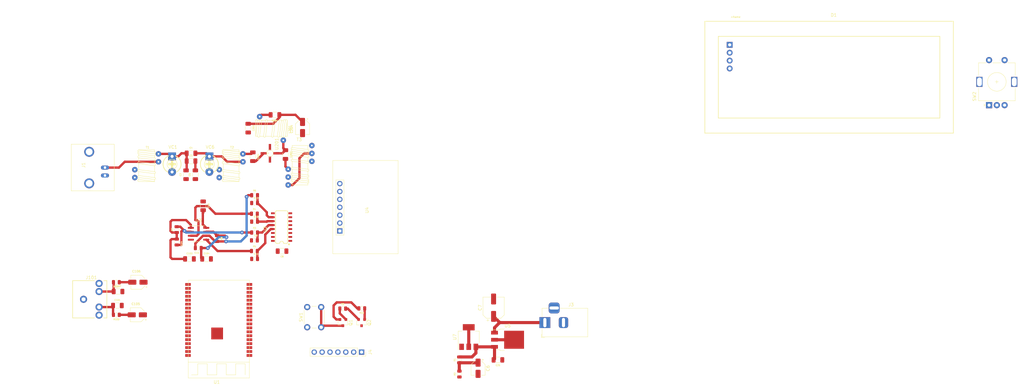
<source format=kicad_pcb>
(kicad_pcb (version 20171130) (host pcbnew 5.1.5+dfsg1-2build2)

  (general
    (thickness 1.6)
    (drawings 0)
    (tracks 182)
    (zones 0)
    (modules 60)
    (nets 79)
  )

  (page A4)
  (layers
    (0 F.Cu signal)
    (31 B.Cu signal)
    (32 B.Adhes user)
    (33 F.Adhes user)
    (34 B.Paste user)
    (35 F.Paste user)
    (36 B.SilkS user)
    (37 F.SilkS user)
    (38 B.Mask user)
    (39 F.Mask user)
    (40 Dwgs.User user)
    (41 Cmts.User user)
    (42 Eco1.User user)
    (43 Eco2.User user)
    (44 Edge.Cuts user)
    (45 Margin user)
    (46 B.CrtYd user)
    (47 F.CrtYd user)
    (48 B.Fab user)
    (49 F.Fab user)
  )

  (setup
    (last_trace_width 0.75)
    (user_trace_width 0.5)
    (user_trace_width 0.75)
    (user_trace_width 1)
    (trace_clearance 0.2)
    (zone_clearance 0.508)
    (zone_45_only no)
    (trace_min 0.2)
    (via_size 0.8)
    (via_drill 0.4)
    (via_min_size 0.4)
    (via_min_drill 0.3)
    (user_via 1.2 0.4)
    (user_via 1.2 0.7)
    (uvia_size 0.3)
    (uvia_drill 0.1)
    (uvias_allowed no)
    (uvia_min_size 0.2)
    (uvia_min_drill 0.1)
    (edge_width 0.05)
    (segment_width 0.2)
    (pcb_text_width 0.3)
    (pcb_text_size 1.5 1.5)
    (mod_edge_width 0.12)
    (mod_text_size 1 1)
    (mod_text_width 0.15)
    (pad_size 1.524 1.524)
    (pad_drill 0.762)
    (pad_to_mask_clearance 0.051)
    (solder_mask_min_width 0.25)
    (aux_axis_origin 0 0)
    (visible_elements 7FFFFFFF)
    (pcbplotparams
      (layerselection 0x010fc_ffffffff)
      (usegerberextensions false)
      (usegerberattributes false)
      (usegerberadvancedattributes false)
      (creategerberjobfile false)
      (excludeedgelayer true)
      (linewidth 0.100000)
      (plotframeref false)
      (viasonmask false)
      (mode 1)
      (useauxorigin false)
      (hpglpennumber 1)
      (hpglpenspeed 20)
      (hpglpendiameter 15.000000)
      (psnegative false)
      (psa4output false)
      (plotreference true)
      (plotvalue true)
      (plotinvisibletext false)
      (padsonsilk false)
      (subtractmaskfromsilk false)
      (outputformat 1)
      (mirror false)
      (drillshape 1)
      (scaleselection 1)
      (outputdirectory ""))
  )

  (net 0 "")
  (net 1 GND)
  (net 2 +5V)
  (net 3 +12V)
  (net 4 +3V3)
  (net 5 "Net-(C6-Pad1)")
  (net 6 I_SIGNAL)
  (net 7 Q_SIGNAL)
  (net 8 "Net-(C101-Pad1)")
  (net 9 "Net-(C102-Pad1)")
  (net 10 "Net-(C103-Pad2)")
  (net 11 "Net-(C104-Pad2)")
  (net 12 "Net-(C105-Pad2)")
  (net 13 OUTR)
  (net 14 "Net-(C106-Pad2)")
  (net 15 OUTL)
  (net 16 SDA)
  (net 17 SCL)
  (net 18 "Net-(J101-PadRING)")
  (net 19 "Net-(J101-PadTIP)")
  (net 20 "Net-(L201-Pad1)")
  (net 21 "Net-(C202-Pad1)")
  (net 22 EN)
  (net 23 RTS)
  (net 24 "Net-(Q1-Pad1)")
  (net 25 DTR)
  (net 26 "Net-(Q2-Pad1)")
  (net 27 "Net-(SW2-PadA)")
  (net 28 "Net-(SW2-PadB)")
  (net 29 "Net-(SW2-PadS2)")
  (net 30 "Net-(U1-Pad18)")
  (net 31 "Net-(U1-Pad17)")
  (net 32 "Net-(U1-Pad16)")
  (net 33 "Net-(U1-Pad15)")
  (net 34 "Net-(U1-Pad14)")
  (net 35 "Net-(U1-Pad13)")
  (net 36 "Net-(U1-Pad11)")
  (net 37 "Net-(U1-Pad9)")
  (net 38 "Net-(U1-Pad7)")
  (net 39 "Net-(U1-Pad6)")
  (net 40 "Net-(U1-Pad5)")
  (net 41 "Net-(U1-Pad4)")
  (net 42 "Net-(U1-Pad3)")
  (net 43 "Net-(U1-Pad2)")
  (net 44 TX0)
  (net 45 RX0)
  (net 46 "Net-(U1-Pad34)")
  (net 47 "Net-(U1-Pad33)")
  (net 48 "Net-(U1-Pad30)")
  (net 49 "Net-(U1-Pad29)")
  (net 50 "Net-(U1-Pad26)")
  (net 51 "Net-(U1-Pad25)")
  (net 52 "Net-(U1-Pad24)")
  (net 53 "Net-(U1-Pad23)")
  (net 54 "Net-(U1-Pad1)")
  (net 55 "Net-(C201-Pad2)")
  (net 56 "Net-(C2-Pad2)")
  (net 57 "Net-(C3-Pad2)")
  (net 58 "Net-(C9-Pad2)")
  (net 59 "Net-(C10-Pad2)")
  (net 60 "Net-(C11-Pad2)")
  (net 61 "Net-(C12-Pad2)")
  (net 62 "Net-(C14-Pad2)")
  (net 63 "Net-(C15-Pad2)")
  (net 64 "Net-(C201-Pad1)")
  (net 65 "Net-(C202-Pad2)")
  (net 66 "Net-(J1-PadS)")
  (net 67 "Net-(R4-Pad2)")
  (net 68 "Net-(T3-PadC2B)")
  (net 69 "Net-(T3-PadC3A)")
  (net 70 "Net-(U2-Pad14)")
  (net 71 "Net-(U2-Pad2)")
  (net 72 "Net-(U4-PadSDA)")
  (net 73 "Net-(U4-PadSCL)")
  (net 74 "Net-(U4-Pad1)")
  (net 75 "Net-(J4-Pad5)")
  (net 76 "Net-(J4-Pad4)")
  (net 77 IO0)
  (net 78 "Net-(R5-Pad2)")

  (net_class Default "This is the default net class."
    (clearance 0.2)
    (trace_width 0.25)
    (via_dia 0.8)
    (via_drill 0.4)
    (uvia_dia 0.3)
    (uvia_drill 0.1)
    (add_net +12V)
    (add_net +3V3)
    (add_net +5V)
    (add_net DTR)
    (add_net EN)
    (add_net GND)
    (add_net IO0)
    (add_net I_SIGNAL)
    (add_net "Net-(C10-Pad2)")
    (add_net "Net-(C101-Pad1)")
    (add_net "Net-(C102-Pad1)")
    (add_net "Net-(C103-Pad2)")
    (add_net "Net-(C104-Pad2)")
    (add_net "Net-(C105-Pad2)")
    (add_net "Net-(C106-Pad2)")
    (add_net "Net-(C11-Pad2)")
    (add_net "Net-(C12-Pad2)")
    (add_net "Net-(C14-Pad2)")
    (add_net "Net-(C15-Pad2)")
    (add_net "Net-(C2-Pad2)")
    (add_net "Net-(C201-Pad1)")
    (add_net "Net-(C201-Pad2)")
    (add_net "Net-(C202-Pad1)")
    (add_net "Net-(C202-Pad2)")
    (add_net "Net-(C3-Pad2)")
    (add_net "Net-(C6-Pad1)")
    (add_net "Net-(C9-Pad2)")
    (add_net "Net-(J1-PadS)")
    (add_net "Net-(J101-PadRING)")
    (add_net "Net-(J101-PadTIP)")
    (add_net "Net-(J4-Pad4)")
    (add_net "Net-(J4-Pad5)")
    (add_net "Net-(L201-Pad1)")
    (add_net "Net-(Q1-Pad1)")
    (add_net "Net-(Q2-Pad1)")
    (add_net "Net-(R4-Pad2)")
    (add_net "Net-(R5-Pad2)")
    (add_net "Net-(SW2-PadA)")
    (add_net "Net-(SW2-PadB)")
    (add_net "Net-(SW2-PadS2)")
    (add_net "Net-(T3-PadC2B)")
    (add_net "Net-(T3-PadC3A)")
    (add_net "Net-(U1-Pad1)")
    (add_net "Net-(U1-Pad11)")
    (add_net "Net-(U1-Pad13)")
    (add_net "Net-(U1-Pad14)")
    (add_net "Net-(U1-Pad15)")
    (add_net "Net-(U1-Pad16)")
    (add_net "Net-(U1-Pad17)")
    (add_net "Net-(U1-Pad18)")
    (add_net "Net-(U1-Pad2)")
    (add_net "Net-(U1-Pad23)")
    (add_net "Net-(U1-Pad24)")
    (add_net "Net-(U1-Pad25)")
    (add_net "Net-(U1-Pad26)")
    (add_net "Net-(U1-Pad29)")
    (add_net "Net-(U1-Pad3)")
    (add_net "Net-(U1-Pad30)")
    (add_net "Net-(U1-Pad33)")
    (add_net "Net-(U1-Pad34)")
    (add_net "Net-(U1-Pad4)")
    (add_net "Net-(U1-Pad5)")
    (add_net "Net-(U1-Pad6)")
    (add_net "Net-(U1-Pad7)")
    (add_net "Net-(U1-Pad9)")
    (add_net "Net-(U2-Pad14)")
    (add_net "Net-(U2-Pad2)")
    (add_net "Net-(U4-Pad1)")
    (add_net "Net-(U4-PadSCL)")
    (add_net "Net-(U4-PadSDA)")
    (add_net OUTL)
    (add_net OUTR)
    (add_net Q_SIGNAL)
    (add_net RTS)
    (add_net RX0)
    (add_net SCL)
    (add_net SDA)
    (add_net TX0)
  )

  (module Package_TO_SOT_SMD:SOT-223-3_TabPin2 (layer F.Cu) (tedit 5A02FF57) (tstamp 633BF2FA)
    (at 179.5 95.65 90)
    (descr "module CMS SOT223 4 pins")
    (tags "CMS SOT")
    (path /62EB1FF6)
    (attr smd)
    (fp_text reference U7 (at 0 -4.5 90) (layer F.SilkS)
      (effects (font (size 1 1) (thickness 0.15)))
    )
    (fp_text value AMS1117CD-3.3 (at 0 4.5 90) (layer F.Fab)
      (effects (font (size 1 1) (thickness 0.15)))
    )
    (fp_line (start 1.85 -3.35) (end 1.85 3.35) (layer F.Fab) (width 0.1))
    (fp_line (start -1.85 3.35) (end 1.85 3.35) (layer F.Fab) (width 0.1))
    (fp_line (start -4.1 -3.41) (end 1.91 -3.41) (layer F.SilkS) (width 0.12))
    (fp_line (start -0.85 -3.35) (end 1.85 -3.35) (layer F.Fab) (width 0.1))
    (fp_line (start -1.85 3.41) (end 1.91 3.41) (layer F.SilkS) (width 0.12))
    (fp_line (start -1.85 -2.35) (end -1.85 3.35) (layer F.Fab) (width 0.1))
    (fp_line (start -1.85 -2.35) (end -0.85 -3.35) (layer F.Fab) (width 0.1))
    (fp_line (start -4.4 -3.6) (end -4.4 3.6) (layer F.CrtYd) (width 0.05))
    (fp_line (start -4.4 3.6) (end 4.4 3.6) (layer F.CrtYd) (width 0.05))
    (fp_line (start 4.4 3.6) (end 4.4 -3.6) (layer F.CrtYd) (width 0.05))
    (fp_line (start 4.4 -3.6) (end -4.4 -3.6) (layer F.CrtYd) (width 0.05))
    (fp_line (start 1.91 -3.41) (end 1.91 -2.15) (layer F.SilkS) (width 0.12))
    (fp_line (start 1.91 3.41) (end 1.91 2.15) (layer F.SilkS) (width 0.12))
    (fp_text user %R (at 0 0) (layer F.Fab)
      (effects (font (size 0.8 0.8) (thickness 0.12)))
    )
    (pad 1 smd rect (at -3.15 -2.3 90) (size 2 1.5) (layers F.Cu F.Paste F.Mask)
      (net 1 GND))
    (pad 3 smd rect (at -3.15 2.3 90) (size 2 1.5) (layers F.Cu F.Paste F.Mask)
      (net 2 +5V))
    (pad 2 smd rect (at -3.15 0 90) (size 2 1.5) (layers F.Cu F.Paste F.Mask)
      (net 4 +3V3))
    (pad 2 smd rect (at 3.15 0 90) (size 2 3.8) (layers F.Cu F.Paste F.Mask)
      (net 4 +3V3))
    (model ${KISYS3DMOD}/Package_TO_SOT_SMD.3dshapes/SOT-223.wrl
      (at (xyz 0 0 0))
      (scale (xyz 1 1 1))
      (rotate (xyz 0 0 0))
    )
  )

  (module Connector_PinSocket_2.54mm:PinSocket_1x07_P2.54mm_Vertical (layer F.Cu) (tedit 5A19A433) (tstamp 633BB0B4)
    (at 145 100.5 270)
    (descr "Through hole straight socket strip, 1x07, 2.54mm pitch, single row (from Kicad 4.0.7), script generated")
    (tags "Through hole socket strip THT 1x07 2.54mm single row")
    (path /634014D2)
    (fp_text reference J4 (at 0 -2.77 90) (layer F.SilkS)
      (effects (font (size 1 1) (thickness 0.15)))
    )
    (fp_text value Conn_01x07_Female (at 0 18.01 90) (layer F.Fab)
      (effects (font (size 1 1) (thickness 0.15)))
    )
    (fp_text user %R (at 0 7.62) (layer F.Fab)
      (effects (font (size 1 1) (thickness 0.15)))
    )
    (fp_line (start -1.8 17) (end -1.8 -1.8) (layer F.CrtYd) (width 0.05))
    (fp_line (start 1.75 17) (end -1.8 17) (layer F.CrtYd) (width 0.05))
    (fp_line (start 1.75 -1.8) (end 1.75 17) (layer F.CrtYd) (width 0.05))
    (fp_line (start -1.8 -1.8) (end 1.75 -1.8) (layer F.CrtYd) (width 0.05))
    (fp_line (start 0 -1.33) (end 1.33 -1.33) (layer F.SilkS) (width 0.12))
    (fp_line (start 1.33 -1.33) (end 1.33 0) (layer F.SilkS) (width 0.12))
    (fp_line (start 1.33 1.27) (end 1.33 16.57) (layer F.SilkS) (width 0.12))
    (fp_line (start -1.33 16.57) (end 1.33 16.57) (layer F.SilkS) (width 0.12))
    (fp_line (start -1.33 1.27) (end -1.33 16.57) (layer F.SilkS) (width 0.12))
    (fp_line (start -1.33 1.27) (end 1.33 1.27) (layer F.SilkS) (width 0.12))
    (fp_line (start -1.27 16.51) (end -1.27 -1.27) (layer F.Fab) (width 0.1))
    (fp_line (start 1.27 16.51) (end -1.27 16.51) (layer F.Fab) (width 0.1))
    (fp_line (start 1.27 -0.635) (end 1.27 16.51) (layer F.Fab) (width 0.1))
    (fp_line (start 0.635 -1.27) (end 1.27 -0.635) (layer F.Fab) (width 0.1))
    (fp_line (start -1.27 -1.27) (end 0.635 -1.27) (layer F.Fab) (width 0.1))
    (pad 7 thru_hole oval (at 0 15.24 270) (size 1.7 1.7) (drill 1) (layers *.Cu *.Mask)
      (net 23 RTS))
    (pad 6 thru_hole oval (at 0 12.7 270) (size 1.7 1.7) (drill 1) (layers *.Cu *.Mask)
      (net 1 GND))
    (pad 5 thru_hole oval (at 0 10.16 270) (size 1.7 1.7) (drill 1) (layers *.Cu *.Mask)
      (net 75 "Net-(J4-Pad5)"))
    (pad 4 thru_hole oval (at 0 7.62 270) (size 1.7 1.7) (drill 1) (layers *.Cu *.Mask)
      (net 76 "Net-(J4-Pad4)"))
    (pad 3 thru_hole oval (at 0 5.08 270) (size 1.7 1.7) (drill 1) (layers *.Cu *.Mask)
      (net 45 RX0))
    (pad 2 thru_hole oval (at 0 2.54 270) (size 1.7 1.7) (drill 1) (layers *.Cu *.Mask)
      (net 44 TX0))
    (pad 1 thru_hole rect (at 0 0 270) (size 1.7 1.7) (drill 1) (layers *.Cu *.Mask)
      (net 25 DTR))
    (model ${KISYS3DMOD}/Connector_PinSocket_2.54mm.3dshapes/PinSocket_1x07_P2.54mm_Vertical.wrl
      (at (xyz 0 0 0))
      (scale (xyz 1 1 1))
      (rotate (xyz 0 0 0))
    )
  )

  (module Xenir:trimcap (layer F.Cu) (tedit 5E9CBB72) (tstamp 633B713D)
    (at 96 33.5)
    (path /5E9E8F97)
    (fp_text reference VC6 (at 0.25 1) (layer F.SilkS)
      (effects (font (size 1 1) (thickness 0.15)))
    )
    (fp_text value 40pF (at 0 -0.5) (layer F.Fab)
      (effects (font (size 1 1) (thickness 0.15)))
    )
    (fp_arc (start 0 6.5) (end -1.05 3.8) (angle 42.501011) (layer F.Fab) (width 0.254))
    (fp_poly (pts (xy -1.2 6.85) (xy 1.2 6.85) (xy 1.2 6.15) (xy -1.2 6.15)) (layer F.SilkS) (width 0))
    (fp_arc (start 0 6.496154) (end -1.45 9) (angle 128.646369) (layer F.SilkS) (width 0.254))
    (fp_line (start 1.45 9) (end -1.45 9) (layer F.Fab) (width 0.254))
    (fp_arc (start 0 6.496154) (end 1.05 3.8) (angle 128.646369) (layer F.SilkS) (width 0.254))
    (fp_circle (center 0 6.5) (end 1.6 6.5) (layer F.SilkS) (width 0.1524))
    (fp_poly (pts (xy -0.35 7.7) (xy 0.35 7.7) (xy 0.35 5.3) (xy -0.35 5.3)) (layer F.SilkS) (width 0))
    (pad 1 thru_hole rect (at 0 4) (size 2.54 2.54) (drill 1) (layers *.Cu *.Mask)
      (net 57 "Net-(C3-Pad2)") (solder_mask_margin 0.1016))
    (pad 2 thru_hole circle (at 0 9) (size 2.54 2.54) (drill 1) (layers *.Cu *.Mask)
      (net 1 GND) (solder_mask_margin 0.1016))
  )

  (module Xenir:trimcap (layer F.Cu) (tedit 5E9CBB72) (tstamp 633B7130)
    (at 84 33.5)
    (path /5E9DC9D6)
    (fp_text reference VC1 (at 0.25 1) (layer F.SilkS)
      (effects (font (size 1 1) (thickness 0.15)))
    )
    (fp_text value 40pF (at 0 -0.5) (layer F.Fab)
      (effects (font (size 1 1) (thickness 0.15)))
    )
    (fp_arc (start 0 6.5) (end -1.05 3.8) (angle 42.501011) (layer F.Fab) (width 0.254))
    (fp_poly (pts (xy -1.2 6.85) (xy 1.2 6.85) (xy 1.2 6.15) (xy -1.2 6.15)) (layer F.SilkS) (width 0))
    (fp_arc (start 0 6.496154) (end -1.45 9) (angle 128.646369) (layer F.SilkS) (width 0.254))
    (fp_line (start 1.45 9) (end -1.45 9) (layer F.Fab) (width 0.254))
    (fp_arc (start 0 6.496154) (end 1.05 3.8) (angle 128.646369) (layer F.SilkS) (width 0.254))
    (fp_circle (center 0 6.5) (end 1.6 6.5) (layer F.SilkS) (width 0.1524))
    (fp_poly (pts (xy -0.35 7.7) (xy 0.35 7.7) (xy 0.35 5.3) (xy -0.35 5.3)) (layer F.SilkS) (width 0))
    (pad 1 thru_hole rect (at 0 4) (size 2.54 2.54) (drill 1) (layers *.Cu *.Mask)
      (net 56 "Net-(C2-Pad2)") (solder_mask_margin 0.1016))
    (pad 2 thru_hole circle (at 0 9) (size 2.54 2.54) (drill 1) (layers *.Cu *.Mask)
      (net 1 GND) (solder_mask_margin 0.1016))
  )

  (module Xenir:si5351 (layer F.Cu) (tedit 5E9DDF2A) (tstamp 633B7073)
    (at 135.75 38.83 270)
    (path /5E9EA10D)
    (fp_text reference U4 (at 16 -11 90) (layer F.SilkS)
      (effects (font (size 1 1) (thickness 0.15)))
    )
    (fp_text value si5351 (at 15.5 -13 90) (layer F.Fab)
      (effects (font (size 1 1) (thickness 0.15)))
    )
    (fp_line (start 30 -21) (end 0 -21) (layer F.SilkS) (width 0.12))
    (fp_line (start 30 0) (end 30 -21) (layer F.SilkS) (width 0.12))
    (fp_line (start 0 0) (end 30 0) (layer F.SilkS) (width 0.12))
    (fp_line (start 0 -21) (end 0 0) (layer F.SilkS) (width 0.12))
    (fp_line (start 30 -21) (end 30 0) (layer F.CrtYd) (width 0.12))
    (fp_line (start 0 -21) (end 30 -21) (layer F.CrtYd) (width 0.12))
    (fp_line (start 0 0) (end 0 -21) (layer F.CrtYd) (width 0.12))
    (fp_line (start 0 0) (end 30 0) (layer F.CrtYd) (width 0.12))
    (fp_line (start 6.25 -1) (end 23.94 -1) (layer F.Fab) (width 0.12))
    (fp_line (start 6.25 -3.5) (end 6.25 -1) (layer F.Fab) (width 0.12))
    (fp_line (start 23.25 -3.5) (end 6.25 -3.5) (layer F.Fab) (width 0.12))
    (fp_line (start 24 -1) (end 24 -2.25) (layer F.SilkS) (width 0.12))
    (fp_line (start 6.25 -1) (end 24 -1) (layer F.SilkS) (width 0.12))
    (fp_line (start 22.67 -3.58) (end 6.25 -3.58) (layer F.SilkS) (width 0.12))
    (fp_line (start 6.25 -3.5) (end 6.25 -1) (layer F.SilkS) (width 0.12))
    (fp_text user %R (at 12 -2.25 90) (layer F.Fab)
      (effects (font (size 1 1) (thickness 0.15)))
    )
    (fp_line (start 21.4 -3.58) (end 21.4 -1) (layer F.SilkS) (width 0.12))
    (fp_line (start 23.94 -2.885) (end 23.94 -0.98) (layer F.Fab) (width 0.1))
    (fp_line (start 24 -3.58) (end 24 -2.25) (layer F.SilkS) (width 0.12))
    (fp_line (start 23.305 -3.52) (end 23.94 -2.885) (layer F.Fab) (width 0.1))
    (fp_line (start 22.67 -3.58) (end 24 -3.58) (layer F.SilkS) (width 0.12))
    (pad 2 thru_hole oval (at 12.51 -2.25 180) (size 1.7 1.7) (drill 1) (layers *.Cu *.Mask)
      (net 71 "Net-(U2-Pad2)"))
    (pad SDA thru_hole oval (at 17.59 -2.25 180) (size 1.7 1.7) (drill 1) (layers *.Cu *.Mask)
      (net 72 "Net-(U4-PadSDA)"))
    (pad VIN thru_hole rect (at 22.67 -2.25 180) (size 1.7 1.7) (drill 1) (layers *.Cu *.Mask)
      (net 4 +3V3))
    (pad SCL thru_hole oval (at 15.05 -2.25 180) (size 1.7 1.7) (drill 1) (layers *.Cu *.Mask)
      (net 73 "Net-(U4-PadSCL)"))
    (pad 1 thru_hole oval (at 9.97 -2.25 180) (size 1.7 1.7) (drill 1) (layers *.Cu *.Mask)
      (net 74 "Net-(U4-Pad1)"))
    (pad GND thru_hole oval (at 20.13 -2.25 180) (size 1.7 1.7) (drill 1) (layers *.Cu *.Mask)
      (net 1 GND))
    (pad 0 thru_hole oval (at 7.43 -2.25 180) (size 1.7 1.7) (drill 1) (layers *.Cu *.Mask)
      (net 70 "Net-(U2-Pad14)"))
  )

  (module Xenir:SOIC8 (layer F.Cu) (tedit 5E9CEA7C) (tstamp 633B7053)
    (at 92.525 57.655)
    (path /5EA9F5A6)
    (fp_text reference U3 (at 0 0.5) (layer F.SilkS)
      (effects (font (size 1 1) (thickness 0.15)))
    )
    (fp_text value LM4562 (at 0 -0.5) (layer F.Fab)
      (effects (font (size 1 1) (thickness 0.15)))
    )
    (fp_text user %R (at 0 4.75) (layer F.Fab)
      (effects (font (size 0.98 0.98) (thickness 0.15)))
    )
    (fp_line (start 3.7 7.45) (end 3.7 2.05) (layer F.CrtYd) (width 0.05))
    (fp_line (start 3.7 2.05) (end -3.7 2.05) (layer F.CrtYd) (width 0.05))
    (fp_line (start -3.7 7.45) (end 3.7 7.45) (layer F.CrtYd) (width 0.05))
    (fp_line (start -3.7 2.05) (end -3.7 7.45) (layer F.CrtYd) (width 0.05))
    (fp_line (start -1.95 3.275) (end -0.975 2.3) (layer F.Fab) (width 0.1))
    (fp_line (start 0 2.19) (end 1.95 2.19) (layer F.SilkS) (width 0.12))
    (fp_line (start 0 2.19) (end -3.45 2.19) (layer F.SilkS) (width 0.12))
    (fp_line (start 0 7.31) (end 1.95 7.31) (layer F.SilkS) (width 0.12))
    (fp_line (start 0 7.31) (end -1.95 7.31) (layer F.SilkS) (width 0.12))
    (fp_line (start -0.975 2.3) (end 1.95 2.3) (layer F.Fab) (width 0.1))
    (fp_line (start 1.95 2.3) (end 1.95 7.2) (layer F.Fab) (width 0.1))
    (fp_line (start 1.95 7.2) (end -1.95 7.2) (layer F.Fab) (width 0.1))
    (fp_line (start -1.95 7.2) (end -1.95 3.275) (layer F.Fab) (width 0.1))
    (pad 6 smd roundrect (at 2.475 5.385) (size 1.95 0.6) (layers F.Cu F.Paste F.Mask) (roundrect_rratio 0.25)
      (net 63 "Net-(C15-Pad2)"))
    (pad 3 smd roundrect (at -2.475 5.385) (size 1.95 0.6) (layers F.Cu F.Paste F.Mask) (roundrect_rratio 0.25)
      (net 67 "Net-(R4-Pad2)"))
    (pad 7 smd roundrect (at 2.475 4.115) (size 1.95 0.6) (layers F.Cu F.Paste F.Mask) (roundrect_rratio 0.25)
      (net 7 Q_SIGNAL))
    (pad 5 smd roundrect (at 2.475 6.655) (size 1.95 0.6) (layers F.Cu F.Paste F.Mask) (roundrect_rratio 0.25)
      (net 78 "Net-(R5-Pad2)"))
    (pad 1 smd roundrect (at -2.475 2.845) (size 1.95 0.6) (layers F.Cu F.Paste F.Mask) (roundrect_rratio 0.25)
      (net 6 I_SIGNAL))
    (pad 4 smd roundrect (at -2.475 6.655) (size 1.95 0.6) (layers F.Cu F.Paste F.Mask) (roundrect_rratio 0.25)
      (net 1 GND))
    (pad 8 smd roundrect (at 2.475 2.845) (size 1.95 0.6) (layers F.Cu F.Paste F.Mask) (roundrect_rratio 0.25)
      (net 3 +12V))
    (pad 2 smd roundrect (at -2.475 4.115) (size 1.95 0.6) (layers F.Cu F.Paste F.Mask) (roundrect_rratio 0.25)
      (net 62 "Net-(C14-Pad2)"))
  )

  (module Xenir:SO16 (layer F.Cu) (tedit 5E9CBE09) (tstamp 633B7039)
    (at 113.5 61 90)
    (path /5EA318D2)
    (fp_text reference U2 (at 0 0.5 90) (layer F.SilkS)
      (effects (font (size 1 1) (thickness 0.15)))
    )
    (fp_text value FST3253 (at 0 -0.5 90) (layer F.Fab)
      (effects (font (size 1 1) (thickness 0.15)))
    )
    (fp_arc (start -4.0769 4.234621) (end -4.5078 4.2847) (angle 90.023829) (layer F.SilkS) (width 0.2032))
    (fp_arc (start -4.457 5.7754) (end -4.457 5.1404) (angle 180) (layer F.SilkS) (width 0.2032))
    (fp_line (start -4.5078 7.4153) (end -4.5078 6.4104) (layer F.SilkS) (width 0.2032))
    (fp_poly (pts (xy -3.949 9.052) (xy -3.441 9.052) (xy -3.441 8.0233) (xy -3.949 8.0233)) (layer F.Fab) (width 0))
    (fp_poly (pts (xy 4.941 9.052) (xy 5.449 9.052) (xy 5.449 8.0233) (xy 4.941 8.0233)) (layer F.Fab) (width 0))
    (fp_poly (pts (xy -0.139 9.052) (xy 0.369 9.052) (xy 0.369 8.0233) (xy -0.139 8.0233)) (layer F.Fab) (width 0))
    (fp_poly (pts (xy -1.409 9.052) (xy -0.901 9.052) (xy -0.901 8.0233) (xy -1.409 8.0233)) (layer F.Fab) (width 0))
    (fp_arc (start -4.176947 7.3655) (end -4.5078 7.4153) (angle -90.060185) (layer F.SilkS) (width 0.2032))
    (fp_poly (pts (xy 1.131 9.052) (xy 1.639 9.052) (xy 1.639 8.0233) (xy 1.131 8.0233)) (layer F.Fab) (width 0))
    (fp_poly (pts (xy -1.409 3.464) (xy -0.901 3.464) (xy -0.901 2.448) (xy -1.409 2.448)) (layer F.Fab) (width 0))
    (fp_poly (pts (xy 1.131 3.464) (xy 1.639 3.464) (xy 1.639 2.448) (xy 1.131 2.448)) (layer F.Fab) (width 0))
    (fp_poly (pts (xy 2.401 3.464) (xy 2.909 3.464) (xy 2.909 2.448) (xy 2.401 2.448)) (layer F.Fab) (width 0))
    (fp_poly (pts (xy 2.401 9.052) (xy 2.909 9.052) (xy 2.909 8.0233) (xy 2.401 8.0233)) (layer F.Fab) (width 0))
    (fp_poly (pts (xy -2.679 3.464) (xy -2.171 3.464) (xy -2.171 2.448) (xy -2.679 2.448)) (layer F.Fab) (width 0))
    (fp_poly (pts (xy 3.671 3.464) (xy 4.179 3.464) (xy 4.179 2.448) (xy 3.671 2.448)) (layer F.Fab) (width 0))
    (fp_arc (start 5.6768 7.3653) (end 5.7268 7.6963) (angle -90) (layer F.SilkS) (width 0.2032))
    (fp_poly (pts (xy 4.941 3.464) (xy 5.449 3.464) (xy 5.449 2.448) (xy 4.941 2.448)) (layer F.Fab) (width 0))
    (fp_line (start 6.0078 7.3153) (end 6.0078 4.1847) (layer F.SilkS) (width 0.2032))
    (fp_poly (pts (xy -2.679 9.052) (xy -2.171 9.052) (xy -2.171 8.0233) (xy -2.679 8.0233)) (layer F.Fab) (width 0))
    (fp_poly (pts (xy 3.671 9.052) (xy 4.179 9.052) (xy 4.179 8.0233) (xy 3.671 8.0233)) (layer F.Fab) (width 0))
    (fp_poly (pts (xy -3.949 3.464) (xy -3.441 3.464) (xy -3.441 2.448) (xy -3.949 2.448)) (layer F.Fab) (width 0))
    (fp_poly (pts (xy -4.48875 8.13125) (xy -4.531287 7.9725) (xy -4.6475 7.856287) (xy -4.80625 7.81375)
      (xy -4.965 7.856287) (xy -5.12375 8.13125) (xy -5.081213 8.29) (xy -4.965 8.406213)
      (xy -4.80625 8.44875) (xy -4.6475 8.406213) (xy -4.531287 8.29)) (layer F.SilkS) (width 0))
    (fp_line (start -4.1268 7.6963) (end 5.7268 7.6963) (layer F.SilkS) (width 0.2032))
    (fp_line (start 5.6268 3.8037) (end -4.1268 3.8037) (layer F.SilkS) (width 0.2032))
    (fp_line (start -4.5078 4.2974) (end -4.5078 5.1404) (layer F.SilkS) (width 0.2032))
    (fp_arc (start 5.626899 4.184601) (end 5.6268 3.8037) (angle 90.030084) (layer F.SilkS) (width 0.2032))
    (fp_poly (pts (xy -0.139 3.464) (xy 0.369 3.464) (xy 0.369 2.448) (xy -0.139 2.448)) (layer F.Fab) (width 0))
    (pad 14 smd rect (at -1.155 2.95 90) (size 0.6 1.2) (layers F.Cu F.Paste F.Mask)
      (net 70 "Net-(U2-Pad14)") (solder_mask_margin 0.1016))
    (pad 15 smd rect (at -2.425 2.95 90) (size 0.6 1.2) (layers F.Cu F.Paste F.Mask)
      (net 1 GND) (solder_mask_margin 0.1016))
    (pad 16 smd rect (at -3.695 2.95 90) (size 0.6 1.2) (layers F.Cu F.Paste F.Mask)
      (net 2 +5V) (solder_mask_margin 0.1016))
    (pad 5 smd rect (at 1.385 8.55 90) (size 0.6 1.2) (layers F.Cu F.Paste F.Mask)
      (net 58 "Net-(C9-Pad2)") (solder_mask_margin 0.1016))
    (pad 1 smd rect (at -3.695 8.55 90) (size 0.6 1.2) (layers F.Cu F.Paste F.Mask)
      (net 1 GND) (solder_mask_margin 0.1016))
    (pad 2 smd rect (at -2.425 8.55 90) (size 0.6 1.2) (layers F.Cu F.Paste F.Mask)
      (net 71 "Net-(U2-Pad2)") (solder_mask_margin 0.1016))
    (pad 3 smd rect (at -1.155 8.55 90) (size 0.6 1.2) (layers F.Cu F.Paste F.Mask)
      (net 61 "Net-(C12-Pad2)") (solder_mask_margin 0.1016))
    (pad 4 smd rect (at 0.115 8.55 90) (size 0.6 1.2) (layers F.Cu F.Paste F.Mask)
      (net 59 "Net-(C10-Pad2)") (solder_mask_margin 0.1016))
    (pad 6 smd rect (at 2.655 8.55 90) (size 0.6 1.2) (layers F.Cu F.Paste F.Mask)
      (net 60 "Net-(C11-Pad2)") (solder_mask_margin 0.1016))
    (pad 7 smd rect (at 3.925 8.55 90) (size 0.6 1.2) (layers F.Cu F.Paste F.Mask)
      (net 69 "Net-(T3-PadC3A)") (solder_mask_margin 0.1016))
    (pad 9 smd rect (at 5.195 2.95 90) (size 0.6 1.2) (layers F.Cu F.Paste F.Mask)
      (net 68 "Net-(T3-PadC2B)") (solder_mask_margin 0.1016))
    (pad 10 smd rect (at 3.925 2.95 90) (size 0.6 1.2) (layers F.Cu F.Paste F.Mask)
      (net 61 "Net-(C12-Pad2)") (solder_mask_margin 0.1016))
    (pad 11 smd rect (at 2.655 2.95 90) (size 0.6 1.2) (layers F.Cu F.Paste F.Mask)
      (net 59 "Net-(C10-Pad2)") (solder_mask_margin 0.1016))
    (pad 13 smd rect (at 0.115 2.95 90) (size 0.6 1.2) (layers F.Cu F.Paste F.Mask)
      (net 60 "Net-(C11-Pad2)") (solder_mask_margin 0.1016))
    (pad 8 smd rect (at 5.195 8.55 90) (size 0.6 1.2) (layers F.Cu F.Paste F.Mask)
      (net 1 GND) (solder_mask_margin 0.1016))
    (pad 12 smd rect (at 1.385 2.95 90) (size 0.6 1.2) (layers F.Cu F.Paste F.Mask)
      (net 58 "Net-(C9-Pad2)") (solder_mask_margin 0.1016))
  )

  (module "Xenir:T50 Trifilar" (layer F.Cu) (tedit 5E9CA388) (tstamp 633B6F90)
    (at 124.92 31.58)
    (path /5E9EEE06)
    (fp_text reference T3 (at 0 0.5) (layer F.SilkS)
      (effects (font (size 1 1) (thickness 0.15)))
    )
    (fp_text value T50_SPLITTER (at 0 -0.5) (layer F.Fab)
      (effects (font (size 1 1) (thickness 0.15)))
    )
    (fp_line (start 2.81 10.04) (end 2.81 8.135) (layer F.SilkS) (width 0.127))
    (fp_line (start 2.81 7.5) (end 2.81 6.23) (layer F.SilkS) (width 0.127))
    (fp_line (start -2.27 7.5) (end -2.27 9.405) (layer F.SilkS) (width 0.127))
    (fp_line (start 2.81 5.595) (end 2.81 4.96) (layer F.SilkS) (width 0.127))
    (fp_line (start 2.81 15.12) (end 2.81 14.485) (layer F.SilkS) (width 0.127))
    (fp_arc (start -2.27 7.1825) (end -2.27 7.5) (angle 180) (layer F.SilkS) (width 0.127))
    (fp_arc (start 2.81 4.0075) (end 2.81 3.69) (angle 180) (layer F.SilkS) (width 0.127))
    (fp_arc (start 2.81 10.3575) (end 2.81 10.04) (angle 180) (layer F.SilkS) (width 0.127))
    (fp_arc (start -2.27 9.7225) (end -2.27 10.04) (angle 180) (layer F.SilkS) (width 0.127))
    (fp_arc (start 2.81 13.5325) (end 2.81 13.215) (angle 180) (layer F.SilkS) (width 0.127))
    (fp_arc (start -2.27 3.3725) (end -2.27 3.69) (angle 180) (layer F.SilkS) (width 0.127))
    (fp_arc (start 2.81 14.1675) (end 2.81 13.85) (angle 180) (layer F.SilkS) (width 0.127))
    (fp_line (start -2.27 3.055) (end 2.81 3.69) (layer F.SilkS) (width 0.127))
    (fp_line (start -2.27 3.69) (end 2.81 4.325) (layer F.SilkS) (width 0.127))
    (fp_line (start -2.27 4.325) (end 2.81 4.96) (layer F.SilkS) (width 0.127))
    (fp_line (start -2.27 6.865) (end 2.81 7.5) (layer F.SilkS) (width 0.127))
    (fp_arc (start -2.27 13.5325) (end -2.27 13.85) (angle 180) (layer F.SilkS) (width 0.127))
    (fp_arc (start -2.27 12.8975) (end -2.27 13.215) (angle 180) (layer F.SilkS) (width 0.127))
    (fp_line (start 2.81 2.42) (end -2.27 2.42) (layer F.SilkS) (width 0.127))
    (fp_arc (start -2.27 4.0075) (end -2.27 4.325) (angle 180) (layer F.SilkS) (width 0.127))
    (fp_arc (start 2.81 4.6425) (end 2.81 4.325) (angle 180) (layer F.SilkS) (width 0.127))
    (fp_arc (start -2.27 11.6275) (end -2.27 11.945) (angle 180) (layer F.SilkS) (width 0.127))
    (fp_line (start 2.81 11.945) (end 2.81 10.675) (layer F.SilkS) (width 0.127))
    (fp_line (start -2.27 7.5) (end 2.81 8.135) (layer F.SilkS) (width 0.127))
    (fp_line (start -2.27 9.405) (end 2.81 10.04) (layer F.SilkS) (width 0.127))
    (fp_arc (start -2.27 5.2775) (end -2.27 5.595) (angle 180) (layer F.SilkS) (width 0.127))
    (fp_line (start -2.27 5.595) (end 2.81 6.23) (layer F.SilkS) (width 0.127))
    (fp_line (start -2.27 2.42) (end -2.27 3.055) (layer F.SilkS) (width 0.127))
    (fp_line (start 2.81 13.215) (end 2.81 12.58) (layer F.SilkS) (width 0.127))
    (fp_line (start -2.27 11.945) (end -2.27 12.58) (layer F.SilkS) (width 0.127))
    (fp_arc (start 2.81 5.9125) (end 2.81 5.595) (angle 180) (layer F.SilkS) (width 0.127))
    (fp_arc (start 2.81 12.2625) (end 2.81 11.945) (angle 180) (layer F.SilkS) (width 0.127))
    (fp_line (start -2.27 5.595) (end -2.27 6.865) (layer F.SilkS) (width 0.127))
    (fp_line (start -2.27 15.12) (end 2.81 15.12) (layer F.SilkS) (width 0.127))
    (fp_line (start 2.81 3.69) (end 2.81 2.42) (layer F.SilkS) (width 0.127))
    (fp_arc (start 2.81 7.8175) (end 2.81 7.5) (angle 180) (layer F.SilkS) (width 0.127))
    (fp_line (start -2.27 4.96) (end 2.81 5.595) (layer F.SilkS) (width 0.127))
    (fp_line (start -2.27 10.04) (end -2.27 11.31) (layer F.SilkS) (width 0.127))
    (fp_line (start -2.27 13.85) (end -2.27 15.12) (layer F.SilkS) (width 0.127))
    (fp_line (start -2.27 4.325) (end -2.27 4.96) (layer F.SilkS) (width 0.127))
    (fp_line (start -2.27 10.04) (end 2.81 10.675) (layer F.SilkS) (width 0.127))
    (fp_line (start -2.27 11.31) (end 2.81 11.945) (layer F.SilkS) (width 0.127))
    (fp_line (start -2.27 11.945) (end 2.81 12.58) (layer F.SilkS) (width 0.127))
    (fp_line (start -2.27 12.58) (end 2.81 13.215) (layer F.SilkS) (width 0.127))
    (fp_line (start -2.27 13.215) (end 2.81 13.85) (layer F.SilkS) (width 0.127))
    (fp_circle (center 4.8738 6.3887) (end 5.0326 6.3887) (layer F.Fab) (width 0.4064))
    (fp_circle (center 4.8738 1.1499) (end 5.0326 1.1499) (layer F.Fab) (width 0.4064))
    (fp_line (start -2.27 13.85) (end 2.81 14.485) (layer F.SilkS) (width 0.127))
    (fp_circle (center 4.8739 3.8487) (end 5.0327 3.8487) (layer F.Fab) (width 0.4064))
    (pad C2B thru_hole circle (at -3.54 12.58) (size 1.778 1.778) (drill 0.6) (layers *.Cu *.Mask)
      (net 68 "Net-(T3-PadC2B)") (solder_mask_margin 0.1016))
    (pad C3B thru_hole circle (at -3.54 15.12) (size 1.778 1.778) (drill 0.6) (layers *.Cu *.Mask)
      (net 5 "Net-(C6-Pad1)") (solder_mask_margin 0.1016))
    (pad C2A thru_hole circle (at 4.08 4.96) (size 1.778 1.778) (drill 0.6) (layers *.Cu *.Mask)
      (net 5 "Net-(C6-Pad1)") (solder_mask_margin 0.1016))
    (pad C1B thru_hole circle (at -3.54 10.04) (size 1.778 1.778) (drill 0.6) (layers *.Cu *.Mask)
      (net 65 "Net-(C202-Pad2)") (solder_mask_margin 0.1016))
    (pad C1A thru_hole circle (at 4.08 2.42) (size 1.778 1.778) (drill 0.6) (layers *.Cu *.Mask)
      (net 1 GND) (solder_mask_margin 0.1016))
    (pad C3A thru_hole circle (at 4.08 7.5) (size 1.778 1.778) (drill 0.6) (layers *.Cu *.Mask)
      (net 69 "Net-(T3-PadC3A)") (solder_mask_margin 0.1016))
  )

  (module "Xenir:T37 Transformer" (layer F.Cu) (tedit 5EBB1CE0) (tstamp 633B6F55)
    (at 103 33.5)
    (path /5E9E9ADC)
    (fp_text reference T2 (at 0.3 1.1) (layer F.SilkS)
      (effects (font (size 0.7 0.7) (thickness 0.15)))
    )
    (fp_text value 31:6 (at 0 -0.1) (layer F.Fab)
      (effects (font (size 0.7 0.7) (thickness 0.15)))
    )
    (fp_arc (start 2.54 6.6825) (end 2.54 6.365) (angle 180) (layer F.SilkS) (width 0.127))
    (fp_line (start 2.54 2.555) (end 2.54 1.92) (layer F.SilkS) (width 0.127))
    (fp_arc (start -2.54 6.0475) (end -2.54 6.365) (angle 180) (layer F.SilkS) (width 0.127))
    (fp_arc (start 2.54 3.5075) (end 2.54 3.19) (angle 180) (layer F.SilkS) (width 0.127))
    (fp_arc (start 2.54 9.2225) (end 2.54 8.905) (angle 180) (layer F.SilkS) (width 0.127))
    (fp_line (start -2.54 4.46) (end -2.54 5.73) (layer F.SilkS) (width 0.127))
    (fp_line (start -2.54 8.905) (end -2.54 10.175) (layer F.SilkS) (width 0.127))
    (fp_line (start -2.54 12.08) (end 2.54 12.08) (layer F.SilkS) (width 0.127))
    (fp_arc (start 2.54 11.1275) (end 2.54 10.81) (angle 180) (layer F.SilkS) (width 0.127))
    (fp_arc (start -2.54 11.7625) (end -2.54 12.08) (angle 180) (layer F.SilkS) (width 0.127))
    (fp_line (start 2.54 6.365) (end 2.54 5.095) (layer F.SilkS) (width 0.127))
    (fp_arc (start -2.54 2.2375) (end -2.54 2.555) (angle 180) (layer F.SilkS) (width 0.127))
    (fp_line (start -2.54 1.92) (end 2.54 2.555) (layer F.SilkS) (width 0.127))
    (fp_line (start -2.54 6.365) (end -2.54 8.27) (layer F.SilkS) (width 0.127))
    (fp_arc (start -2.54 2.8725) (end -2.54 3.19) (angle 180) (layer F.SilkS) (width 0.127))
    (fp_line (start 2.54 12.08) (end 2.54 11.445) (layer F.SilkS) (width 0.127))
    (fp_line (start 2.54 4.46) (end 2.54 3.825) (layer F.SilkS) (width 0.127))
    (fp_arc (start 2.54 2.8725) (end 2.54 2.555) (angle 180) (layer F.SilkS) (width 0.127))
    (fp_line (start 2.54 1.92) (end -2.54 1.92) (layer F.SilkS) (width 0.127))
    (fp_line (start -2.54 3.19) (end -2.54 3.825) (layer F.SilkS) (width 0.127))
    (fp_line (start -2.54 10.81) (end -2.54 11.445) (layer F.SilkS) (width 0.127))
    (fp_line (start 2.54 10.81) (end 2.54 9.54) (layer F.SilkS) (width 0.127))
    (fp_line (start 2.54 8.905) (end 2.54 7) (layer F.SilkS) (width 0.127))
    (fp_arc (start -2.54 4.1425) (end -2.54 4.46) (angle 180) (layer F.SilkS) (width 0.127))
    (fp_arc (start -2.54 8.5875) (end -2.54 8.905) (angle 180) (layer F.SilkS) (width 0.127))
    (fp_arc (start -2.54 10.4925) (end -2.54 10.81) (angle 180) (layer F.SilkS) (width 0.127))
    (fp_arc (start 2.54 4.7775) (end 2.54 4.46) (angle 180) (layer F.SilkS) (width 0.127))
    (fp_line (start -2.54 8.905) (end 2.54 9.54) (layer F.SilkS) (width 0.127))
    (fp_circle (center 4.9213 4.6188) (end 5.1457 4.6188) (layer F.Fab) (width 0.4064))
    (fp_line (start -2.54 3.19) (end 2.54 3.825) (layer F.SilkS) (width 0.127))
    (fp_line (start -2.54 11.445) (end 2.54 12.08) (layer F.SilkS) (width 0.127))
    (fp_line (start -2.54 5.73) (end 2.54 6.365) (layer F.SilkS) (width 0.127))
    (fp_line (start -2.54 6.365) (end 2.54 7) (layer F.SilkS) (width 0.127))
    (fp_line (start -2.54 2.555) (end 2.54 3.19) (layer F.SilkS) (width 0.127))
    (fp_line (start -2.54 8.27) (end 2.54 8.905) (layer F.SilkS) (width 0.127))
    (fp_line (start -2.54 10.175) (end 2.54 10.81) (layer F.SilkS) (width 0.127))
    (fp_line (start -2.54 4.46) (end 2.54 5.095) (layer F.SilkS) (width 0.127))
    (fp_line (start -2.54 10.81) (end 2.54 11.445) (layer F.SilkS) (width 0.127))
    (fp_line (start -2.54 3.825) (end 2.54 4.46) (layer F.SilkS) (width 0.127))
    (fp_circle (center 4.7625 1.92) (end 4.9869 1.92) (layer F.Fab) (width 0.4064))
    (pad C1B thru_hole circle (at 3.81 5.73) (size 1.778 1.778) (drill 0.6) (layers *.Cu *.Mask)
      (net 57 "Net-(C3-Pad2)") (solder_mask_margin 0.1016))
    (pad C1A thru_hole circle (at -3.81 10.81) (size 1.778 1.778) (drill 0.6) (layers *.Cu *.Mask)
      (net 1 GND) (solder_mask_margin 0.1016))
    (pad C2B thru_hole circle (at 3.81 3.19) (size 1.778 1.778) (drill 0.6) (layers *.Cu *.Mask)
      (net 64 "Net-(C201-Pad1)") (solder_mask_margin 0.1016))
    (pad C2A thru_hole circle (at -3.81 8.27) (size 1.778 1.778) (drill 0.6) (layers *.Cu *.Mask)
      (net 1 GND) (solder_mask_margin 0.1016))
  )

  (module "Xenir:T37 Transformer" (layer F.Cu) (tedit 5EBB1CE0) (tstamp 633B6F25)
    (at 75.81 33.5)
    (path /5E9D7159)
    (fp_text reference T1 (at 0.3 1.1) (layer F.SilkS)
      (effects (font (size 0.7 0.7) (thickness 0.15)))
    )
    (fp_text value 6:31 (at 0 -0.1) (layer F.Fab)
      (effects (font (size 0.7 0.7) (thickness 0.15)))
    )
    (fp_arc (start 2.54 6.6825) (end 2.54 6.365) (angle 180) (layer F.SilkS) (width 0.127))
    (fp_line (start 2.54 2.555) (end 2.54 1.92) (layer F.SilkS) (width 0.127))
    (fp_arc (start -2.54 6.0475) (end -2.54 6.365) (angle 180) (layer F.SilkS) (width 0.127))
    (fp_arc (start 2.54 3.5075) (end 2.54 3.19) (angle 180) (layer F.SilkS) (width 0.127))
    (fp_arc (start 2.54 9.2225) (end 2.54 8.905) (angle 180) (layer F.SilkS) (width 0.127))
    (fp_line (start -2.54 4.46) (end -2.54 5.73) (layer F.SilkS) (width 0.127))
    (fp_line (start -2.54 8.905) (end -2.54 10.175) (layer F.SilkS) (width 0.127))
    (fp_line (start -2.54 12.08) (end 2.54 12.08) (layer F.SilkS) (width 0.127))
    (fp_arc (start 2.54 11.1275) (end 2.54 10.81) (angle 180) (layer F.SilkS) (width 0.127))
    (fp_arc (start -2.54 11.7625) (end -2.54 12.08) (angle 180) (layer F.SilkS) (width 0.127))
    (fp_line (start 2.54 6.365) (end 2.54 5.095) (layer F.SilkS) (width 0.127))
    (fp_arc (start -2.54 2.2375) (end -2.54 2.555) (angle 180) (layer F.SilkS) (width 0.127))
    (fp_line (start -2.54 1.92) (end 2.54 2.555) (layer F.SilkS) (width 0.127))
    (fp_line (start -2.54 6.365) (end -2.54 8.27) (layer F.SilkS) (width 0.127))
    (fp_arc (start -2.54 2.8725) (end -2.54 3.19) (angle 180) (layer F.SilkS) (width 0.127))
    (fp_line (start 2.54 12.08) (end 2.54 11.445) (layer F.SilkS) (width 0.127))
    (fp_line (start 2.54 4.46) (end 2.54 3.825) (layer F.SilkS) (width 0.127))
    (fp_arc (start 2.54 2.8725) (end 2.54 2.555) (angle 180) (layer F.SilkS) (width 0.127))
    (fp_line (start 2.54 1.92) (end -2.54 1.92) (layer F.SilkS) (width 0.127))
    (fp_line (start -2.54 3.19) (end -2.54 3.825) (layer F.SilkS) (width 0.127))
    (fp_line (start -2.54 10.81) (end -2.54 11.445) (layer F.SilkS) (width 0.127))
    (fp_line (start 2.54 10.81) (end 2.54 9.54) (layer F.SilkS) (width 0.127))
    (fp_line (start 2.54 8.905) (end 2.54 7) (layer F.SilkS) (width 0.127))
    (fp_arc (start -2.54 4.1425) (end -2.54 4.46) (angle 180) (layer F.SilkS) (width 0.127))
    (fp_arc (start -2.54 8.5875) (end -2.54 8.905) (angle 180) (layer F.SilkS) (width 0.127))
    (fp_arc (start -2.54 10.4925) (end -2.54 10.81) (angle 180) (layer F.SilkS) (width 0.127))
    (fp_arc (start 2.54 4.7775) (end 2.54 4.46) (angle 180) (layer F.SilkS) (width 0.127))
    (fp_line (start -2.54 8.905) (end 2.54 9.54) (layer F.SilkS) (width 0.127))
    (fp_circle (center 4.9213 4.6188) (end 5.1457 4.6188) (layer F.Fab) (width 0.4064))
    (fp_line (start -2.54 3.19) (end 2.54 3.825) (layer F.SilkS) (width 0.127))
    (fp_line (start -2.54 11.445) (end 2.54 12.08) (layer F.SilkS) (width 0.127))
    (fp_line (start -2.54 5.73) (end 2.54 6.365) (layer F.SilkS) (width 0.127))
    (fp_line (start -2.54 6.365) (end 2.54 7) (layer F.SilkS) (width 0.127))
    (fp_line (start -2.54 2.555) (end 2.54 3.19) (layer F.SilkS) (width 0.127))
    (fp_line (start -2.54 8.27) (end 2.54 8.905) (layer F.SilkS) (width 0.127))
    (fp_line (start -2.54 10.175) (end 2.54 10.81) (layer F.SilkS) (width 0.127))
    (fp_line (start -2.54 4.46) (end 2.54 5.095) (layer F.SilkS) (width 0.127))
    (fp_line (start -2.54 10.81) (end 2.54 11.445) (layer F.SilkS) (width 0.127))
    (fp_line (start -2.54 3.825) (end 2.54 4.46) (layer F.SilkS) (width 0.127))
    (fp_circle (center 4.7625 1.92) (end 4.9869 1.92) (layer F.Fab) (width 0.4064))
    (pad C1B thru_hole circle (at 3.81 5.73) (size 1.778 1.778) (drill 0.6) (layers *.Cu *.Mask)
      (net 66 "Net-(J1-PadS)") (solder_mask_margin 0.1016))
    (pad C1A thru_hole circle (at -3.81 10.81) (size 1.778 1.778) (drill 0.6) (layers *.Cu *.Mask)
      (net 1 GND) (solder_mask_margin 0.1016))
    (pad C2B thru_hole circle (at 3.81 3.19) (size 1.778 1.778) (drill 0.6) (layers *.Cu *.Mask)
      (net 56 "Net-(C2-Pad2)") (solder_mask_margin 0.1016))
    (pad C2A thru_hole circle (at -3.81 8.27) (size 1.778 1.778) (drill 0.6) (layers *.Cu *.Mask)
      (net 1 GND) (solder_mask_margin 0.1016))
  )

  (module "Xenir:Resistor 0805" (layer F.Cu) (tedit 5EAD64C3) (tstamp 633B6DCF)
    (at 95.96 63.9375 90)
    (path /5EADC037)
    (fp_text reference R8 (at 0 4 90) (layer F.SilkS)
      (effects (font (size 0.5 0.5) (thickness 0.125)))
    )
    (fp_text value 10k (at 0 1 90) (layer F.Fab)
      (effects (font (size 0.5 0.5) (thickness 0.125)))
    )
    (fp_text user %R (at 0 2.54 90) (layer F.Fab)
      (effects (font (size 0.5 0.5) (thickness 0.08)))
    )
    (fp_line (start 1 3.14) (end -1 3.14) (layer F.Fab) (width 0.1))
    (fp_line (start -1 1.94) (end 1 1.94) (layer F.Fab) (width 0.1))
    (fp_line (start -0.258578 1.83) (end 0.258578 1.83) (layer F.SilkS) (width 0.12))
    (fp_line (start -1.68 1.59) (end 1.68 1.59) (layer F.CrtYd) (width 0.05))
    (fp_line (start -1 3.14) (end -1 1.94) (layer F.Fab) (width 0.1))
    (fp_line (start -1.68 3.49) (end -1.68 1.59) (layer F.CrtYd) (width 0.05))
    (fp_line (start 1 1.94) (end 1 3.14) (layer F.Fab) (width 0.1))
    (fp_line (start 1.68 1.59) (end 1.68 3.49) (layer F.CrtYd) (width 0.05))
    (fp_line (start 1.68 3.49) (end -1.68 3.49) (layer F.CrtYd) (width 0.05))
    (fp_line (start -0.258578 3.25) (end 0.258578 3.25) (layer F.SilkS) (width 0.12))
    (pad 2 smd roundrect (at 0.9375 2.54 90) (size 0.975 1.4) (layers F.Cu F.Paste F.Mask) (roundrect_rratio 0.25)
      (net 7 Q_SIGNAL))
    (pad 1 smd roundrect (at -0.9375 2.54 90) (size 0.975 1.4) (layers F.Cu F.Paste F.Mask) (roundrect_rratio 0.25)
      (net 63 "Net-(C15-Pad2)"))
  )

  (module "Xenir:Resistor 0805" (layer F.Cu) (tedit 5EAD64C3) (tstamp 633B6DBE)
    (at 88.04 61.0625 270)
    (path /5EADA2EC)
    (fp_text reference R7 (at 0 4 90) (layer F.SilkS)
      (effects (font (size 0.5 0.5) (thickness 0.125)))
    )
    (fp_text value 10k (at 0 1 90) (layer F.Fab)
      (effects (font (size 0.5 0.5) (thickness 0.125)))
    )
    (fp_text user %R (at 0 2.54 90) (layer F.Fab)
      (effects (font (size 0.5 0.5) (thickness 0.08)))
    )
    (fp_line (start 1 3.14) (end -1 3.14) (layer F.Fab) (width 0.1))
    (fp_line (start -1 1.94) (end 1 1.94) (layer F.Fab) (width 0.1))
    (fp_line (start -0.258578 1.83) (end 0.258578 1.83) (layer F.SilkS) (width 0.12))
    (fp_line (start -1.68 1.59) (end 1.68 1.59) (layer F.CrtYd) (width 0.05))
    (fp_line (start -1 3.14) (end -1 1.94) (layer F.Fab) (width 0.1))
    (fp_line (start -1.68 3.49) (end -1.68 1.59) (layer F.CrtYd) (width 0.05))
    (fp_line (start 1 1.94) (end 1 3.14) (layer F.Fab) (width 0.1))
    (fp_line (start 1.68 1.59) (end 1.68 3.49) (layer F.CrtYd) (width 0.05))
    (fp_line (start 1.68 3.49) (end -1.68 3.49) (layer F.CrtYd) (width 0.05))
    (fp_line (start -0.258578 3.25) (end 0.258578 3.25) (layer F.SilkS) (width 0.12))
    (pad 2 smd roundrect (at 0.9375 2.54 270) (size 0.975 1.4) (layers F.Cu F.Paste F.Mask) (roundrect_rratio 0.25)
      (net 6 I_SIGNAL))
    (pad 1 smd roundrect (at -0.9375 2.54 270) (size 0.975 1.4) (layers F.Cu F.Paste F.Mask) (roundrect_rratio 0.25)
      (net 62 "Net-(C14-Pad2)"))
  )

  (module "Xenir:Resistor 0805" (layer F.Cu) (tedit 5EAD64C3) (tstamp 633B6DAD)
    (at 110.5625 52.54 180)
    (path /5EA8B5BD)
    (fp_text reference R6 (at 0 4) (layer F.SilkS)
      (effects (font (size 0.5 0.5) (thickness 0.125)))
    )
    (fp_text value 100 (at 0 1) (layer F.Fab)
      (effects (font (size 0.5 0.5) (thickness 0.125)))
    )
    (fp_text user %R (at 0 2.54) (layer F.Fab)
      (effects (font (size 0.5 0.5) (thickness 0.08)))
    )
    (fp_line (start 1 3.14) (end -1 3.14) (layer F.Fab) (width 0.1))
    (fp_line (start -1 1.94) (end 1 1.94) (layer F.Fab) (width 0.1))
    (fp_line (start -0.258578 1.83) (end 0.258578 1.83) (layer F.SilkS) (width 0.12))
    (fp_line (start -1.68 1.59) (end 1.68 1.59) (layer F.CrtYd) (width 0.05))
    (fp_line (start -1 3.14) (end -1 1.94) (layer F.Fab) (width 0.1))
    (fp_line (start -1.68 3.49) (end -1.68 1.59) (layer F.CrtYd) (width 0.05))
    (fp_line (start 1 1.94) (end 1 3.14) (layer F.Fab) (width 0.1))
    (fp_line (start 1.68 1.59) (end 1.68 3.49) (layer F.CrtYd) (width 0.05))
    (fp_line (start 1.68 3.49) (end -1.68 3.49) (layer F.CrtYd) (width 0.05))
    (fp_line (start -0.258578 3.25) (end 0.258578 3.25) (layer F.SilkS) (width 0.12))
    (pad 2 smd roundrect (at 0.9375 2.54 180) (size 0.975 1.4) (layers F.Cu F.Paste F.Mask) (roundrect_rratio 0.25)
      (net 63 "Net-(C15-Pad2)"))
    (pad 1 smd roundrect (at -0.9375 2.54 180) (size 0.975 1.4) (layers F.Cu F.Paste F.Mask) (roundrect_rratio 0.25)
      (net 61 "Net-(C12-Pad2)"))
  )

  (module "Xenir:Resistor 0805" (layer F.Cu) (tedit 5EAD64C3) (tstamp 633B6D9C)
    (at 110.5 70.5 180)
    (path /5EA8B108)
    (fp_text reference R5 (at 0 4) (layer F.SilkS)
      (effects (font (size 0.5 0.5) (thickness 0.125)))
    )
    (fp_text value 100 (at 0 1) (layer F.Fab)
      (effects (font (size 0.5 0.5) (thickness 0.125)))
    )
    (fp_text user %R (at 0 2.54) (layer F.Fab)
      (effects (font (size 0.5 0.5) (thickness 0.08)))
    )
    (fp_line (start 1 3.14) (end -1 3.14) (layer F.Fab) (width 0.1))
    (fp_line (start -1 1.94) (end 1 1.94) (layer F.Fab) (width 0.1))
    (fp_line (start -0.258578 1.83) (end 0.258578 1.83) (layer F.SilkS) (width 0.12))
    (fp_line (start -1.68 1.59) (end 1.68 1.59) (layer F.CrtYd) (width 0.05))
    (fp_line (start -1 3.14) (end -1 1.94) (layer F.Fab) (width 0.1))
    (fp_line (start -1.68 3.49) (end -1.68 1.59) (layer F.CrtYd) (width 0.05))
    (fp_line (start 1 1.94) (end 1 3.14) (layer F.Fab) (width 0.1))
    (fp_line (start 1.68 1.59) (end 1.68 3.49) (layer F.CrtYd) (width 0.05))
    (fp_line (start 1.68 3.49) (end -1.68 3.49) (layer F.CrtYd) (width 0.05))
    (fp_line (start -0.258578 3.25) (end 0.258578 3.25) (layer F.SilkS) (width 0.12))
    (pad 2 smd roundrect (at 0.9375 2.54 180) (size 0.975 1.4) (layers F.Cu F.Paste F.Mask) (roundrect_rratio 0.25)
      (net 78 "Net-(R5-Pad2)"))
    (pad 1 smd roundrect (at -0.9375 2.54 180) (size 0.975 1.4) (layers F.Cu F.Paste F.Mask) (roundrect_rratio 0.25)
      (net 60 "Net-(C11-Pad2)"))
  )

  (module "Xenir:Resistor 0805" (layer F.Cu) (tedit 5EAD64C3) (tstamp 633B6D8B)
    (at 110.5 58.5 180)
    (path /5EA8AC1D)
    (fp_text reference R4 (at 0 4) (layer F.SilkS)
      (effects (font (size 0.5 0.5) (thickness 0.125)))
    )
    (fp_text value 100 (at 0 1) (layer F.Fab)
      (effects (font (size 0.5 0.5) (thickness 0.125)))
    )
    (fp_text user %R (at 0 2.54) (layer F.Fab)
      (effects (font (size 0.5 0.5) (thickness 0.08)))
    )
    (fp_line (start 1 3.14) (end -1 3.14) (layer F.Fab) (width 0.1))
    (fp_line (start -1 1.94) (end 1 1.94) (layer F.Fab) (width 0.1))
    (fp_line (start -0.258578 1.83) (end 0.258578 1.83) (layer F.SilkS) (width 0.12))
    (fp_line (start -1.68 1.59) (end 1.68 1.59) (layer F.CrtYd) (width 0.05))
    (fp_line (start -1 3.14) (end -1 1.94) (layer F.Fab) (width 0.1))
    (fp_line (start -1.68 3.49) (end -1.68 1.59) (layer F.CrtYd) (width 0.05))
    (fp_line (start 1 1.94) (end 1 3.14) (layer F.Fab) (width 0.1))
    (fp_line (start 1.68 1.59) (end 1.68 3.49) (layer F.CrtYd) (width 0.05))
    (fp_line (start 1.68 3.49) (end -1.68 3.49) (layer F.CrtYd) (width 0.05))
    (fp_line (start -0.258578 3.25) (end 0.258578 3.25) (layer F.SilkS) (width 0.12))
    (pad 2 smd roundrect (at 0.9375 2.54 180) (size 0.975 1.4) (layers F.Cu F.Paste F.Mask) (roundrect_rratio 0.25)
      (net 67 "Net-(R4-Pad2)"))
    (pad 1 smd roundrect (at -0.9375 2.54 180) (size 0.975 1.4) (layers F.Cu F.Paste F.Mask) (roundrect_rratio 0.25)
      (net 59 "Net-(C10-Pad2)"))
  )

  (module "Xenir:Resistor 0805" (layer F.Cu) (tedit 5EAD64C3) (tstamp 633B6D7A)
    (at 110.5625 64.54 180)
    (path /5EA8942C)
    (fp_text reference R3 (at 0 4) (layer F.SilkS)
      (effects (font (size 0.5 0.5) (thickness 0.125)))
    )
    (fp_text value 100 (at 0 1) (layer F.Fab)
      (effects (font (size 0.5 0.5) (thickness 0.125)))
    )
    (fp_text user %R (at 0 2.54) (layer F.Fab)
      (effects (font (size 0.5 0.5) (thickness 0.08)))
    )
    (fp_line (start 1 3.14) (end -1 3.14) (layer F.Fab) (width 0.1))
    (fp_line (start -1 1.94) (end 1 1.94) (layer F.Fab) (width 0.1))
    (fp_line (start -0.258578 1.83) (end 0.258578 1.83) (layer F.SilkS) (width 0.12))
    (fp_line (start -1.68 1.59) (end 1.68 1.59) (layer F.CrtYd) (width 0.05))
    (fp_line (start -1 3.14) (end -1 1.94) (layer F.Fab) (width 0.1))
    (fp_line (start -1.68 3.49) (end -1.68 1.59) (layer F.CrtYd) (width 0.05))
    (fp_line (start 1 1.94) (end 1 3.14) (layer F.Fab) (width 0.1))
    (fp_line (start 1.68 1.59) (end 1.68 3.49) (layer F.CrtYd) (width 0.05))
    (fp_line (start 1.68 3.49) (end -1.68 3.49) (layer F.CrtYd) (width 0.05))
    (fp_line (start -0.258578 3.25) (end 0.258578 3.25) (layer F.SilkS) (width 0.12))
    (pad 2 smd roundrect (at 0.9375 2.54 180) (size 0.975 1.4) (layers F.Cu F.Paste F.Mask) (roundrect_rratio 0.25)
      (net 62 "Net-(C14-Pad2)"))
    (pad 1 smd roundrect (at -0.9375 2.54 180) (size 0.975 1.4) (layers F.Cu F.Paste F.Mask) (roundrect_rratio 0.25)
      (net 58 "Net-(C9-Pad2)"))
  )

  (module "Xenir:Resistor 0805" (layer F.Cu) (tedit 5EAD64C3) (tstamp 633B6D69)
    (at 179.04 107.5625 270)
    (path /5E9FB5EE)
    (fp_text reference R2 (at 0 4 90) (layer F.SilkS)
      (effects (font (size 0.5 0.5) (thickness 0.125)))
    )
    (fp_text value 10k (at 0 1 90) (layer F.Fab)
      (effects (font (size 0.5 0.5) (thickness 0.125)))
    )
    (fp_text user %R (at 0 2.54 90) (layer F.Fab)
      (effects (font (size 0.5 0.5) (thickness 0.08)))
    )
    (fp_line (start 1 3.14) (end -1 3.14) (layer F.Fab) (width 0.1))
    (fp_line (start -1 1.94) (end 1 1.94) (layer F.Fab) (width 0.1))
    (fp_line (start -0.258578 1.83) (end 0.258578 1.83) (layer F.SilkS) (width 0.12))
    (fp_line (start -1.68 1.59) (end 1.68 1.59) (layer F.CrtYd) (width 0.05))
    (fp_line (start -1 3.14) (end -1 1.94) (layer F.Fab) (width 0.1))
    (fp_line (start -1.68 3.49) (end -1.68 1.59) (layer F.CrtYd) (width 0.05))
    (fp_line (start 1 1.94) (end 1 3.14) (layer F.Fab) (width 0.1))
    (fp_line (start 1.68 1.59) (end 1.68 3.49) (layer F.CrtYd) (width 0.05))
    (fp_line (start 1.68 3.49) (end -1.68 3.49) (layer F.CrtYd) (width 0.05))
    (fp_line (start -0.258578 3.25) (end 0.258578 3.25) (layer F.SilkS) (width 0.12))
    (pad 2 smd roundrect (at 0.9375 2.54 270) (size 0.975 1.4) (layers F.Cu F.Paste F.Mask) (roundrect_rratio 0.25)
      (net 1 GND))
    (pad 1 smd roundrect (at -0.9375 2.54 270) (size 0.975 1.4) (layers F.Cu F.Paste F.Mask) (roundrect_rratio 0.25)
      (net 5 "Net-(C6-Pad1)"))
  )

  (module "Xenir:Resistor 0805" (layer F.Cu) (tedit 5EAD64C3) (tstamp 633B6D58)
    (at 179 103 270)
    (path /5E9FAC03)
    (fp_text reference R1 (at 0 4 90) (layer F.SilkS)
      (effects (font (size 0.5 0.5) (thickness 0.125)))
    )
    (fp_text value 10k (at 0 1 90) (layer F.Fab)
      (effects (font (size 0.5 0.5) (thickness 0.125)))
    )
    (fp_text user %R (at 0 2.54 90) (layer F.Fab)
      (effects (font (size 0.5 0.5) (thickness 0.08)))
    )
    (fp_line (start 1 3.14) (end -1 3.14) (layer F.Fab) (width 0.1))
    (fp_line (start -1 1.94) (end 1 1.94) (layer F.Fab) (width 0.1))
    (fp_line (start -0.258578 1.83) (end 0.258578 1.83) (layer F.SilkS) (width 0.12))
    (fp_line (start -1.68 1.59) (end 1.68 1.59) (layer F.CrtYd) (width 0.05))
    (fp_line (start -1 3.14) (end -1 1.94) (layer F.Fab) (width 0.1))
    (fp_line (start -1.68 3.49) (end -1.68 1.59) (layer F.CrtYd) (width 0.05))
    (fp_line (start 1 1.94) (end 1 3.14) (layer F.Fab) (width 0.1))
    (fp_line (start 1.68 1.59) (end 1.68 3.49) (layer F.CrtYd) (width 0.05))
    (fp_line (start 1.68 3.49) (end -1.68 3.49) (layer F.CrtYd) (width 0.05))
    (fp_line (start -0.258578 3.25) (end 0.258578 3.25) (layer F.SilkS) (width 0.12))
    (pad 2 smd roundrect (at 0.9375 2.54 270) (size 0.975 1.4) (layers F.Cu F.Paste F.Mask) (roundrect_rratio 0.25)
      (net 5 "Net-(C6-Pad1)"))
    (pad 1 smd roundrect (at -0.9375 2.54 270) (size 0.975 1.4) (layers F.Cu F.Paste F.Mask) (roundrect_rratio 0.25)
      (net 2 +5V))
  )

  (module Xenir:BNC (layer F.Cu) (tedit 5EBEE1FA) (tstamp 633B6C00)
    (at 58.5 41 90)
    (path /5F44E5DC)
    (fp_text reference J1 (at 0.7 -3 90) (layer F.SilkS)
      (effects (font (size 1 1) (thickness 0.15)))
    )
    (fp_text value BNC (at 0.1 -1.1 90) (layer F.Fab)
      (effects (font (size 1 1) (thickness 0.15)))
    )
    (fp_line (start 7.393 -6.9712) (end -7.593 -6.9712) (layer F.SilkS) (width 0.127))
    (fp_line (start -7.212 -15.9882) (end -6.704 -15.9882) (layer F.Fab) (width 0.127))
    (fp_line (start 7.393 6.8718) (end 7.393 -6.9712) (layer F.SilkS) (width 0.127))
    (fp_line (start 6.504 -15.9882) (end 6.504 -29.8312) (layer F.Fab) (width 0.127))
    (fp_line (start -6.704 -29.8312) (end -6.704 -15.9882) (layer F.Fab) (width 0.127))
    (fp_line (start -7.1866 -12.5846) (end 6.9866 -13.4482) (layer F.Fab) (width 0.127))
    (fp_line (start -7.1866 -7.5046) (end 6.9866 -8.3682) (layer F.Fab) (width 0.127))
    (fp_line (start -7.212 -6.9712) (end -7.212 -15.9882) (layer F.Fab) (width 0.127))
    (fp_line (start 7.012 -15.9882) (end 7.012 -6.9712) (layer F.Fab) (width 0.127))
    (fp_line (start -7.1866 -13.8546) (end 6.9866 -14.7182) (layer F.Fab) (width 0.127))
    (fp_line (start -7.593 -6.9712) (end -7.593 6.8718) (layer F.SilkS) (width 0.127))
    (fp_line (start -7.1866 -10.0446) (end 6.9866 -10.9082) (layer F.Fab) (width 0.127))
    (fp_line (start -7.1866 -8.7746) (end 6.9866 -9.6382) (layer F.Fab) (width 0.127))
    (fp_line (start 6.504 -29.8312) (end -6.704 -29.8312) (layer F.Fab) (width 0.127))
    (fp_line (start -7.1866 -11.3146) (end 6.9866 -12.1782) (layer F.Fab) (width 0.127))
    (fp_line (start -7.1866 -15.1246) (end 6.9866 -15.9882) (layer F.Fab) (width 0.127))
    (fp_circle (center -0.1 -26.58) (end 0.7179 -26.58) (layer F.Fab) (width 0.127))
    (fp_line (start -6.704 -15.9882) (end 6.504 -15.9882) (layer F.Fab) (width 0.127))
    (fp_line (start 6.504 -15.9882) (end 6.9866 -15.9882) (layer F.Fab) (width 0.127))
    (fp_line (start 6.9866 -15.9882) (end 7.012 -15.9882) (layer F.Fab) (width 0.127))
    (fp_line (start -7.593 6.8718) (end 7.393 6.8718) (layer F.SilkS) (width 0.127))
    (pad S thru_hole oval (at -0.1 3.9 180) (size 2.616 1.308) (drill 0.8) (layers *.Cu *.Mask)
      (net 66 "Net-(J1-PadS)") (solder_mask_margin 0.1016))
    (pad GND thru_hole oval (at -2.64 3.9 180) (size 2.616 1.308) (drill 0.8) (layers *.Cu *.Mask)
      (net 1 GND) (solder_mask_margin 0.1016))
    (pad 3 thru_hole circle (at -5.18 -1.18 90) (size 3.216 3.216) (drill 2.2) (layers *.Cu *.Mask)
      (solder_mask_margin 0.1016))
    (pad 4 thru_hole circle (at 4.98 -1.18 90) (size 3.216 3.216) (drill 2.2) (layers *.Cu *.Mask)
      (solder_mask_margin 0.1016))
  )

  (module "Xenir:Capacitor 1206" (layer F.Cu) (tedit 5EAEEA25) (tstamp 633B6B41)
    (at 122.75 36.9 270)
    (path /62CA2B5F)
    (fp_text reference C202 (at 0 0.5 90) (layer F.SilkS)
      (effects (font (size 0.5 0.5) (thickness 0.125)))
    )
    (fp_text value 10nF (at 0.5 4 90) (layer F.Fab)
      (effects (font (size 0.5 0.5) (thickness 0.125)))
    )
    (fp_text user %R (at 0 2.25 90) (layer F.Fab)
      (effects (font (size 0.8 0.8) (thickness 0.12)))
    )
    (fp_line (start -1.6 3.05) (end -1.6 1.45) (layer F.Fab) (width 0.1))
    (fp_line (start 2.28 1.13) (end 2.28 3.37) (layer F.CrtYd) (width 0.05))
    (fp_line (start -1.6 1.45) (end 1.6 1.45) (layer F.Fab) (width 0.1))
    (fp_line (start -2.28 3.37) (end -2.28 1.13) (layer F.CrtYd) (width 0.05))
    (fp_line (start -0.602064 1.34) (end 0.602064 1.34) (layer F.SilkS) (width 0.12))
    (fp_line (start -0.602064 3.16) (end 0.602064 3.16) (layer F.SilkS) (width 0.12))
    (fp_line (start -2.28 1.13) (end 2.28 1.13) (layer F.CrtYd) (width 0.05))
    (fp_line (start 2.28 3.37) (end -2.28 3.37) (layer F.CrtYd) (width 0.05))
    (fp_line (start 1.6 3.05) (end -1.6 3.05) (layer F.Fab) (width 0.1))
    (fp_line (start 1.6 1.45) (end 1.6 3.05) (layer F.Fab) (width 0.1))
    (pad 2 smd roundrect (at 1.4 2.25 270) (size 1.25 1.75) (layers F.Cu F.Paste F.Mask) (roundrect_rratio 0.2)
      (net 65 "Net-(C202-Pad2)"))
    (pad 1 smd roundrect (at -1.4 2.25 270) (size 1.25 1.75) (layers F.Cu F.Paste F.Mask) (roundrect_rratio 0.2)
      (net 21 "Net-(C202-Pad1)"))
  )

  (module "Xenir:Capacitor 1206" (layer F.Cu) (tedit 5EAEEA25) (tstamp 633B6B30)
    (at 112.25 37.6 270)
    (path /62C2E79C)
    (fp_text reference C201 (at 0 0.5 90) (layer F.SilkS)
      (effects (font (size 0.5 0.5) (thickness 0.125)))
    )
    (fp_text value 10nF (at 0.5 4 90) (layer F.Fab)
      (effects (font (size 0.5 0.5) (thickness 0.125)))
    )
    (fp_text user %R (at 0 2.25 90) (layer F.Fab)
      (effects (font (size 0.8 0.8) (thickness 0.12)))
    )
    (fp_line (start -1.6 3.05) (end -1.6 1.45) (layer F.Fab) (width 0.1))
    (fp_line (start 2.28 1.13) (end 2.28 3.37) (layer F.CrtYd) (width 0.05))
    (fp_line (start -1.6 1.45) (end 1.6 1.45) (layer F.Fab) (width 0.1))
    (fp_line (start -2.28 3.37) (end -2.28 1.13) (layer F.CrtYd) (width 0.05))
    (fp_line (start -0.602064 1.34) (end 0.602064 1.34) (layer F.SilkS) (width 0.12))
    (fp_line (start -0.602064 3.16) (end 0.602064 3.16) (layer F.SilkS) (width 0.12))
    (fp_line (start -2.28 1.13) (end 2.28 1.13) (layer F.CrtYd) (width 0.05))
    (fp_line (start 2.28 3.37) (end -2.28 3.37) (layer F.CrtYd) (width 0.05))
    (fp_line (start 1.6 3.05) (end -1.6 3.05) (layer F.Fab) (width 0.1))
    (fp_line (start 1.6 1.45) (end 1.6 3.05) (layer F.Fab) (width 0.1))
    (pad 2 smd roundrect (at 1.4 2.25 270) (size 1.25 1.75) (layers F.Cu F.Paste F.Mask) (roundrect_rratio 0.2)
      (net 55 "Net-(C201-Pad2)"))
    (pad 1 smd roundrect (at -1.4 2.25 270) (size 1.25 1.75) (layers F.Cu F.Paste F.Mask) (roundrect_rratio 0.2)
      (net 64 "Net-(C201-Pad1)"))
  )

  (module "Xenir:Capacitor 1206" (layer F.Cu) (tedit 5EAEEA25) (tstamp 633B6A03)
    (at 188.9 105.25 180)
    (path /5E9FBB07)
    (fp_text reference C25 (at 0 0.5) (layer F.SilkS)
      (effects (font (size 0.5 0.5) (thickness 0.125)))
    )
    (fp_text value .1uF (at 0.5 4) (layer F.Fab)
      (effects (font (size 0.5 0.5) (thickness 0.125)))
    )
    (fp_text user %R (at 0 2.25) (layer F.Fab)
      (effects (font (size 0.8 0.8) (thickness 0.12)))
    )
    (fp_line (start -1.6 3.05) (end -1.6 1.45) (layer F.Fab) (width 0.1))
    (fp_line (start 2.28 1.13) (end 2.28 3.37) (layer F.CrtYd) (width 0.05))
    (fp_line (start -1.6 1.45) (end 1.6 1.45) (layer F.Fab) (width 0.1))
    (fp_line (start -2.28 3.37) (end -2.28 1.13) (layer F.CrtYd) (width 0.05))
    (fp_line (start -0.602064 1.34) (end 0.602064 1.34) (layer F.SilkS) (width 0.12))
    (fp_line (start -0.602064 3.16) (end 0.602064 3.16) (layer F.SilkS) (width 0.12))
    (fp_line (start -2.28 1.13) (end 2.28 1.13) (layer F.CrtYd) (width 0.05))
    (fp_line (start 2.28 3.37) (end -2.28 3.37) (layer F.CrtYd) (width 0.05))
    (fp_line (start 1.6 3.05) (end -1.6 3.05) (layer F.Fab) (width 0.1))
    (fp_line (start 1.6 1.45) (end 1.6 3.05) (layer F.Fab) (width 0.1))
    (pad 2 smd roundrect (at 1.4 2.25 180) (size 1.25 1.75) (layers F.Cu F.Paste F.Mask) (roundrect_rratio 0.2)
      (net 2 +5V))
    (pad 1 smd roundrect (at -1.4 2.25 180) (size 1.25 1.75) (layers F.Cu F.Paste F.Mask) (roundrect_rratio 0.2)
      (net 1 GND))
  )

  (module "Xenir:Capacitor 0805" (layer F.Cu) (tedit 5EAD6262) (tstamp 633B69F2)
    (at 92.4375 69.54 180)
    (path /5EADF0CD)
    (fp_text reference C15 (at 0.5 1) (layer F.SilkS)
      (effects (font (size 0.5 0.5) (thickness 0.125)))
    )
    (fp_text value 1nF (at 0.5 4) (layer F.Fab)
      (effects (font (size 0.5 0.5) (thickness 0.125)))
    )
    (fp_text user %R (at 0 2.54) (layer F.Fab)
      (effects (font (size 0.5 0.5) (thickness 0.08)))
    )
    (fp_line (start -1 3.14) (end -1 1.94) (layer F.Fab) (width 0.1))
    (fp_line (start -1.68 1.59) (end 1.68 1.59) (layer F.CrtYd) (width 0.05))
    (fp_line (start 1.68 1.59) (end 1.68 3.49) (layer F.CrtYd) (width 0.05))
    (fp_line (start -1.68 3.49) (end -1.68 1.59) (layer F.CrtYd) (width 0.05))
    (fp_line (start 1 1.94) (end 1 3.14) (layer F.Fab) (width 0.1))
    (fp_line (start -0.258578 3.25) (end 0.258578 3.25) (layer F.SilkS) (width 0.12))
    (fp_line (start -1 1.94) (end 1 1.94) (layer F.Fab) (width 0.1))
    (fp_line (start 1 3.14) (end -1 3.14) (layer F.Fab) (width 0.1))
    (fp_line (start -0.258578 1.83) (end 0.258578 1.83) (layer F.SilkS) (width 0.12))
    (fp_line (start 1.68 3.49) (end -1.68 3.49) (layer F.CrtYd) (width 0.05))
    (pad 2 smd roundrect (at 0.9375 2.54 180) (size 0.975 1.4) (layers F.Cu F.Paste F.Mask) (roundrect_rratio 0.25)
      (net 63 "Net-(C15-Pad2)"))
    (pad 1 smd roundrect (at -0.9375 2.54 180) (size 0.975 1.4) (layers F.Cu F.Paste F.Mask) (roundrect_rratio 0.25)
      (net 7 Q_SIGNAL))
  )

  (module "Xenir:Capacitor 0805" (layer F.Cu) (tedit 5EAD6262) (tstamp 633B69E1)
    (at 88.04 65.0625 270)
    (path /5EADE1CD)
    (fp_text reference C14 (at 0.5 1 90) (layer F.SilkS)
      (effects (font (size 0.5 0.5) (thickness 0.125)))
    )
    (fp_text value 1nF (at 0.5 4 90) (layer F.Fab)
      (effects (font (size 0.5 0.5) (thickness 0.125)))
    )
    (fp_text user %R (at 0 2.54 90) (layer F.Fab)
      (effects (font (size 0.5 0.5) (thickness 0.08)))
    )
    (fp_line (start -1 3.14) (end -1 1.94) (layer F.Fab) (width 0.1))
    (fp_line (start -1.68 1.59) (end 1.68 1.59) (layer F.CrtYd) (width 0.05))
    (fp_line (start 1.68 1.59) (end 1.68 3.49) (layer F.CrtYd) (width 0.05))
    (fp_line (start -1.68 3.49) (end -1.68 1.59) (layer F.CrtYd) (width 0.05))
    (fp_line (start 1 1.94) (end 1 3.14) (layer F.Fab) (width 0.1))
    (fp_line (start -0.258578 3.25) (end 0.258578 3.25) (layer F.SilkS) (width 0.12))
    (fp_line (start -1 1.94) (end 1 1.94) (layer F.Fab) (width 0.1))
    (fp_line (start 1 3.14) (end -1 3.14) (layer F.Fab) (width 0.1))
    (fp_line (start -0.258578 1.83) (end 0.258578 1.83) (layer F.SilkS) (width 0.12))
    (fp_line (start 1.68 3.49) (end -1.68 3.49) (layer F.CrtYd) (width 0.05))
    (pad 2 smd roundrect (at 0.9375 2.54 270) (size 0.975 1.4) (layers F.Cu F.Paste F.Mask) (roundrect_rratio 0.25)
      (net 62 "Net-(C14-Pad2)"))
    (pad 1 smd roundrect (at -0.9375 2.54 270) (size 0.975 1.4) (layers F.Cu F.Paste F.Mask) (roundrect_rratio 0.25)
      (net 6 I_SIGNAL))
  )

  (module "Xenir:Capacitor 1206" (layer F.Cu) (tedit 5EAEEA25) (tstamp 633B69D0)
    (at 96.25 53.4 270)
    (path /5EAC8FB2)
    (fp_text reference C13 (at 0 0.5 90) (layer F.SilkS)
      (effects (font (size 0.5 0.5) (thickness 0.125)))
    )
    (fp_text value .1uF (at 0.5 4 90) (layer F.Fab)
      (effects (font (size 0.5 0.5) (thickness 0.125)))
    )
    (fp_text user %R (at 0 2.25 90) (layer F.Fab)
      (effects (font (size 0.8 0.8) (thickness 0.12)))
    )
    (fp_line (start -1.6 3.05) (end -1.6 1.45) (layer F.Fab) (width 0.1))
    (fp_line (start 2.28 1.13) (end 2.28 3.37) (layer F.CrtYd) (width 0.05))
    (fp_line (start -1.6 1.45) (end 1.6 1.45) (layer F.Fab) (width 0.1))
    (fp_line (start -2.28 3.37) (end -2.28 1.13) (layer F.CrtYd) (width 0.05))
    (fp_line (start -0.602064 1.34) (end 0.602064 1.34) (layer F.SilkS) (width 0.12))
    (fp_line (start -0.602064 3.16) (end 0.602064 3.16) (layer F.SilkS) (width 0.12))
    (fp_line (start -2.28 1.13) (end 2.28 1.13) (layer F.CrtYd) (width 0.05))
    (fp_line (start 2.28 3.37) (end -2.28 3.37) (layer F.CrtYd) (width 0.05))
    (fp_line (start 1.6 3.05) (end -1.6 3.05) (layer F.Fab) (width 0.1))
    (fp_line (start 1.6 1.45) (end 1.6 3.05) (layer F.Fab) (width 0.1))
    (pad 2 smd roundrect (at 1.4 2.25 270) (size 1.25 1.75) (layers F.Cu F.Paste F.Mask) (roundrect_rratio 0.2)
      (net 3 +12V))
    (pad 1 smd roundrect (at -1.4 2.25 270) (size 1.25 1.75) (layers F.Cu F.Paste F.Mask) (roundrect_rratio 0.2)
      (net 1 GND))
  )

  (module "Xenir:Capacitor 0805" (layer F.Cu) (tedit 5EAD6262) (tstamp 633B69BF)
    (at 110.5625 49.96)
    (path /5EA69901)
    (fp_text reference C12 (at 0.5 1) (layer F.SilkS)
      (effects (font (size 0.5 0.5) (thickness 0.125)))
    )
    (fp_text value 470nF (at 0.5 4) (layer F.Fab)
      (effects (font (size 0.5 0.5) (thickness 0.125)))
    )
    (fp_text user %R (at 0 2.54) (layer F.Fab)
      (effects (font (size 0.5 0.5) (thickness 0.08)))
    )
    (fp_line (start -1 3.14) (end -1 1.94) (layer F.Fab) (width 0.1))
    (fp_line (start -1.68 1.59) (end 1.68 1.59) (layer F.CrtYd) (width 0.05))
    (fp_line (start 1.68 1.59) (end 1.68 3.49) (layer F.CrtYd) (width 0.05))
    (fp_line (start -1.68 3.49) (end -1.68 1.59) (layer F.CrtYd) (width 0.05))
    (fp_line (start 1 1.94) (end 1 3.14) (layer F.Fab) (width 0.1))
    (fp_line (start -0.258578 3.25) (end 0.258578 3.25) (layer F.SilkS) (width 0.12))
    (fp_line (start -1 1.94) (end 1 1.94) (layer F.Fab) (width 0.1))
    (fp_line (start 1 3.14) (end -1 3.14) (layer F.Fab) (width 0.1))
    (fp_line (start -0.258578 1.83) (end 0.258578 1.83) (layer F.SilkS) (width 0.12))
    (fp_line (start 1.68 3.49) (end -1.68 3.49) (layer F.CrtYd) (width 0.05))
    (pad 2 smd roundrect (at 0.9375 2.54) (size 0.975 1.4) (layers F.Cu F.Paste F.Mask) (roundrect_rratio 0.25)
      (net 61 "Net-(C12-Pad2)"))
    (pad 1 smd roundrect (at -0.9375 2.54) (size 0.975 1.4) (layers F.Cu F.Paste F.Mask) (roundrect_rratio 0.25)
      (net 1 GND))
  )

  (module "Xenir:Capacitor 0805" (layer F.Cu) (tedit 5EAD6262) (tstamp 633B69AE)
    (at 110.5625 67.96)
    (path /5EA6950B)
    (fp_text reference C11 (at 0.5 1) (layer F.SilkS)
      (effects (font (size 0.5 0.5) (thickness 0.125)))
    )
    (fp_text value 470nF (at 0.5 4) (layer F.Fab)
      (effects (font (size 0.5 0.5) (thickness 0.125)))
    )
    (fp_text user %R (at 0 2.54) (layer F.Fab)
      (effects (font (size 0.5 0.5) (thickness 0.08)))
    )
    (fp_line (start -1 3.14) (end -1 1.94) (layer F.Fab) (width 0.1))
    (fp_line (start -1.68 1.59) (end 1.68 1.59) (layer F.CrtYd) (width 0.05))
    (fp_line (start 1.68 1.59) (end 1.68 3.49) (layer F.CrtYd) (width 0.05))
    (fp_line (start -1.68 3.49) (end -1.68 1.59) (layer F.CrtYd) (width 0.05))
    (fp_line (start 1 1.94) (end 1 3.14) (layer F.Fab) (width 0.1))
    (fp_line (start -0.258578 3.25) (end 0.258578 3.25) (layer F.SilkS) (width 0.12))
    (fp_line (start -1 1.94) (end 1 1.94) (layer F.Fab) (width 0.1))
    (fp_line (start 1 3.14) (end -1 3.14) (layer F.Fab) (width 0.1))
    (fp_line (start -0.258578 1.83) (end 0.258578 1.83) (layer F.SilkS) (width 0.12))
    (fp_line (start 1.68 3.49) (end -1.68 3.49) (layer F.CrtYd) (width 0.05))
    (pad 2 smd roundrect (at 0.9375 2.54) (size 0.975 1.4) (layers F.Cu F.Paste F.Mask) (roundrect_rratio 0.25)
      (net 60 "Net-(C11-Pad2)"))
    (pad 1 smd roundrect (at -0.9375 2.54) (size 0.975 1.4) (layers F.Cu F.Paste F.Mask) (roundrect_rratio 0.25)
      (net 1 GND))
  )

  (module "Xenir:Capacitor 0805" (layer F.Cu) (tedit 5EAD6262) (tstamp 633B699D)
    (at 110.5625 55.96)
    (path /5EA68A05)
    (fp_text reference C10 (at 0.5 1) (layer F.SilkS)
      (effects (font (size 0.5 0.5) (thickness 0.125)))
    )
    (fp_text value 470nF (at 0.5 4) (layer F.Fab)
      (effects (font (size 0.5 0.5) (thickness 0.125)))
    )
    (fp_text user %R (at 0 2.54) (layer F.Fab)
      (effects (font (size 0.5 0.5) (thickness 0.08)))
    )
    (fp_line (start -1 3.14) (end -1 1.94) (layer F.Fab) (width 0.1))
    (fp_line (start -1.68 1.59) (end 1.68 1.59) (layer F.CrtYd) (width 0.05))
    (fp_line (start 1.68 1.59) (end 1.68 3.49) (layer F.CrtYd) (width 0.05))
    (fp_line (start -1.68 3.49) (end -1.68 1.59) (layer F.CrtYd) (width 0.05))
    (fp_line (start 1 1.94) (end 1 3.14) (layer F.Fab) (width 0.1))
    (fp_line (start -0.258578 3.25) (end 0.258578 3.25) (layer F.SilkS) (width 0.12))
    (fp_line (start -1 1.94) (end 1 1.94) (layer F.Fab) (width 0.1))
    (fp_line (start 1 3.14) (end -1 3.14) (layer F.Fab) (width 0.1))
    (fp_line (start -0.258578 1.83) (end 0.258578 1.83) (layer F.SilkS) (width 0.12))
    (fp_line (start 1.68 3.49) (end -1.68 3.49) (layer F.CrtYd) (width 0.05))
    (pad 2 smd roundrect (at 0.9375 2.54) (size 0.975 1.4) (layers F.Cu F.Paste F.Mask) (roundrect_rratio 0.25)
      (net 59 "Net-(C10-Pad2)"))
    (pad 1 smd roundrect (at -0.9375 2.54) (size 0.975 1.4) (layers F.Cu F.Paste F.Mask) (roundrect_rratio 0.25)
      (net 1 GND))
  )

  (module "Xenir:Capacitor 0805" (layer F.Cu) (tedit 5EAD6262) (tstamp 633B698C)
    (at 110.5 62)
    (path /5EA6792B)
    (fp_text reference C9 (at 0.5 1) (layer F.SilkS)
      (effects (font (size 0.5 0.5) (thickness 0.125)))
    )
    (fp_text value 470nF (at 0.5 4) (layer F.Fab)
      (effects (font (size 0.5 0.5) (thickness 0.125)))
    )
    (fp_text user %R (at 0 2.54) (layer F.Fab)
      (effects (font (size 0.5 0.5) (thickness 0.08)))
    )
    (fp_line (start -1 3.14) (end -1 1.94) (layer F.Fab) (width 0.1))
    (fp_line (start -1.68 1.59) (end 1.68 1.59) (layer F.CrtYd) (width 0.05))
    (fp_line (start 1.68 1.59) (end 1.68 3.49) (layer F.CrtYd) (width 0.05))
    (fp_line (start -1.68 3.49) (end -1.68 1.59) (layer F.CrtYd) (width 0.05))
    (fp_line (start 1 1.94) (end 1 3.14) (layer F.Fab) (width 0.1))
    (fp_line (start -0.258578 3.25) (end 0.258578 3.25) (layer F.SilkS) (width 0.12))
    (fp_line (start -1 1.94) (end 1 1.94) (layer F.Fab) (width 0.1))
    (fp_line (start 1 3.14) (end -1 3.14) (layer F.Fab) (width 0.1))
    (fp_line (start -0.258578 1.83) (end 0.258578 1.83) (layer F.SilkS) (width 0.12))
    (fp_line (start 1.68 3.49) (end -1.68 3.49) (layer F.CrtYd) (width 0.05))
    (pad 2 smd roundrect (at 0.9375 2.54) (size 0.975 1.4) (layers F.Cu F.Paste F.Mask) (roundrect_rratio 0.25)
      (net 58 "Net-(C9-Pad2)"))
    (pad 1 smd roundrect (at -0.9375 2.54) (size 0.975 1.4) (layers F.Cu F.Paste F.Mask) (roundrect_rratio 0.25)
      (net 1 GND))
  )

  (module "Xenir:Capacitor 1206" (layer F.Cu) (tedit 5EAEEA25) (tstamp 633B697B)
    (at 119.4 70.25 180)
    (path /5EA383DE)
    (fp_text reference C8 (at 0 0.5) (layer F.SilkS)
      (effects (font (size 0.5 0.5) (thickness 0.125)))
    )
    (fp_text value .1uF (at 0.5 4) (layer F.Fab)
      (effects (font (size 0.5 0.5) (thickness 0.125)))
    )
    (fp_text user %R (at 0 2.25) (layer F.Fab)
      (effects (font (size 0.8 0.8) (thickness 0.12)))
    )
    (fp_line (start -1.6 3.05) (end -1.6 1.45) (layer F.Fab) (width 0.1))
    (fp_line (start 2.28 1.13) (end 2.28 3.37) (layer F.CrtYd) (width 0.05))
    (fp_line (start -1.6 1.45) (end 1.6 1.45) (layer F.Fab) (width 0.1))
    (fp_line (start -2.28 3.37) (end -2.28 1.13) (layer F.CrtYd) (width 0.05))
    (fp_line (start -0.602064 1.34) (end 0.602064 1.34) (layer F.SilkS) (width 0.12))
    (fp_line (start -0.602064 3.16) (end 0.602064 3.16) (layer F.SilkS) (width 0.12))
    (fp_line (start -2.28 1.13) (end 2.28 1.13) (layer F.CrtYd) (width 0.05))
    (fp_line (start 2.28 3.37) (end -2.28 3.37) (layer F.CrtYd) (width 0.05))
    (fp_line (start 1.6 3.05) (end -1.6 3.05) (layer F.Fab) (width 0.1))
    (fp_line (start 1.6 1.45) (end 1.6 3.05) (layer F.Fab) (width 0.1))
    (pad 2 smd roundrect (at 1.4 2.25 180) (size 1.25 1.75) (layers F.Cu F.Paste F.Mask) (roundrect_rratio 0.2)
      (net 2 +5V))
    (pad 1 smd roundrect (at -1.4 2.25 180) (size 1.25 1.75) (layers F.Cu F.Paste F.Mask) (roundrect_rratio 0.2)
      (net 1 GND))
  )

  (module "Xenir:Capacitor 1206" (layer F.Cu) (tedit 5EAEEA25) (tstamp 633B68CE)
    (at 89.25 43.4 90)
    (path /5E9E7736)
    (fp_text reference C5 (at 0 0.5 90) (layer F.SilkS)
      (effects (font (size 0.5 0.5) (thickness 0.125)))
    )
    (fp_text value 150pF (at 0.5 4 90) (layer F.Fab)
      (effects (font (size 0.5 0.5) (thickness 0.125)))
    )
    (fp_text user %R (at 0 2.25 90) (layer F.Fab)
      (effects (font (size 0.8 0.8) (thickness 0.12)))
    )
    (fp_line (start -1.6 3.05) (end -1.6 1.45) (layer F.Fab) (width 0.1))
    (fp_line (start 2.28 1.13) (end 2.28 3.37) (layer F.CrtYd) (width 0.05))
    (fp_line (start -1.6 1.45) (end 1.6 1.45) (layer F.Fab) (width 0.1))
    (fp_line (start -2.28 3.37) (end -2.28 1.13) (layer F.CrtYd) (width 0.05))
    (fp_line (start -0.602064 1.34) (end 0.602064 1.34) (layer F.SilkS) (width 0.12))
    (fp_line (start -0.602064 3.16) (end 0.602064 3.16) (layer F.SilkS) (width 0.12))
    (fp_line (start -2.28 1.13) (end 2.28 1.13) (layer F.CrtYd) (width 0.05))
    (fp_line (start 2.28 3.37) (end -2.28 3.37) (layer F.CrtYd) (width 0.05))
    (fp_line (start 1.6 3.05) (end -1.6 3.05) (layer F.Fab) (width 0.1))
    (fp_line (start 1.6 1.45) (end 1.6 3.05) (layer F.Fab) (width 0.1))
    (pad 2 smd roundrect (at 1.4 2.25 90) (size 1.25 1.75) (layers F.Cu F.Paste F.Mask) (roundrect_rratio 0.2)
      (net 57 "Net-(C3-Pad2)"))
    (pad 1 smd roundrect (at -1.4 2.25 90) (size 1.25 1.75) (layers F.Cu F.Paste F.Mask) (roundrect_rratio 0.2)
      (net 1 GND))
  )

  (module "Xenir:Capacitor 1206" (layer F.Cu) (tedit 5EAEEA25) (tstamp 633B68BD)
    (at 90.1 34.25)
    (path /5E9E81AF)
    (fp_text reference C4 (at 0 0.5) (layer F.SilkS)
      (effects (font (size 0.5 0.5) (thickness 0.125)))
    )
    (fp_text value 10pF (at 0.5 4) (layer F.Fab)
      (effects (font (size 0.5 0.5) (thickness 0.125)))
    )
    (fp_text user %R (at 0 2.25) (layer F.Fab)
      (effects (font (size 0.8 0.8) (thickness 0.12)))
    )
    (fp_line (start -1.6 3.05) (end -1.6 1.45) (layer F.Fab) (width 0.1))
    (fp_line (start 2.28 1.13) (end 2.28 3.37) (layer F.CrtYd) (width 0.05))
    (fp_line (start -1.6 1.45) (end 1.6 1.45) (layer F.Fab) (width 0.1))
    (fp_line (start -2.28 3.37) (end -2.28 1.13) (layer F.CrtYd) (width 0.05))
    (fp_line (start -0.602064 1.34) (end 0.602064 1.34) (layer F.SilkS) (width 0.12))
    (fp_line (start -0.602064 3.16) (end 0.602064 3.16) (layer F.SilkS) (width 0.12))
    (fp_line (start -2.28 1.13) (end 2.28 1.13) (layer F.CrtYd) (width 0.05))
    (fp_line (start 2.28 3.37) (end -2.28 3.37) (layer F.CrtYd) (width 0.05))
    (fp_line (start 1.6 3.05) (end -1.6 3.05) (layer F.Fab) (width 0.1))
    (fp_line (start 1.6 1.45) (end 1.6 3.05) (layer F.Fab) (width 0.1))
    (pad 2 smd roundrect (at 1.4 2.25) (size 1.25 1.75) (layers F.Cu F.Paste F.Mask) (roundrect_rratio 0.2)
      (net 57 "Net-(C3-Pad2)"))
    (pad 1 smd roundrect (at -1.4 2.25) (size 1.25 1.75) (layers F.Cu F.Paste F.Mask) (roundrect_rratio 0.2)
      (net 56 "Net-(C2-Pad2)"))
  )

  (module "Xenir:Capacitor 1206" (layer F.Cu) (tedit 5EAEEA25) (tstamp 633B68AC)
    (at 90.1 36.75)
    (path /5E9E8D24)
    (fp_text reference C3 (at 0 0.5) (layer F.SilkS)
      (effects (font (size 0.5 0.5) (thickness 0.125)))
    )
    (fp_text value 5pF (at 0.5 4) (layer F.Fab)
      (effects (font (size 0.5 0.5) (thickness 0.125)))
    )
    (fp_text user %R (at 0 2.25) (layer F.Fab)
      (effects (font (size 0.8 0.8) (thickness 0.12)))
    )
    (fp_line (start -1.6 3.05) (end -1.6 1.45) (layer F.Fab) (width 0.1))
    (fp_line (start 2.28 1.13) (end 2.28 3.37) (layer F.CrtYd) (width 0.05))
    (fp_line (start -1.6 1.45) (end 1.6 1.45) (layer F.Fab) (width 0.1))
    (fp_line (start -2.28 3.37) (end -2.28 1.13) (layer F.CrtYd) (width 0.05))
    (fp_line (start -0.602064 1.34) (end 0.602064 1.34) (layer F.SilkS) (width 0.12))
    (fp_line (start -0.602064 3.16) (end 0.602064 3.16) (layer F.SilkS) (width 0.12))
    (fp_line (start -2.28 1.13) (end 2.28 1.13) (layer F.CrtYd) (width 0.05))
    (fp_line (start 2.28 3.37) (end -2.28 3.37) (layer F.CrtYd) (width 0.05))
    (fp_line (start 1.6 3.05) (end -1.6 3.05) (layer F.Fab) (width 0.1))
    (fp_line (start 1.6 1.45) (end 1.6 3.05) (layer F.Fab) (width 0.1))
    (pad 2 smd roundrect (at 1.4 2.25) (size 1.25 1.75) (layers F.Cu F.Paste F.Mask) (roundrect_rratio 0.2)
      (net 57 "Net-(C3-Pad2)"))
    (pad 1 smd roundrect (at -1.4 2.25) (size 1.25 1.75) (layers F.Cu F.Paste F.Mask) (roundrect_rratio 0.2)
      (net 56 "Net-(C2-Pad2)"))
  )

  (module "Xenir:Capacitor 1206" (layer F.Cu) (tedit 5EAEEA25) (tstamp 633B689B)
    (at 86.25 43.4 90)
    (path /5E9E667F)
    (fp_text reference C2 (at 0 0.5 90) (layer F.SilkS)
      (effects (font (size 0.5 0.5) (thickness 0.125)))
    )
    (fp_text value 150pF (at 0.5 4 90) (layer F.Fab)
      (effects (font (size 0.5 0.5) (thickness 0.125)))
    )
    (fp_text user %R (at 0 2.25 90) (layer F.Fab)
      (effects (font (size 0.8 0.8) (thickness 0.12)))
    )
    (fp_line (start -1.6 3.05) (end -1.6 1.45) (layer F.Fab) (width 0.1))
    (fp_line (start 2.28 1.13) (end 2.28 3.37) (layer F.CrtYd) (width 0.05))
    (fp_line (start -1.6 1.45) (end 1.6 1.45) (layer F.Fab) (width 0.1))
    (fp_line (start -2.28 3.37) (end -2.28 1.13) (layer F.CrtYd) (width 0.05))
    (fp_line (start -0.602064 1.34) (end 0.602064 1.34) (layer F.SilkS) (width 0.12))
    (fp_line (start -0.602064 3.16) (end 0.602064 3.16) (layer F.SilkS) (width 0.12))
    (fp_line (start -2.28 1.13) (end 2.28 1.13) (layer F.CrtYd) (width 0.05))
    (fp_line (start 2.28 3.37) (end -2.28 3.37) (layer F.CrtYd) (width 0.05))
    (fp_line (start 1.6 3.05) (end -1.6 3.05) (layer F.Fab) (width 0.1))
    (fp_line (start 1.6 1.45) (end 1.6 3.05) (layer F.Fab) (width 0.1))
    (pad 2 smd roundrect (at 1.4 2.25 90) (size 1.25 1.75) (layers F.Cu F.Paste F.Mask) (roundrect_rratio 0.2)
      (net 56 "Net-(C2-Pad2)"))
    (pad 1 smd roundrect (at -1.4 2.25 90) (size 1.25 1.75) (layers F.Cu F.Paste F.Mask) (roundrect_rratio 0.2)
      (net 1 GND))
  )

  (module xenir:VV105 (layer F.Cu) (tedit 62B99022) (tstamp 633B4FE4)
    (at 115.5 36.5 270)
    (path /62D05110)
    (fp_text reference U201 (at -3 -2.2 90) (layer F.SilkS)
      (effects (font (size 1 1) (thickness 0.15)))
    )
    (fp_text value MAR6 (at 0 4.4 90) (layer F.Fab)
      (effects (font (size 1 1) (thickness 0.15)))
    )
    (fp_circle (center 0 0.6) (end 0.2 0.6) (layer F.SilkS) (width 0.12))
    (fp_circle (center 0 0) (end 0.8 0.6) (layer F.Fab) (width 0.12))
    (fp_circle (center 0 0) (end 1.08 0) (layer F.SilkS) (width 0.12))
    (pad 1 smd rect (at 0 2) (size 2 0.75) (layers F.Cu F.Paste F.Mask)
      (net 55 "Net-(C201-Pad2)"))
    (pad 3 smd rect (at 0 -2) (size 2 0.75) (layers F.Cu F.Paste F.Mask)
      (net 21 "Net-(C202-Pad1)"))
    (pad 4 smd rect (at -2 0 270) (size 2 0.75) (layers F.Cu F.Paste F.Mask)
      (net 1 GND))
    (pad 2 smd rect (at 2 0 270) (size 2 0.75) (layers F.Cu F.Paste F.Mask)
      (net 1 GND))
  )

  (module Package_TO_SOT_SMD:TO-252-3_TabPin2 (layer F.Cu) (tedit 5A70F30B) (tstamp 633B4FB1)
    (at 192 96.525)
    (descr "TO-252 / DPAK SMD package, http://www.infineon.com/cms/en/product/packages/PG-TO252/PG-TO252-3-1/")
    (tags "DPAK TO-252 DPAK-3 TO-252-3 SOT-428")
    (path /62F0393B)
    (attr smd)
    (fp_text reference U5 (at 0 -4.5) (layer F.SilkS)
      (effects (font (size 1 1) (thickness 0.15)))
    )
    (fp_text value L7805 (at 0 4.5) (layer F.Fab)
      (effects (font (size 1 1) (thickness 0.15)))
    )
    (fp_text user %R (at 0 0) (layer F.Fab)
      (effects (font (size 1 1) (thickness 0.15)))
    )
    (fp_line (start 5.55 -3.5) (end -5.55 -3.5) (layer F.CrtYd) (width 0.05))
    (fp_line (start 5.55 3.5) (end 5.55 -3.5) (layer F.CrtYd) (width 0.05))
    (fp_line (start -5.55 3.5) (end 5.55 3.5) (layer F.CrtYd) (width 0.05))
    (fp_line (start -5.55 -3.5) (end -5.55 3.5) (layer F.CrtYd) (width 0.05))
    (fp_line (start -2.47 3.18) (end -3.57 3.18) (layer F.SilkS) (width 0.12))
    (fp_line (start -2.47 3.45) (end -2.47 3.18) (layer F.SilkS) (width 0.12))
    (fp_line (start -0.97 3.45) (end -2.47 3.45) (layer F.SilkS) (width 0.12))
    (fp_line (start -2.47 -3.18) (end -5.3 -3.18) (layer F.SilkS) (width 0.12))
    (fp_line (start -2.47 -3.45) (end -2.47 -3.18) (layer F.SilkS) (width 0.12))
    (fp_line (start -0.97 -3.45) (end -2.47 -3.45) (layer F.SilkS) (width 0.12))
    (fp_line (start -4.97 2.655) (end -2.27 2.655) (layer F.Fab) (width 0.1))
    (fp_line (start -4.97 1.905) (end -4.97 2.655) (layer F.Fab) (width 0.1))
    (fp_line (start -2.27 1.905) (end -4.97 1.905) (layer F.Fab) (width 0.1))
    (fp_line (start -4.97 0.375) (end -2.27 0.375) (layer F.Fab) (width 0.1))
    (fp_line (start -4.97 -0.375) (end -4.97 0.375) (layer F.Fab) (width 0.1))
    (fp_line (start -2.27 -0.375) (end -4.97 -0.375) (layer F.Fab) (width 0.1))
    (fp_line (start -4.97 -1.905) (end -2.27 -1.905) (layer F.Fab) (width 0.1))
    (fp_line (start -4.97 -2.655) (end -4.97 -1.905) (layer F.Fab) (width 0.1))
    (fp_line (start -1.865 -2.655) (end -4.97 -2.655) (layer F.Fab) (width 0.1))
    (fp_line (start -1.27 -3.25) (end 3.95 -3.25) (layer F.Fab) (width 0.1))
    (fp_line (start -2.27 -2.25) (end -1.27 -3.25) (layer F.Fab) (width 0.1))
    (fp_line (start -2.27 3.25) (end -2.27 -2.25) (layer F.Fab) (width 0.1))
    (fp_line (start 3.95 3.25) (end -2.27 3.25) (layer F.Fab) (width 0.1))
    (fp_line (start 3.95 -3.25) (end 3.95 3.25) (layer F.Fab) (width 0.1))
    (fp_line (start 4.95 2.7) (end 3.95 2.7) (layer F.Fab) (width 0.1))
    (fp_line (start 4.95 -2.7) (end 4.95 2.7) (layer F.Fab) (width 0.1))
    (fp_line (start 3.95 -2.7) (end 4.95 -2.7) (layer F.Fab) (width 0.1))
    (pad "" smd rect (at 0.425 1.525) (size 3.05 2.75) (layers F.Paste))
    (pad "" smd rect (at 3.775 -1.525) (size 3.05 2.75) (layers F.Paste))
    (pad "" smd rect (at 0.425 -1.525) (size 3.05 2.75) (layers F.Paste))
    (pad "" smd rect (at 3.775 1.525) (size 3.05 2.75) (layers F.Paste))
    (pad 2 smd rect (at 2.1 0) (size 6.4 5.8) (layers F.Cu F.Mask)
      (net 1 GND))
    (pad 3 smd rect (at -4.2 2.28) (size 2.2 1.2) (layers F.Cu F.Paste F.Mask)
      (net 2 +5V))
    (pad 2 smd rect (at -4.2 0) (size 2.2 1.2) (layers F.Cu F.Paste F.Mask)
      (net 1 GND))
    (pad 1 smd rect (at -4.2 -2.28) (size 2.2 1.2) (layers F.Cu F.Paste F.Mask)
      (net 3 +12V))
    (model ${KISYS3DMOD}/Package_TO_SOT_SMD.3dshapes/TO-252-3_TabPin2.wrl
      (at (xyz 0 0 0))
      (scale (xyz 1 1 1))
      (rotate (xyz 0 0 0))
    )
  )

  (module xenir:ESP32-A1S (layer F.Cu) (tedit 62A8ED83) (tstamp 633B4F89)
    (at 98.881 107.327 180)
    (path /62B0B8E9)
    (fp_text reference U1 (at 0.5 -2.828) (layer F.SilkS)
      (effects (font (size 1 1) (thickness 0.15)))
    )
    (fp_text value ESP32-A1S (at 0 -4.578) (layer F.Fab)
      (effects (font (size 1 1) (thickness 0.15)))
    )
    (fp_line (start 6.604 -0.508) (end 8.636 -0.508) (layer F.SilkS) (width 0.12))
    (fp_line (start 6.604 3.048) (end 6.604 -0.508) (layer F.SilkS) (width 0.12))
    (fp_line (start 3.556 3.048) (end 6.604 3.048) (layer F.SilkS) (width 0.12))
    (fp_line (start 3.556 -0.508) (end 3.556 3.048) (layer F.SilkS) (width 0.12))
    (fp_line (start 0.508 -0.508) (end 3.556 -0.508) (layer F.SilkS) (width 0.12))
    (fp_line (start 0.508 3.048) (end 0.508 -0.508) (layer F.SilkS) (width 0.12))
    (fp_line (start -2.54 3.048) (end 0.508 3.048) (layer F.SilkS) (width 0.12))
    (fp_line (start -2.54 -0.508) (end -2.54 3.048) (layer F.SilkS) (width 0.12))
    (fp_line (start -5.588 -0.508) (end -2.54 -0.508) (layer F.SilkS) (width 0.12))
    (fp_line (start -5.588 3.048) (end -5.588 -0.508) (layer F.SilkS) (width 0.12))
    (fp_line (start -8.636 3.048) (end -5.588 3.048) (layer F.SilkS) (width 0.12))
    (fp_line (start -8.636 -0.508) (end -8.636 3.048) (layer F.SilkS) (width 0.12))
    (fp_line (start 9.652 3.6) (end 9.652 -1.5) (layer F.SilkS) (width 0.12))
    (fp_line (start -10.016 3.6) (end -10.016 -1.5) (layer F.SilkS) (width 0.12))
    (fp_line (start -10.016 -1.5) (end 9.652 -1.5) (layer F.SilkS) (width 0.12))
    (fp_line (start -10.016 3.6) (end 9.652 3.6) (layer F.SilkS) (width 0.12))
    (fp_line (start 9.652 29.956) (end 9.652 3.556) (layer F.SilkS) (width 0.12))
    (fp_line (start -10.016 30) (end -10.016 3.6) (layer F.SilkS) (width 0.12))
    (fp_line (start -10.016 30) (end 9.652 30) (layer F.SilkS) (width 0.12))
    (pad GND smd rect (at 0.381 12.827 180) (size 3.8 3.8) (layers F.Cu F.Paste F.Mask))
    (pad 19 smd rect (at -10.016 28.61 180) (size 1.8 0.9) (layers F.Cu F.Paste F.Mask)
      (net 1 GND))
    (pad 18 smd rect (at -10.016 27.34 180) (size 1.8 0.9) (layers F.Cu F.Paste F.Mask)
      (net 30 "Net-(U1-Pad18)"))
    (pad 17 smd rect (at -10.016 26.07 180) (size 1.8 0.9) (layers F.Cu F.Paste F.Mask)
      (net 31 "Net-(U1-Pad17)"))
    (pad 16 smd rect (at -10.016 24.8 180) (size 1.8 0.9) (layers F.Cu F.Paste F.Mask)
      (net 32 "Net-(U1-Pad16)"))
    (pad 15 smd rect (at -10.016 23.53 180) (size 1.8 0.9) (layers F.Cu F.Paste F.Mask)
      (net 33 "Net-(U1-Pad15)"))
    (pad 14 smd rect (at -10.016 22.26 180) (size 1.8 0.9) (layers F.Cu F.Paste F.Mask)
      (net 34 "Net-(U1-Pad14)"))
    (pad 13 smd rect (at -10.016 20.99 180) (size 1.8 0.9) (layers F.Cu F.Paste F.Mask)
      (net 35 "Net-(U1-Pad13)"))
    (pad 12 smd rect (at -10.016 19.72 180) (size 1.8 0.9) (layers F.Cu F.Paste F.Mask)
      (net 27 "Net-(SW2-PadA)"))
    (pad 11 smd rect (at -10.016 18.45 180) (size 1.8 0.9) (layers F.Cu F.Paste F.Mask)
      (net 36 "Net-(U1-Pad11)"))
    (pad 10 smd rect (at -10.016 17.18 180) (size 1.8 0.9) (layers F.Cu F.Paste F.Mask)
      (net 28 "Net-(SW2-PadB)"))
    (pad 9 smd rect (at -10.016 15.91 180) (size 1.8 0.9) (layers F.Cu F.Paste F.Mask)
      (net 37 "Net-(U1-Pad9)"))
    (pad 8 smd rect (at -10.016 14.64 180) (size 1.8 0.9) (layers F.Cu F.Paste F.Mask)
      (net 29 "Net-(SW2-PadS2)"))
    (pad 7 smd rect (at -10.016 13.37 180) (size 1.8 0.9) (layers F.Cu F.Paste F.Mask)
      (net 38 "Net-(U1-Pad7)"))
    (pad 6 smd rect (at -10.016 12.1 180) (size 1.8 0.9) (layers F.Cu F.Paste F.Mask)
      (net 39 "Net-(U1-Pad6)"))
    (pad 5 smd rect (at -10.016 10.83 180) (size 1.8 0.9) (layers F.Cu F.Paste F.Mask)
      (net 40 "Net-(U1-Pad5)"))
    (pad 4 smd rect (at -10.016 9.56 180) (size 1.8 0.9) (layers F.Cu F.Paste F.Mask)
      (net 41 "Net-(U1-Pad4)"))
    (pad 3 smd rect (at -10.016 8.29 180) (size 1.8 0.9) (layers F.Cu F.Paste F.Mask)
      (net 42 "Net-(U1-Pad3)"))
    (pad 2 smd rect (at -10.016 7.02 180) (size 1.8 0.9) (layers F.Cu F.Paste F.Mask)
      (net 43 "Net-(U1-Pad2)"))
    (pad 38 smd rect (at 9.758 5.75 180) (size 1.8 0.9) (layers F.Cu F.Paste F.Mask)
      (net 1 GND))
    (pad 37 smd rect (at 9.758 7.02 180) (size 1.8 0.9) (layers F.Cu F.Paste F.Mask)
      (net 44 TX0))
    (pad 36 smd rect (at 9.758 8.29 180) (size 1.8 0.9) (layers F.Cu F.Paste F.Mask)
      (net 45 RX0))
    (pad 35 smd rect (at 9.758 9.56 180) (size 1.8 0.9) (layers F.Cu F.Paste F.Mask)
      (net 22 EN))
    (pad 34 smd rect (at 9.758 10.83 180) (size 1.8 0.9) (layers F.Cu F.Paste F.Mask)
      (net 46 "Net-(U1-Pad34)"))
    (pad 33 smd rect (at 9.758 12.1 180) (size 1.8 0.9) (layers F.Cu F.Paste F.Mask)
      (net 47 "Net-(U1-Pad33)"))
    (pad 32 smd rect (at 9.758 13.37 180) (size 1.8 0.9) (layers F.Cu F.Paste F.Mask)
      (net 17 SCL))
    (pad 31 smd rect (at 9.758 14.64 180) (size 1.8 0.9) (layers F.Cu F.Paste F.Mask)
      (net 16 SDA))
    (pad 30 smd rect (at 9.758 15.91 180) (size 1.8 0.9) (layers F.Cu F.Paste F.Mask)
      (net 48 "Net-(U1-Pad30)"))
    (pad 29 smd rect (at 9.758 17.18 180) (size 1.8 0.9) (layers F.Cu F.Paste F.Mask)
      (net 49 "Net-(U1-Pad29)"))
    (pad 28 smd rect (at 9.758 18.45 180) (size 1.8 0.9) (layers F.Cu F.Paste F.Mask)
      (net 13 OUTR))
    (pad 27 smd rect (at 9.758 19.72 180) (size 1.8 0.9) (layers F.Cu F.Paste F.Mask)
      (net 15 OUTL))
    (pad 26 smd rect (at 9.758 20.99 180) (size 1.8 0.9) (layers F.Cu F.Paste F.Mask)
      (net 50 "Net-(U1-Pad26)"))
    (pad 25 smd rect (at 9.758 22.26 180) (size 1.8 0.9) (layers F.Cu F.Paste F.Mask)
      (net 51 "Net-(U1-Pad25)"))
    (pad 24 smd rect (at 9.758 23.53 180) (size 1.8 0.9) (layers F.Cu F.Paste F.Mask)
      (net 52 "Net-(U1-Pad24)"))
    (pad 23 smd rect (at 9.758 24.8 180) (size 1.8 0.9) (layers F.Cu F.Paste F.Mask)
      (net 53 "Net-(U1-Pad23)"))
    (pad 22 smd rect (at 9.758 26.07 180) (size 1.8 0.9) (layers F.Cu F.Paste F.Mask)
      (net 11 "Net-(C104-Pad2)"))
    (pad 21 smd rect (at 9.758 27.34 180) (size 1.8 0.9) (layers F.Cu F.Paste F.Mask)
      (net 10 "Net-(C103-Pad2)"))
    (pad 20 smd rect (at 9.758 28.61 180) (size 1.8 0.9) (layers F.Cu F.Paste F.Mask)
      (net 1 GND))
    (pad 1 smd rect (at -10.016 5.75 180) (size 1.8 0.9) (layers F.Cu F.Paste F.Mask)
      (net 54 "Net-(U1-Pad1)"))
  )

  (module Rotary_Encoder:RotaryEncoder_Alps_EC11E-Switch_Vertical_H20mm (layer F.Cu) (tedit 5A74C8CB) (tstamp 633B4F4B)
    (at 347 21 90)
    (descr "Alps rotary encoder, EC12E... with switch, vertical shaft, http://www.alps.com/prod/info/E/HTML/Encoder/Incremental/EC11/EC11E15204A3.html")
    (tags "rotary encoder")
    (path /62B20C88)
    (fp_text reference SW2 (at 2.8 -4.7 90) (layer F.SilkS)
      (effects (font (size 1 1) (thickness 0.15)))
    )
    (fp_text value Rotary_Encoder_Switch (at 7.5 10.4 90) (layer F.Fab)
      (effects (font (size 1 1) (thickness 0.15)))
    )
    (fp_circle (center 7.5 2.5) (end 10.5 2.5) (layer F.Fab) (width 0.12))
    (fp_circle (center 7.5 2.5) (end 10.5 2.5) (layer F.SilkS) (width 0.12))
    (fp_line (start 16 9.6) (end -1.5 9.6) (layer F.CrtYd) (width 0.05))
    (fp_line (start 16 9.6) (end 16 -4.6) (layer F.CrtYd) (width 0.05))
    (fp_line (start -1.5 -4.6) (end -1.5 9.6) (layer F.CrtYd) (width 0.05))
    (fp_line (start -1.5 -4.6) (end 16 -4.6) (layer F.CrtYd) (width 0.05))
    (fp_line (start 2.5 -3.3) (end 13.5 -3.3) (layer F.Fab) (width 0.12))
    (fp_line (start 13.5 -3.3) (end 13.5 8.3) (layer F.Fab) (width 0.12))
    (fp_line (start 13.5 8.3) (end 1.5 8.3) (layer F.Fab) (width 0.12))
    (fp_line (start 1.5 8.3) (end 1.5 -2.2) (layer F.Fab) (width 0.12))
    (fp_line (start 1.5 -2.2) (end 2.5 -3.3) (layer F.Fab) (width 0.12))
    (fp_line (start 9.5 -3.4) (end 13.6 -3.4) (layer F.SilkS) (width 0.12))
    (fp_line (start 13.6 8.4) (end 9.5 8.4) (layer F.SilkS) (width 0.12))
    (fp_line (start 5.5 8.4) (end 1.4 8.4) (layer F.SilkS) (width 0.12))
    (fp_line (start 5.5 -3.4) (end 1.4 -3.4) (layer F.SilkS) (width 0.12))
    (fp_line (start 1.4 -3.4) (end 1.4 8.4) (layer F.SilkS) (width 0.12))
    (fp_line (start 0 -1.3) (end -0.3 -1.6) (layer F.SilkS) (width 0.12))
    (fp_line (start -0.3 -1.6) (end 0.3 -1.6) (layer F.SilkS) (width 0.12))
    (fp_line (start 0.3 -1.6) (end 0 -1.3) (layer F.SilkS) (width 0.12))
    (fp_line (start 7.5 -0.5) (end 7.5 5.5) (layer F.Fab) (width 0.12))
    (fp_line (start 4.5 2.5) (end 10.5 2.5) (layer F.Fab) (width 0.12))
    (fp_line (start 13.6 -3.4) (end 13.6 -1) (layer F.SilkS) (width 0.12))
    (fp_line (start 13.6 1.2) (end 13.6 3.8) (layer F.SilkS) (width 0.12))
    (fp_line (start 13.6 6) (end 13.6 8.4) (layer F.SilkS) (width 0.12))
    (fp_line (start 7.5 2) (end 7.5 3) (layer F.SilkS) (width 0.12))
    (fp_line (start 7 2.5) (end 8 2.5) (layer F.SilkS) (width 0.12))
    (fp_text user %R (at 11.1 6.3 90) (layer F.Fab)
      (effects (font (size 1 1) (thickness 0.15)))
    )
    (pad A thru_hole rect (at 0 0 90) (size 2 2) (drill 1) (layers *.Cu *.Mask)
      (net 27 "Net-(SW2-PadA)"))
    (pad C thru_hole circle (at 0 2.5 90) (size 2 2) (drill 1) (layers *.Cu *.Mask)
      (net 1 GND))
    (pad B thru_hole circle (at 0 5 90) (size 2 2) (drill 1) (layers *.Cu *.Mask)
      (net 28 "Net-(SW2-PadB)"))
    (pad MP thru_hole rect (at 7.5 -3.1 90) (size 3.2 2) (drill oval 2.8 1.5) (layers *.Cu *.Mask))
    (pad MP thru_hole rect (at 7.5 8.1 90) (size 3.2 2) (drill oval 2.8 1.5) (layers *.Cu *.Mask))
    (pad S2 thru_hole circle (at 14.5 0 90) (size 2 2) (drill 1) (layers *.Cu *.Mask)
      (net 29 "Net-(SW2-PadS2)"))
    (pad S1 thru_hole circle (at 14.5 5 90) (size 2 2) (drill 1) (layers *.Cu *.Mask)
      (net 1 GND))
    (model ${KISYS3DMOD}/Rotary_Encoder.3dshapes/RotaryEncoder_Alps_EC11E-Switch_Vertical_H20mm.wrl
      (at (xyz 0 0 0))
      (scale (xyz 1 1 1))
      (rotate (xyz 0 0 0))
    )
  )

  (module Button_Switch_THT:SW_PUSH_6mm (layer F.Cu) (tedit 5A02FE31) (tstamp 633B4F25)
    (at 127.5 92.5 90)
    (descr https://www.omron.com/ecb/products/pdf/en-b3f.pdf)
    (tags "tact sw push 6mm")
    (path /6289472F)
    (fp_text reference SW1 (at 3.25 -2 90) (layer F.SilkS)
      (effects (font (size 1 1) (thickness 0.15)))
    )
    (fp_text value SW_DIP_x01 (at 3.75 6.7 90) (layer F.Fab)
      (effects (font (size 1 1) (thickness 0.15)))
    )
    (fp_circle (center 3.25 2.25) (end 1.25 2.5) (layer F.Fab) (width 0.1))
    (fp_line (start 6.75 3) (end 6.75 1.5) (layer F.SilkS) (width 0.12))
    (fp_line (start 5.5 -1) (end 1 -1) (layer F.SilkS) (width 0.12))
    (fp_line (start -0.25 1.5) (end -0.25 3) (layer F.SilkS) (width 0.12))
    (fp_line (start 1 5.5) (end 5.5 5.5) (layer F.SilkS) (width 0.12))
    (fp_line (start 8 -1.25) (end 8 5.75) (layer F.CrtYd) (width 0.05))
    (fp_line (start 7.75 6) (end -1.25 6) (layer F.CrtYd) (width 0.05))
    (fp_line (start -1.5 5.75) (end -1.5 -1.25) (layer F.CrtYd) (width 0.05))
    (fp_line (start -1.25 -1.5) (end 7.75 -1.5) (layer F.CrtYd) (width 0.05))
    (fp_line (start -1.5 6) (end -1.25 6) (layer F.CrtYd) (width 0.05))
    (fp_line (start -1.5 5.75) (end -1.5 6) (layer F.CrtYd) (width 0.05))
    (fp_line (start -1.5 -1.5) (end -1.25 -1.5) (layer F.CrtYd) (width 0.05))
    (fp_line (start -1.5 -1.25) (end -1.5 -1.5) (layer F.CrtYd) (width 0.05))
    (fp_line (start 8 -1.5) (end 8 -1.25) (layer F.CrtYd) (width 0.05))
    (fp_line (start 7.75 -1.5) (end 8 -1.5) (layer F.CrtYd) (width 0.05))
    (fp_line (start 8 6) (end 8 5.75) (layer F.CrtYd) (width 0.05))
    (fp_line (start 7.75 6) (end 8 6) (layer F.CrtYd) (width 0.05))
    (fp_line (start 0.25 -0.75) (end 3.25 -0.75) (layer F.Fab) (width 0.1))
    (fp_line (start 0.25 5.25) (end 0.25 -0.75) (layer F.Fab) (width 0.1))
    (fp_line (start 6.25 5.25) (end 0.25 5.25) (layer F.Fab) (width 0.1))
    (fp_line (start 6.25 -0.75) (end 6.25 5.25) (layer F.Fab) (width 0.1))
    (fp_line (start 3.25 -0.75) (end 6.25 -0.75) (layer F.Fab) (width 0.1))
    (fp_text user %R (at 3.25 2.25 90) (layer F.Fab)
      (effects (font (size 1 1) (thickness 0.15)))
    )
    (pad 1 thru_hole circle (at 6.5 0 180) (size 2 2) (drill 1.1) (layers *.Cu *.Mask)
      (net 1 GND))
    (pad 2 thru_hole circle (at 6.5 4.5 180) (size 2 2) (drill 1.1) (layers *.Cu *.Mask)
      (net 22 EN))
    (pad 1 thru_hole circle (at 0 0 180) (size 2 2) (drill 1.1) (layers *.Cu *.Mask)
      (net 1 GND))
    (pad 2 thru_hole circle (at 0 4.5 180) (size 2 2) (drill 1.1) (layers *.Cu *.Mask)
      (net 22 EN))
    (model ${KISYS3DMOD}/Button_Switch_THT.3dshapes/SW_PUSH_6mm.wrl
      (at (xyz 0 0 0))
      (scale (xyz 1 1 1))
      (rotate (xyz 0 0 0))
    )
  )

  (module "xenir:Resistor 1206" (layer F.Cu) (tedit 5F775D4D) (tstamp 633B4F06)
    (at 117 26.5 180)
    (path /62D0720F)
    (fp_text reference R201 (at 0 0.5) (layer F.SilkS)
      (effects (font (size 0.499872 0.499872) (thickness 0.124968)))
    )
    (fp_text value 536 (at 0 -0.5) (layer F.Fab)
      (effects (font (size 0.499872 0.499872) (thickness 0.124968)))
    )
    (fp_text user %R (at -0.127 2.377) (layer F.Fab)
      (effects (font (size 0.8 0.8) (thickness 0.12)))
    )
    (fp_line (start 1.473 3.177) (end -1.727 3.177) (layer F.Fab) (width 0.1))
    (fp_line (start -2.407 1.257) (end 2.153 1.257) (layer F.CrtYd) (width 0.05))
    (fp_line (start -0.729064 3.287) (end 0.475064 3.287) (layer F.SilkS) (width 0.12))
    (fp_line (start -0.729064 1.467) (end 0.475064 1.467) (layer F.SilkS) (width 0.12))
    (fp_line (start 2.153 3.497) (end -2.407 3.497) (layer F.CrtYd) (width 0.05))
    (fp_line (start 2.153 1.257) (end 2.153 3.497) (layer F.CrtYd) (width 0.05))
    (fp_line (start -1.727 3.177) (end -1.727 1.577) (layer F.Fab) (width 0.1))
    (fp_line (start 1.473 1.577) (end 1.473 3.177) (layer F.Fab) (width 0.1))
    (fp_line (start -1.727 1.577) (end 1.473 1.577) (layer F.Fab) (width 0.1))
    (fp_line (start -2.407 3.497) (end -2.407 1.257) (layer F.CrtYd) (width 0.05))
    (pad 2 smd roundrect (at 1.273 2.377 180) (size 1.25 1.75) (layers F.Cu F.Paste F.Mask) (roundrect_rratio 0.2)
      (net 20 "Net-(L201-Pad1)"))
    (pad 1 smd roundrect (at -1.527 2.377 180) (size 1.25 1.75) (layers F.Cu F.Paste F.Mask) (roundrect_rratio 0.2)
      (net 3 +12V))
  )

  (module "xenir:Resistor 0805" (layer F.Cu) (tedit 5EAD64C3) (tstamp 633B4EF5)
    (at 66.0625 75.46)
    (path /62B53AF7)
    (fp_text reference R104 (at 0 4) (layer F.SilkS)
      (effects (font (size 0.5 0.5) (thickness 0.125)))
    )
    (fp_text value 330 (at 0 1) (layer F.Fab)
      (effects (font (size 0.5 0.5) (thickness 0.125)))
    )
    (fp_text user %R (at 0 2.54) (layer F.Fab)
      (effects (font (size 0.5 0.5) (thickness 0.08)))
    )
    (fp_line (start 1 3.14) (end -1 3.14) (layer F.Fab) (width 0.1))
    (fp_line (start -1 1.94) (end 1 1.94) (layer F.Fab) (width 0.1))
    (fp_line (start -0.258578 1.83) (end 0.258578 1.83) (layer F.SilkS) (width 0.12))
    (fp_line (start -1.68 1.59) (end 1.68 1.59) (layer F.CrtYd) (width 0.05))
    (fp_line (start -1 3.14) (end -1 1.94) (layer F.Fab) (width 0.1))
    (fp_line (start -1.68 3.49) (end -1.68 1.59) (layer F.CrtYd) (width 0.05))
    (fp_line (start 1 1.94) (end 1 3.14) (layer F.Fab) (width 0.1))
    (fp_line (start 1.68 1.59) (end 1.68 3.49) (layer F.CrtYd) (width 0.05))
    (fp_line (start 1.68 3.49) (end -1.68 3.49) (layer F.CrtYd) (width 0.05))
    (fp_line (start -0.258578 3.25) (end 0.258578 3.25) (layer F.SilkS) (width 0.12))
    (pad 2 smd roundrect (at 0.9375 2.54) (size 0.975 1.4) (layers F.Cu F.Paste F.Mask) (roundrect_rratio 0.25)
      (net 14 "Net-(C106-Pad2)"))
    (pad 1 smd roundrect (at -0.9375 2.54) (size 0.975 1.4) (layers F.Cu F.Paste F.Mask) (roundrect_rratio 0.25)
      (net 9 "Net-(C102-Pad1)"))
  )

  (module "xenir:Resistor 0805" (layer F.Cu) (tedit 5EAD64C3) (tstamp 633B4EE4)
    (at 66.0625 85.96)
    (path /62B531E9)
    (fp_text reference R103 (at 0 4) (layer F.SilkS)
      (effects (font (size 0.5 0.5) (thickness 0.125)))
    )
    (fp_text value 330 (at 0 1) (layer F.Fab)
      (effects (font (size 0.5 0.5) (thickness 0.125)))
    )
    (fp_text user %R (at 0 2.54) (layer F.Fab)
      (effects (font (size 0.5 0.5) (thickness 0.08)))
    )
    (fp_line (start 1 3.14) (end -1 3.14) (layer F.Fab) (width 0.1))
    (fp_line (start -1 1.94) (end 1 1.94) (layer F.Fab) (width 0.1))
    (fp_line (start -0.258578 1.83) (end 0.258578 1.83) (layer F.SilkS) (width 0.12))
    (fp_line (start -1.68 1.59) (end 1.68 1.59) (layer F.CrtYd) (width 0.05))
    (fp_line (start -1 3.14) (end -1 1.94) (layer F.Fab) (width 0.1))
    (fp_line (start -1.68 3.49) (end -1.68 1.59) (layer F.CrtYd) (width 0.05))
    (fp_line (start 1 1.94) (end 1 3.14) (layer F.Fab) (width 0.1))
    (fp_line (start 1.68 1.59) (end 1.68 3.49) (layer F.CrtYd) (width 0.05))
    (fp_line (start 1.68 3.49) (end -1.68 3.49) (layer F.CrtYd) (width 0.05))
    (fp_line (start -0.258578 3.25) (end 0.258578 3.25) (layer F.SilkS) (width 0.12))
    (pad 2 smd roundrect (at 0.9375 2.54) (size 0.975 1.4) (layers F.Cu F.Paste F.Mask) (roundrect_rratio 0.25)
      (net 12 "Net-(C105-Pad2)"))
    (pad 1 smd roundrect (at -0.9375 2.54) (size 0.975 1.4) (layers F.Cu F.Paste F.Mask) (roundrect_rratio 0.25)
      (net 8 "Net-(C101-Pad1)"))
  )

  (module "xenir:Resistor 0805" (layer F.Cu) (tedit 5EAD64C3) (tstamp 633B4ED3)
    (at 145.0625 83.8975)
    (path /63814A82)
    (fp_text reference R10 (at 0 4) (layer F.SilkS)
      (effects (font (size 0.5 0.5) (thickness 0.125)))
    )
    (fp_text value 10k (at 0 1) (layer F.Fab)
      (effects (font (size 0.5 0.5) (thickness 0.125)))
    )
    (fp_text user %R (at 0 2.54) (layer F.Fab)
      (effects (font (size 0.5 0.5) (thickness 0.08)))
    )
    (fp_line (start 1 3.14) (end -1 3.14) (layer F.Fab) (width 0.1))
    (fp_line (start -1 1.94) (end 1 1.94) (layer F.Fab) (width 0.1))
    (fp_line (start -0.258578 1.83) (end 0.258578 1.83) (layer F.SilkS) (width 0.12))
    (fp_line (start -1.68 1.59) (end 1.68 1.59) (layer F.CrtYd) (width 0.05))
    (fp_line (start -1 3.14) (end -1 1.94) (layer F.Fab) (width 0.1))
    (fp_line (start -1.68 3.49) (end -1.68 1.59) (layer F.CrtYd) (width 0.05))
    (fp_line (start 1 1.94) (end 1 3.14) (layer F.Fab) (width 0.1))
    (fp_line (start 1.68 1.59) (end 1.68 3.49) (layer F.CrtYd) (width 0.05))
    (fp_line (start 1.68 3.49) (end -1.68 3.49) (layer F.CrtYd) (width 0.05))
    (fp_line (start -0.258578 3.25) (end 0.258578 3.25) (layer F.SilkS) (width 0.12))
    (pad 2 smd roundrect (at 0.9375 2.54) (size 0.975 1.4) (layers F.Cu F.Paste F.Mask) (roundrect_rratio 0.25)
      (net 26 "Net-(Q2-Pad1)"))
    (pad 1 smd roundrect (at -0.9375 2.54) (size 0.975 1.4) (layers F.Cu F.Paste F.Mask) (roundrect_rratio 0.25)
      (net 23 RTS))
  )

  (module "xenir:Resistor 0805" (layer F.Cu) (tedit 5EAD64C3) (tstamp 633B4EC2)
    (at 138.9375 89.04 180)
    (path /637D5201)
    (fp_text reference R9 (at 0 4) (layer F.SilkS)
      (effects (font (size 0.5 0.5) (thickness 0.125)))
    )
    (fp_text value 10k (at 0 1) (layer F.Fab)
      (effects (font (size 0.5 0.5) (thickness 0.125)))
    )
    (fp_text user %R (at 0 2.54) (layer F.Fab)
      (effects (font (size 0.5 0.5) (thickness 0.08)))
    )
    (fp_line (start 1 3.14) (end -1 3.14) (layer F.Fab) (width 0.1))
    (fp_line (start -1 1.94) (end 1 1.94) (layer F.Fab) (width 0.1))
    (fp_line (start -0.258578 1.83) (end 0.258578 1.83) (layer F.SilkS) (width 0.12))
    (fp_line (start -1.68 1.59) (end 1.68 1.59) (layer F.CrtYd) (width 0.05))
    (fp_line (start -1 3.14) (end -1 1.94) (layer F.Fab) (width 0.1))
    (fp_line (start -1.68 3.49) (end -1.68 1.59) (layer F.CrtYd) (width 0.05))
    (fp_line (start 1 1.94) (end 1 3.14) (layer F.Fab) (width 0.1))
    (fp_line (start 1.68 1.59) (end 1.68 3.49) (layer F.CrtYd) (width 0.05))
    (fp_line (start 1.68 3.49) (end -1.68 3.49) (layer F.CrtYd) (width 0.05))
    (fp_line (start -0.258578 3.25) (end 0.258578 3.25) (layer F.SilkS) (width 0.12))
    (pad 2 smd roundrect (at 0.9375 2.54 180) (size 0.975 1.4) (layers F.Cu F.Paste F.Mask) (roundrect_rratio 0.25)
      (net 24 "Net-(Q1-Pad1)"))
    (pad 1 smd roundrect (at -0.9375 2.54 180) (size 0.975 1.4) (layers F.Cu F.Paste F.Mask) (roundrect_rratio 0.25)
      (net 25 DTR))
  )

  (module Package_TO_SOT_SMD:SOT-23 (layer F.Cu) (tedit 5A02FF57) (tstamp 633B4EB1)
    (at 145 91 270)
    (descr "SOT-23, Standard")
    (tags SOT-23)
    (path /63824306)
    (attr smd)
    (fp_text reference Q2 (at 0 -2.5 90) (layer F.SilkS)
      (effects (font (size 1 1) (thickness 0.15)))
    )
    (fp_text value 2N3904-SMD (at 0 2.5 90) (layer F.Fab)
      (effects (font (size 1 1) (thickness 0.15)))
    )
    (fp_line (start 0.76 1.58) (end -0.7 1.58) (layer F.SilkS) (width 0.12))
    (fp_line (start 0.76 -1.58) (end -1.4 -1.58) (layer F.SilkS) (width 0.12))
    (fp_line (start -1.7 1.75) (end -1.7 -1.75) (layer F.CrtYd) (width 0.05))
    (fp_line (start 1.7 1.75) (end -1.7 1.75) (layer F.CrtYd) (width 0.05))
    (fp_line (start 1.7 -1.75) (end 1.7 1.75) (layer F.CrtYd) (width 0.05))
    (fp_line (start -1.7 -1.75) (end 1.7 -1.75) (layer F.CrtYd) (width 0.05))
    (fp_line (start 0.76 -1.58) (end 0.76 -0.65) (layer F.SilkS) (width 0.12))
    (fp_line (start 0.76 1.58) (end 0.76 0.65) (layer F.SilkS) (width 0.12))
    (fp_line (start -0.7 1.52) (end 0.7 1.52) (layer F.Fab) (width 0.1))
    (fp_line (start 0.7 -1.52) (end 0.7 1.52) (layer F.Fab) (width 0.1))
    (fp_line (start -0.7 -0.95) (end -0.15 -1.52) (layer F.Fab) (width 0.1))
    (fp_line (start -0.15 -1.52) (end 0.7 -1.52) (layer F.Fab) (width 0.1))
    (fp_line (start -0.7 -0.95) (end -0.7 1.5) (layer F.Fab) (width 0.1))
    (fp_text user %R (at 0 0) (layer F.Fab)
      (effects (font (size 0.5 0.5) (thickness 0.075)))
    )
    (pad 3 smd rect (at 1 0 270) (size 0.9 0.8) (layers F.Cu F.Paste F.Mask)
      (net 77 IO0))
    (pad 2 smd rect (at -1 0.95 270) (size 0.9 0.8) (layers F.Cu F.Paste F.Mask)
      (net 25 DTR))
    (pad 1 smd rect (at -1 -0.95 270) (size 0.9 0.8) (layers F.Cu F.Paste F.Mask)
      (net 26 "Net-(Q2-Pad1)"))
    (model ${KISYS3DMOD}/Package_TO_SOT_SMD.3dshapes/SOT-23.wrl
      (at (xyz 0 0 0))
      (scale (xyz 1 1 1))
      (rotate (xyz 0 0 0))
    )
  )

  (module Package_TO_SOT_SMD:SOT-23 (layer F.Cu) (tedit 5A02FF57) (tstamp 633B4E9C)
    (at 139 91 270)
    (descr "SOT-23, Standard")
    (tags SOT-23)
    (path /63749133)
    (attr smd)
    (fp_text reference Q1 (at 0 -2.5 90) (layer F.SilkS)
      (effects (font (size 1 1) (thickness 0.15)))
    )
    (fp_text value 2N3904-SMD (at 0 2.5 90) (layer F.Fab)
      (effects (font (size 1 1) (thickness 0.15)))
    )
    (fp_line (start 0.76 1.58) (end -0.7 1.58) (layer F.SilkS) (width 0.12))
    (fp_line (start 0.76 -1.58) (end -1.4 -1.58) (layer F.SilkS) (width 0.12))
    (fp_line (start -1.7 1.75) (end -1.7 -1.75) (layer F.CrtYd) (width 0.05))
    (fp_line (start 1.7 1.75) (end -1.7 1.75) (layer F.CrtYd) (width 0.05))
    (fp_line (start 1.7 -1.75) (end 1.7 1.75) (layer F.CrtYd) (width 0.05))
    (fp_line (start -1.7 -1.75) (end 1.7 -1.75) (layer F.CrtYd) (width 0.05))
    (fp_line (start 0.76 -1.58) (end 0.76 -0.65) (layer F.SilkS) (width 0.12))
    (fp_line (start 0.76 1.58) (end 0.76 0.65) (layer F.SilkS) (width 0.12))
    (fp_line (start -0.7 1.52) (end 0.7 1.52) (layer F.Fab) (width 0.1))
    (fp_line (start 0.7 -1.52) (end 0.7 1.52) (layer F.Fab) (width 0.1))
    (fp_line (start -0.7 -0.95) (end -0.15 -1.52) (layer F.Fab) (width 0.1))
    (fp_line (start -0.15 -1.52) (end 0.7 -1.52) (layer F.Fab) (width 0.1))
    (fp_line (start -0.7 -0.95) (end -0.7 1.5) (layer F.Fab) (width 0.1))
    (fp_text user %R (at 0 0) (layer F.Fab)
      (effects (font (size 0.5 0.5) (thickness 0.075)))
    )
    (pad 3 smd rect (at 1 0 270) (size 0.9 0.8) (layers F.Cu F.Paste F.Mask)
      (net 22 EN))
    (pad 2 smd rect (at -1 0.95 270) (size 0.9 0.8) (layers F.Cu F.Paste F.Mask)
      (net 23 RTS))
    (pad 1 smd rect (at -1 -0.95 270) (size 0.9 0.8) (layers F.Cu F.Paste F.Mask)
      (net 24 "Net-(Q1-Pad1)"))
    (model ${KISYS3DMOD}/Package_TO_SOT_SMD.3dshapes/SOT-23.wrl
      (at (xyz 0 0 0))
      (scale (xyz 1 1 1))
      (rotate (xyz 0 0 0))
    )
  )

  (module xenir:T37_Inductor (layer F.Cu) (tedit 5F4AA3ED) (tstamp 633B4E87)
    (at 123 28.5 270)
    (path /62D06805)
    (fp_text reference L201 (at 0.3 1.1 90) (layer F.SilkS)
      (effects (font (size 0.7 0.7) (thickness 0.15)))
    )
    (fp_text value "T37-43 10T" (at 0 -0.1 90) (layer F.Fab)
      (effects (font (size 0.7 0.7) (thickness 0.15)))
    )
    (fp_arc (start 2.54 6.6825) (end 2.54 6.365) (angle 180) (layer F.SilkS) (width 0.127))
    (fp_line (start 2.54 2.555) (end 2.54 1.92) (layer F.SilkS) (width 0.127))
    (fp_arc (start -2.54 6.0475) (end -2.54 6.365) (angle 180) (layer F.SilkS) (width 0.127))
    (fp_arc (start 2.54 3.5075) (end 2.54 3.19) (angle 180) (layer F.SilkS) (width 0.127))
    (fp_arc (start 2.54 9.2225) (end 2.54 8.905) (angle 180) (layer F.SilkS) (width 0.127))
    (fp_line (start -2.54 4.46) (end -2.54 5.73) (layer F.SilkS) (width 0.127))
    (fp_line (start -2.54 8.905) (end -2.54 10.175) (layer F.SilkS) (width 0.127))
    (fp_line (start -2.54 12.08) (end 2.54 12.08) (layer F.SilkS) (width 0.127))
    (fp_arc (start 2.54 11.1275) (end 2.54 10.81) (angle 180) (layer F.SilkS) (width 0.127))
    (fp_arc (start -2.54 11.7625) (end -2.54 12.08) (angle 180) (layer F.SilkS) (width 0.127))
    (fp_line (start 2.54 6.365) (end 2.54 5.095) (layer F.SilkS) (width 0.127))
    (fp_arc (start -2.54 2.2375) (end -2.54 2.555) (angle 180) (layer F.SilkS) (width 0.127))
    (fp_line (start -2.54 1.92) (end 2.54 2.555) (layer F.SilkS) (width 0.127))
    (fp_line (start -2.54 6.365) (end -2.54 8.27) (layer F.SilkS) (width 0.127))
    (fp_arc (start -2.54 2.8725) (end -2.54 3.19) (angle 180) (layer F.SilkS) (width 0.127))
    (fp_line (start 2.54 12.08) (end 2.54 11.445) (layer F.SilkS) (width 0.127))
    (fp_line (start 2.54 4.46) (end 2.54 3.825) (layer F.SilkS) (width 0.127))
    (fp_arc (start 2.54 2.8725) (end 2.54 2.555) (angle 180) (layer F.SilkS) (width 0.127))
    (fp_line (start 2.54 1.92) (end -2.54 1.92) (layer F.SilkS) (width 0.127))
    (fp_line (start -2.54 3.19) (end -2.54 3.825) (layer F.SilkS) (width 0.127))
    (fp_line (start -2.54 10.81) (end -2.54 11.445) (layer F.SilkS) (width 0.127))
    (fp_line (start 2.54 10.81) (end 2.54 9.54) (layer F.SilkS) (width 0.127))
    (fp_line (start 2.54 8.905) (end 2.54 7) (layer F.SilkS) (width 0.127))
    (fp_arc (start -2.54 4.1425) (end -2.54 4.46) (angle 180) (layer F.SilkS) (width 0.127))
    (fp_arc (start -2.54 8.5875) (end -2.54 8.905) (angle 180) (layer F.SilkS) (width 0.127))
    (fp_arc (start -2.54 10.4925) (end -2.54 10.81) (angle 180) (layer F.SilkS) (width 0.127))
    (fp_arc (start 2.54 4.7775) (end 2.54 4.46) (angle 180) (layer F.SilkS) (width 0.127))
    (fp_line (start -2.54 8.905) (end 2.54 9.54) (layer F.SilkS) (width 0.127))
    (fp_line (start -2.54 3.19) (end 2.54 3.825) (layer F.SilkS) (width 0.127))
    (fp_line (start -2.54 11.445) (end 2.54 12.08) (layer F.SilkS) (width 0.127))
    (fp_line (start -2.54 5.73) (end 2.54 6.365) (layer F.SilkS) (width 0.127))
    (fp_line (start -2.54 6.365) (end 2.54 7) (layer F.SilkS) (width 0.127))
    (fp_line (start -2.54 2.555) (end 2.54 3.19) (layer F.SilkS) (width 0.127))
    (fp_line (start -2.54 8.27) (end 2.54 8.905) (layer F.SilkS) (width 0.127))
    (fp_line (start -2.54 10.175) (end 2.54 10.81) (layer F.SilkS) (width 0.127))
    (fp_line (start -2.54 4.46) (end 2.54 5.095) (layer F.SilkS) (width 0.127))
    (fp_line (start -2.54 10.81) (end 2.54 11.445) (layer F.SilkS) (width 0.127))
    (fp_line (start -2.54 3.825) (end 2.54 4.46) (layer F.SilkS) (width 0.127))
    (fp_circle (center 4.7625 1.92) (end 4.9869 1.92) (layer F.Fab) (width 0.4064))
    (pad 1 thru_hole circle (at -3.81 10.81 270) (size 1.778 1.778) (drill 0.6) (layers *.Cu *.Mask)
      (net 20 "Net-(L201-Pad1)") (solder_mask_margin 0.1016))
    (pad 2 thru_hole circle (at 3.81 3.19 270) (size 1.778 1.778) (drill 0.6) (layers *.Cu *.Mask)
      (net 21 "Net-(C202-Pad1)") (solder_mask_margin 0.1016))
  )

  (module xenir:Audio_Jack (layer F.Cu) (tedit 5ED2A970) (tstamp 633B4E5A)
    (at 57.5 75)
    (path /62B4F5DF)
    (fp_text reference J101 (at 0.5 1.5) (layer F.SilkS)
      (effects (font (size 1 1) (thickness 0.15)))
    )
    (fp_text value Audio_Jack (at 0 -0.5) (layer F.Fab)
      (effects (font (size 1 1) (thickness 0.15)))
    )
    (fp_line (start -5.5 2.5) (end -5.5 14.5) (layer F.SilkS) (width 0.2032))
    (fp_line (start -5.5 2.5) (end -5.5 4) (layer F.Fab) (width 0.2032))
    (fp_line (start -6.5 13) (end -5.5 13) (layer F.Fab) (width 0.2032))
    (fp_line (start 5.5 2.5) (end 5.5 14.5) (layer F.SilkS) (width 0.2032))
    (fp_circle (center 3 6) (end 3.3302 6) (layer F.Mask) (width 0.6604))
    (fp_circle (center 3 13.6) (end 3.3302 13.6) (layer F.Mask) (width 0.6604))
    (fp_line (start -6.5 4) (end -6.5 5.5) (layer F.Fab) (width 0.2032))
    (fp_line (start -6.5 11.5) (end -6.5 13) (layer F.Fab) (width 0.2032))
    (fp_circle (center 3 11) (end 3.6096 11) (layer B.Mask) (width 1.2192))
    (fp_line (start -5.5 14.5) (end 1.5 14.5) (layer F.SilkS) (width 0.2032))
    (fp_circle (center -2 8.5) (end -1.6698 8.5) (layer F.Mask) (width 0.6604))
    (fp_circle (center 3 3.4) (end 3.6096 3.4) (layer B.Mask) (width 1.2192))
    (fp_line (start 5.5 14.5) (end 4.5 14.5) (layer F.SilkS) (width 0.2032))
    (fp_circle (center 3 3.4) (end 3.3302 3.4) (layer F.Mask) (width 0.6604))
    (fp_line (start -5.5 13) (end -5.5 14.5) (layer F.Fab) (width 0.2032))
    (fp_line (start -8.5 5.5) (end -8.5 11.5) (layer F.Fab) (width 0.2032))
    (fp_circle (center 3 11) (end 3.3302 11) (layer F.Mask) (width 0.6604))
    (fp_circle (center 3 13.6) (end 3.6096 13.6) (layer B.Mask) (width 1.2192))
    (fp_line (start 5.5 2.5) (end 4.5 2.5) (layer F.SilkS) (width 0.2032))
    (fp_line (start -8.5 11.5) (end -6.5 11.5) (layer F.Fab) (width 0.2032))
    (fp_line (start -5.5 2.5) (end 1.5 2.5) (layer F.SilkS) (width 0.2032))
    (fp_circle (center -2 8.5) (end -1.3904 8.5) (layer B.Mask) (width 1.2192))
    (fp_circle (center 3 6) (end 3.6096 6) (layer B.Mask) (width 1.2192))
    (fp_line (start -6.5 4) (end -5.5 4) (layer F.Fab) (width 0.2032))
    (fp_line (start -8.5 5.5) (end -6.5 5.5) (layer F.Fab) (width 0.2032))
    (pad "" np_thru_hole circle (at -4.5 3.5) (size 1.2 1.2) (drill 1.2) (layers *.Cu *.Mask))
    (pad "" np_thru_hole circle (at -2 3.5) (size 1.2 1.2) (drill 1.2) (layers *.Cu *.Mask))
    (pad RING thru_hole circle (at 3 3.4) (size 2.3 2.3) (drill 1.3) (layers *.Cu *.Mask)
      (net 18 "Net-(J101-PadRING)") (solder_mask_margin 0.1016))
    (pad "" np_thru_hole circle (at 3 8.5) (size 1.2 1.2) (drill 1.2) (layers *.Cu *.Mask))
    (pad SLEEVE thru_hole circle (at -2 8.5) (size 2.3 2.3) (drill 1.3) (layers *.Cu *.Mask)
      (net 1 GND) (solder_mask_margin 0.1016))
    (pad "" np_thru_hole circle (at -2 13.5) (size 1.2 1.2) (drill 1.2) (layers *.Cu *.Mask))
    (pad TIP thru_hole circle (at 3 13.6) (size 2.3 2.3) (drill 1.3) (layers *.Cu *.Mask)
      (net 19 "Net-(J101-PadTIP)") (solder_mask_margin 0.1016))
    (pad TSH thru_hole circle (at 3 11) (size 2.3 2.3) (drill 1.3) (layers *.Cu *.Mask)
      (net 8 "Net-(C101-Pad1)") (solder_mask_margin 0.1016))
    (pad "" np_thru_hole circle (at -4.5 13.5) (size 1.2 1.2) (drill 1.2) (layers *.Cu *.Mask))
    (pad RSH thru_hole circle (at 3 6) (size 2.3 2.3) (drill 1.3) (layers *.Cu *.Mask)
      (net 9 "Net-(C102-Pad1)") (solder_mask_margin 0.1016))
  )

  (module Connector_BarrelJack:BarrelJack_Horizontal (layer F.Cu) (tedit 5A1DBF6A) (tstamp 633B4E33)
    (at 204 91 180)
    (descr "DC Barrel Jack")
    (tags "Power Jack")
    (path /633DF648)
    (fp_text reference J3 (at -8.45 5.75) (layer F.SilkS)
      (effects (font (size 1 1) (thickness 0.15)))
    )
    (fp_text value Jack-DC (at -6.2 -5.5) (layer F.Fab)
      (effects (font (size 1 1) (thickness 0.15)))
    )
    (fp_line (start 0 -4.5) (end -13.7 -4.5) (layer F.Fab) (width 0.1))
    (fp_line (start 0.8 4.5) (end 0.8 -3.75) (layer F.Fab) (width 0.1))
    (fp_line (start -13.7 4.5) (end 0.8 4.5) (layer F.Fab) (width 0.1))
    (fp_line (start -13.7 -4.5) (end -13.7 4.5) (layer F.Fab) (width 0.1))
    (fp_line (start -10.2 -4.5) (end -10.2 4.5) (layer F.Fab) (width 0.1))
    (fp_line (start 0.9 -4.6) (end 0.9 -2) (layer F.SilkS) (width 0.12))
    (fp_line (start -13.8 -4.6) (end 0.9 -4.6) (layer F.SilkS) (width 0.12))
    (fp_line (start 0.9 4.6) (end -1 4.6) (layer F.SilkS) (width 0.12))
    (fp_line (start 0.9 1.9) (end 0.9 4.6) (layer F.SilkS) (width 0.12))
    (fp_line (start -13.8 4.6) (end -13.8 -4.6) (layer F.SilkS) (width 0.12))
    (fp_line (start -5 4.6) (end -13.8 4.6) (layer F.SilkS) (width 0.12))
    (fp_line (start -14 4.75) (end -14 -4.75) (layer F.CrtYd) (width 0.05))
    (fp_line (start -5 4.75) (end -14 4.75) (layer F.CrtYd) (width 0.05))
    (fp_line (start -5 6.75) (end -5 4.75) (layer F.CrtYd) (width 0.05))
    (fp_line (start -1 6.75) (end -5 6.75) (layer F.CrtYd) (width 0.05))
    (fp_line (start -1 4.75) (end -1 6.75) (layer F.CrtYd) (width 0.05))
    (fp_line (start 1 4.75) (end -1 4.75) (layer F.CrtYd) (width 0.05))
    (fp_line (start 1 2) (end 1 4.75) (layer F.CrtYd) (width 0.05))
    (fp_line (start 2 2) (end 1 2) (layer F.CrtYd) (width 0.05))
    (fp_line (start 2 -2) (end 2 2) (layer F.CrtYd) (width 0.05))
    (fp_line (start 1 -2) (end 2 -2) (layer F.CrtYd) (width 0.05))
    (fp_line (start 1 -4.5) (end 1 -2) (layer F.CrtYd) (width 0.05))
    (fp_line (start 1 -4.75) (end -14 -4.75) (layer F.CrtYd) (width 0.05))
    (fp_line (start 1 -4.5) (end 1 -4.75) (layer F.CrtYd) (width 0.05))
    (fp_line (start 0.05 -4.8) (end 1.1 -4.8) (layer F.SilkS) (width 0.12))
    (fp_line (start 1.1 -3.75) (end 1.1 -4.8) (layer F.SilkS) (width 0.12))
    (fp_line (start -0.003213 -4.505425) (end 0.8 -3.75) (layer F.Fab) (width 0.1))
    (fp_text user %R (at -3 -2.95) (layer F.Fab)
      (effects (font (size 1 1) (thickness 0.15)))
    )
    (pad 3 thru_hole roundrect (at -3 4.7 180) (size 3.5 3.5) (drill oval 3 1) (layers *.Cu *.Mask) (roundrect_rratio 0.25))
    (pad 2 thru_hole roundrect (at -6 0 180) (size 3 3.5) (drill oval 1 3) (layers *.Cu *.Mask) (roundrect_rratio 0.25)
      (net 1 GND))
    (pad 1 thru_hole rect (at 0 0 180) (size 3.5 3.5) (drill oval 1 3) (layers *.Cu *.Mask)
      (net 3 +12V))
    (model ${KISYS3DMOD}/Connector_BarrelJack.3dshapes/BarrelJack_Horizontal.wrl
      (at (xyz 0 0 0))
      (scale (xyz 1 1 1))
      (rotate (xyz 0 0 0))
    )
  )

  (module xenir:LCD_I2C (layer F.Cu) (tedit 5E9DF59D) (tstamp 633B4E10)
    (at 296 -11.5)
    (path /62B0F410)
    (fp_text reference D1 (at 1 3.5) (layer F.SilkS)
      (effects (font (size 1 1) (thickness 0.15)))
    )
    (fp_text value LCD_I2C (at 0 -0.5) (layer F.Fab)
      (effects (font (size 1 1) (thickness 0.15)))
    )
    (fp_text user 1 (at -34.79 8.26) (layer F.Fab)
      (effects (font (size 0.9652 0.9652) (thickness 0.1524)) (justify left bottom))
    )
    (fp_text user >Name (at -32.25 4.45) (layer F.SilkS)
      (effects (font (size 0.57912 0.57912) (thickness 0.12192)) (justify left bottom))
    )
    (fp_text user >Value (at -32.25 42.55) (layer F.Fab)
      (effects (font (size 0.57912 0.57912) (thickness 0.12192)) (justify left top))
    )
    (fp_line (start 35.15 10.35) (end 35.15 36.65) (layer F.SilkS) (width 0.2032))
    (fp_line (start 39.5 5.5) (end 39.5 41.5) (layer F.SilkS) (width 0.2032))
    (fp_line (start 31.75 15.3) (end 31.75 31.7) (layer Dwgs.User) (width 0.2032))
    (fp_line (start -40.5 41.5) (end -40.5 5.5) (layer F.SilkS) (width 0.2032))
    (fp_line (start -32.75 15.3) (end 31.75 15.3) (layer Dwgs.User) (width 0.2032))
    (fp_line (start -36.15 10.35) (end 35.15 10.35) (layer F.SilkS) (width 0.2032))
    (fp_line (start 31.75 31.7) (end -32.75 31.7) (layer Dwgs.User) (width 0.2032))
    (fp_line (start -40.5 5.5) (end 39.5 5.5) (layer F.SilkS) (width 0.2032))
    (fp_line (start 39.5 41.5) (end -40.5 41.5) (layer F.SilkS) (width 0.2032))
    (fp_line (start -32.75 31.7) (end -32.75 15.3) (layer Dwgs.User) (width 0.2032))
    (fp_line (start -36.15 36.65) (end -36.15 10.35) (layer F.SilkS) (width 0.2032))
    (fp_line (start 35.15 36.65) (end -36.15 36.65) (layer F.SilkS) (width 0.2032))
    (pad "" np_thru_hole circle (at -38 39) (size 2.8 2.8) (drill 2.8) (layers *.Cu *.Mask))
    (pad "" np_thru_hole circle (at -38 8) (size 2.8 2.8) (drill 2.8) (layers *.Cu *.Mask))
    (pad "" np_thru_hole circle (at 37 8) (size 2.8 2.8) (drill 2.8) (layers *.Cu *.Mask))
    (pad 1 thru_hole rect (at -32.5 13.08) (size 1.8796 1.8796) (drill 1.016) (layers *.Cu *.Mask)
      (net 1 GND) (solder_mask_margin 0.1016))
    (pad 3 thru_hole circle (at -32.5 18.16) (size 1.8796 1.8796) (drill 1.016) (layers *.Cu *.Mask)
      (net 16 SDA) (solder_mask_margin 0.1016))
    (pad 4 thru_hole circle (at -32.5 20.7) (size 1.8796 1.8796) (drill 1.016) (layers *.Cu *.Mask)
      (net 17 SCL) (solder_mask_margin 0.1016))
    (pad "" np_thru_hole circle (at 37 39) (size 2.8 2.8) (drill 2.8) (layers *.Cu *.Mask))
    (pad 2 thru_hole circle (at -32.5 15.62) (size 1.8796 1.8796) (drill 1.016) (layers *.Cu *.Mask)
      (net 2 +5V) (solder_mask_margin 0.1016))
  )

  (module xenir:Cap_4x5.4 (layer F.Cu) (tedit 5EB6E02E) (tstamp 633B4DF5)
    (at 126.5 28.2 270)
    (path /62D09564)
    (fp_text reference C204 (at 0.5 4 90) (layer F.SilkS)
      (effects (font (size 0.7 0.7) (thickness 0.15)))
    )
    (fp_text value 10uF (at 0 -3 90) (layer F.Fab)
      (effects (font (size 0.7 0.7) (thickness 0.15)))
    )
    (fp_text user %R (at 0 0.5 90) (layer F.Fab)
      (effects (font (size 0.8 0.8) (thickness 0.12)))
    )
    (fp_line (start 2.15 -1.65) (end 2.15 2.65) (layer F.Fab) (width 0.1))
    (fp_line (start 2.4 1.55) (end 2.4 2.9) (layer F.CrtYd) (width 0.05))
    (fp_line (start -2.75 -1.31) (end -2.75 -0.81) (layer F.SilkS) (width 0.12))
    (fp_line (start -1.374773 -0.7) (end -1.374773 -0.3) (layer F.Fab) (width 0.1))
    (fp_line (start -2.26 -0.695563) (end -2.26 -0.56) (layer F.SilkS) (width 0.12))
    (fp_line (start 2.4 -1.9) (end 2.4 -0.55) (layer F.CrtYd) (width 0.05))
    (fp_line (start 2.26 2.76) (end 2.26 1.56) (layer F.SilkS) (width 0.12))
    (fp_line (start 2.4 -0.55) (end 3.35 -0.55) (layer F.CrtYd) (width 0.05))
    (fp_line (start -2.26 1.695563) (end -2.26 1.56) (layer F.SilkS) (width 0.12))
    (fp_line (start 3.35 1.55) (end 2.4 1.55) (layer F.CrtYd) (width 0.05))
    (fp_line (start 2.26 -1.76) (end 2.26 -0.56) (layer F.SilkS) (width 0.12))
    (fp_line (start -1.25 -1.9) (end 2.4 -1.9) (layer F.CrtYd) (width 0.05))
    (fp_line (start -2.4 -0.55) (end -3.35 -0.55) (layer F.CrtYd) (width 0.05))
    (fp_line (start -2.15 -0.65) (end -2.15 1.65) (layer F.Fab) (width 0.1))
    (fp_line (start -1.25 2.9) (end 2.4 2.9) (layer F.CrtYd) (width 0.05))
    (fp_line (start -2.4 1.55) (end -2.4 1.75) (layer F.CrtYd) (width 0.05))
    (fp_line (start -1.195563 2.76) (end 2.26 2.76) (layer F.SilkS) (width 0.12))
    (fp_line (start -2.4 -0.75) (end -1.25 -1.9) (layer F.CrtYd) (width 0.05))
    (fp_line (start -1.15 2.65) (end 2.15 2.65) (layer F.Fab) (width 0.1))
    (fp_line (start -3.35 1.55) (end -2.4 1.55) (layer F.CrtYd) (width 0.05))
    (fp_circle (center 0 0.5) (end 2 0.5) (layer F.Fab) (width 0.1))
    (fp_line (start -2.15 1.65) (end -1.15 2.65) (layer F.Fab) (width 0.1))
    (fp_line (start 3.35 -0.55) (end 3.35 1.55) (layer F.CrtYd) (width 0.05))
    (fp_line (start -1.574773 -0.5) (end -1.174773 -0.5) (layer F.Fab) (width 0.1))
    (fp_line (start -2.15 -0.65) (end -1.15 -1.65) (layer F.Fab) (width 0.1))
    (fp_line (start -2.26 -0.695563) (end -1.195563 -1.76) (layer F.SilkS) (width 0.12))
    (fp_line (start -1.15 -1.65) (end 2.15 -1.65) (layer F.Fab) (width 0.1))
    (fp_line (start -2.4 -0.75) (end -2.4 -0.55) (layer F.CrtYd) (width 0.05))
    (fp_line (start -2.4 1.75) (end -1.25 2.9) (layer F.CrtYd) (width 0.05))
    (fp_line (start -1.195563 -1.76) (end 2.26 -1.76) (layer F.SilkS) (width 0.12))
    (fp_line (start -3.35 -0.55) (end -3.35 1.55) (layer F.CrtYd) (width 0.05))
    (fp_line (start -3 -1.06) (end -2.5 -1.06) (layer F.SilkS) (width 0.12))
    (fp_line (start -2.26 1.695563) (end -1.195563 2.76) (layer F.SilkS) (width 0.12))
    (pad 2 smd roundrect (at 1.8 0.5 270) (size 2.6 1.6) (layers F.Cu F.Paste F.Mask) (roundrect_rratio 0.15625)
      (net 1 GND))
    (pad 1 smd roundrect (at -1.8 0.5 270) (size 2.6 1.6) (layers F.Cu F.Paste F.Mask) (roundrect_rratio 0.15625)
      (net 3 +12V))
  )

  (module "xenir:Capacitor 1206" (layer F.Cu) (tedit 5EAEEA25) (tstamp 633B4DCD)
    (at 110.75 28.4 270)
    (path /62D08B85)
    (fp_text reference C203 (at 0 0.5 90) (layer F.SilkS)
      (effects (font (size 0.5 0.5) (thickness 0.125)))
    )
    (fp_text value .1uF (at 0.5 4 90) (layer F.Fab)
      (effects (font (size 0.5 0.5) (thickness 0.125)))
    )
    (fp_text user %R (at 0 2.25 90) (layer F.Fab)
      (effects (font (size 0.8 0.8) (thickness 0.12)))
    )
    (fp_line (start -1.6 3.05) (end -1.6 1.45) (layer F.Fab) (width 0.1))
    (fp_line (start 2.28 1.13) (end 2.28 3.37) (layer F.CrtYd) (width 0.05))
    (fp_line (start -1.6 1.45) (end 1.6 1.45) (layer F.Fab) (width 0.1))
    (fp_line (start -2.28 3.37) (end -2.28 1.13) (layer F.CrtYd) (width 0.05))
    (fp_line (start -0.602064 1.34) (end 0.602064 1.34) (layer F.SilkS) (width 0.12))
    (fp_line (start -0.602064 3.16) (end 0.602064 3.16) (layer F.SilkS) (width 0.12))
    (fp_line (start -2.28 1.13) (end 2.28 1.13) (layer F.CrtYd) (width 0.05))
    (fp_line (start 2.28 3.37) (end -2.28 3.37) (layer F.CrtYd) (width 0.05))
    (fp_line (start 1.6 3.05) (end -1.6 3.05) (layer F.Fab) (width 0.1))
    (fp_line (start 1.6 1.45) (end 1.6 3.05) (layer F.Fab) (width 0.1))
    (pad 2 smd roundrect (at 1.4 2.25 270) (size 1.25 1.75) (layers F.Cu F.Paste F.Mask) (roundrect_rratio 0.2)
      (net 1 GND))
    (pad 1 smd roundrect (at -1.4 2.25 270) (size 1.25 1.75) (layers F.Cu F.Paste F.Mask) (roundrect_rratio 0.2)
      (net 3 +12V))
  )

  (module xenir:Cap_4x5.4 (layer F.Cu) (tedit 5EB6E02E) (tstamp 633B4DBC)
    (at 73 78.5 180)
    (path /62CEA988)
    (fp_text reference C106 (at 0.5 4) (layer F.SilkS)
      (effects (font (size 0.7 0.7) (thickness 0.15)))
    )
    (fp_text value 22uF (at 0 -3) (layer F.Fab)
      (effects (font (size 0.7 0.7) (thickness 0.15)))
    )
    (fp_text user %R (at 0 0.5) (layer F.Fab)
      (effects (font (size 0.8 0.8) (thickness 0.12)))
    )
    (fp_line (start 2.15 -1.65) (end 2.15 2.65) (layer F.Fab) (width 0.1))
    (fp_line (start 2.4 1.55) (end 2.4 2.9) (layer F.CrtYd) (width 0.05))
    (fp_line (start -2.75 -1.31) (end -2.75 -0.81) (layer F.SilkS) (width 0.12))
    (fp_line (start -1.374773 -0.7) (end -1.374773 -0.3) (layer F.Fab) (width 0.1))
    (fp_line (start -2.26 -0.695563) (end -2.26 -0.56) (layer F.SilkS) (width 0.12))
    (fp_line (start 2.4 -1.9) (end 2.4 -0.55) (layer F.CrtYd) (width 0.05))
    (fp_line (start 2.26 2.76) (end 2.26 1.56) (layer F.SilkS) (width 0.12))
    (fp_line (start 2.4 -0.55) (end 3.35 -0.55) (layer F.CrtYd) (width 0.05))
    (fp_line (start -2.26 1.695563) (end -2.26 1.56) (layer F.SilkS) (width 0.12))
    (fp_line (start 3.35 1.55) (end 2.4 1.55) (layer F.CrtYd) (width 0.05))
    (fp_line (start 2.26 -1.76) (end 2.26 -0.56) (layer F.SilkS) (width 0.12))
    (fp_line (start -1.25 -1.9) (end 2.4 -1.9) (layer F.CrtYd) (width 0.05))
    (fp_line (start -2.4 -0.55) (end -3.35 -0.55) (layer F.CrtYd) (width 0.05))
    (fp_line (start -2.15 -0.65) (end -2.15 1.65) (layer F.Fab) (width 0.1))
    (fp_line (start -1.25 2.9) (end 2.4 2.9) (layer F.CrtYd) (width 0.05))
    (fp_line (start -2.4 1.55) (end -2.4 1.75) (layer F.CrtYd) (width 0.05))
    (fp_line (start -1.195563 2.76) (end 2.26 2.76) (layer F.SilkS) (width 0.12))
    (fp_line (start -2.4 -0.75) (end -1.25 -1.9) (layer F.CrtYd) (width 0.05))
    (fp_line (start -1.15 2.65) (end 2.15 2.65) (layer F.Fab) (width 0.1))
    (fp_line (start -3.35 1.55) (end -2.4 1.55) (layer F.CrtYd) (width 0.05))
    (fp_circle (center 0 0.5) (end 2 0.5) (layer F.Fab) (width 0.1))
    (fp_line (start -2.15 1.65) (end -1.15 2.65) (layer F.Fab) (width 0.1))
    (fp_line (start 3.35 -0.55) (end 3.35 1.55) (layer F.CrtYd) (width 0.05))
    (fp_line (start -1.574773 -0.5) (end -1.174773 -0.5) (layer F.Fab) (width 0.1))
    (fp_line (start -2.15 -0.65) (end -1.15 -1.65) (layer F.Fab) (width 0.1))
    (fp_line (start -2.26 -0.695563) (end -1.195563 -1.76) (layer F.SilkS) (width 0.12))
    (fp_line (start -1.15 -1.65) (end 2.15 -1.65) (layer F.Fab) (width 0.1))
    (fp_line (start -2.4 -0.75) (end -2.4 -0.55) (layer F.CrtYd) (width 0.05))
    (fp_line (start -2.4 1.75) (end -1.25 2.9) (layer F.CrtYd) (width 0.05))
    (fp_line (start -1.195563 -1.76) (end 2.26 -1.76) (layer F.SilkS) (width 0.12))
    (fp_line (start -3.35 -0.55) (end -3.35 1.55) (layer F.CrtYd) (width 0.05))
    (fp_line (start -3 -1.06) (end -2.5 -1.06) (layer F.SilkS) (width 0.12))
    (fp_line (start -2.26 1.695563) (end -1.195563 2.76) (layer F.SilkS) (width 0.12))
    (pad 2 smd roundrect (at 1.8 0.5 180) (size 2.6 1.6) (layers F.Cu F.Paste F.Mask) (roundrect_rratio 0.15625)
      (net 14 "Net-(C106-Pad2)"))
    (pad 1 smd roundrect (at -1.8 0.5 180) (size 2.6 1.6) (layers F.Cu F.Paste F.Mask) (roundrect_rratio 0.15625)
      (net 15 OUTL))
  )

  (module xenir:Cap_4x5.4 (layer F.Cu) (tedit 5EB6E02E) (tstamp 633B4D94)
    (at 72.8 89 180)
    (path /62CE938D)
    (fp_text reference C105 (at 0.5 4) (layer F.SilkS)
      (effects (font (size 0.7 0.7) (thickness 0.15)))
    )
    (fp_text value 22uF (at 0 -3) (layer F.Fab)
      (effects (font (size 0.7 0.7) (thickness 0.15)))
    )
    (fp_text user %R (at 0 0.5) (layer F.Fab)
      (effects (font (size 0.8 0.8) (thickness 0.12)))
    )
    (fp_line (start 2.15 -1.65) (end 2.15 2.65) (layer F.Fab) (width 0.1))
    (fp_line (start 2.4 1.55) (end 2.4 2.9) (layer F.CrtYd) (width 0.05))
    (fp_line (start -2.75 -1.31) (end -2.75 -0.81) (layer F.SilkS) (width 0.12))
    (fp_line (start -1.374773 -0.7) (end -1.374773 -0.3) (layer F.Fab) (width 0.1))
    (fp_line (start -2.26 -0.695563) (end -2.26 -0.56) (layer F.SilkS) (width 0.12))
    (fp_line (start 2.4 -1.9) (end 2.4 -0.55) (layer F.CrtYd) (width 0.05))
    (fp_line (start 2.26 2.76) (end 2.26 1.56) (layer F.SilkS) (width 0.12))
    (fp_line (start 2.4 -0.55) (end 3.35 -0.55) (layer F.CrtYd) (width 0.05))
    (fp_line (start -2.26 1.695563) (end -2.26 1.56) (layer F.SilkS) (width 0.12))
    (fp_line (start 3.35 1.55) (end 2.4 1.55) (layer F.CrtYd) (width 0.05))
    (fp_line (start 2.26 -1.76) (end 2.26 -0.56) (layer F.SilkS) (width 0.12))
    (fp_line (start -1.25 -1.9) (end 2.4 -1.9) (layer F.CrtYd) (width 0.05))
    (fp_line (start -2.4 -0.55) (end -3.35 -0.55) (layer F.CrtYd) (width 0.05))
    (fp_line (start -2.15 -0.65) (end -2.15 1.65) (layer F.Fab) (width 0.1))
    (fp_line (start -1.25 2.9) (end 2.4 2.9) (layer F.CrtYd) (width 0.05))
    (fp_line (start -2.4 1.55) (end -2.4 1.75) (layer F.CrtYd) (width 0.05))
    (fp_line (start -1.195563 2.76) (end 2.26 2.76) (layer F.SilkS) (width 0.12))
    (fp_line (start -2.4 -0.75) (end -1.25 -1.9) (layer F.CrtYd) (width 0.05))
    (fp_line (start -1.15 2.65) (end 2.15 2.65) (layer F.Fab) (width 0.1))
    (fp_line (start -3.35 1.55) (end -2.4 1.55) (layer F.CrtYd) (width 0.05))
    (fp_circle (center 0 0.5) (end 2 0.5) (layer F.Fab) (width 0.1))
    (fp_line (start -2.15 1.65) (end -1.15 2.65) (layer F.Fab) (width 0.1))
    (fp_line (start 3.35 -0.55) (end 3.35 1.55) (layer F.CrtYd) (width 0.05))
    (fp_line (start -1.574773 -0.5) (end -1.174773 -0.5) (layer F.Fab) (width 0.1))
    (fp_line (start -2.15 -0.65) (end -1.15 -1.65) (layer F.Fab) (width 0.1))
    (fp_line (start -2.26 -0.695563) (end -1.195563 -1.76) (layer F.SilkS) (width 0.12))
    (fp_line (start -1.15 -1.65) (end 2.15 -1.65) (layer F.Fab) (width 0.1))
    (fp_line (start -2.4 -0.75) (end -2.4 -0.55) (layer F.CrtYd) (width 0.05))
    (fp_line (start -2.4 1.75) (end -1.25 2.9) (layer F.CrtYd) (width 0.05))
    (fp_line (start -1.195563 -1.76) (end 2.26 -1.76) (layer F.SilkS) (width 0.12))
    (fp_line (start -3.35 -0.55) (end -3.35 1.55) (layer F.CrtYd) (width 0.05))
    (fp_line (start -3 -1.06) (end -2.5 -1.06) (layer F.SilkS) (width 0.12))
    (fp_line (start -2.26 1.695563) (end -1.195563 2.76) (layer F.SilkS) (width 0.12))
    (pad 2 smd roundrect (at 1.8 0.5 180) (size 2.6 1.6) (layers F.Cu F.Paste F.Mask) (roundrect_rratio 0.15625)
      (net 12 "Net-(C105-Pad2)"))
    (pad 1 smd roundrect (at -1.8 0.5 180) (size 2.6 1.6) (layers F.Cu F.Paste F.Mask) (roundrect_rratio 0.15625)
      (net 13 OUTR))
  )

  (module "xenir:Capacitor 1206" (layer F.Cu) (tedit 5EAEEA25) (tstamp 633B4D6C)
    (at 95.1 68.25)
    (path /62B37510)
    (fp_text reference C104 (at 0 0.5) (layer F.SilkS)
      (effects (font (size 0.5 0.5) (thickness 0.125)))
    )
    (fp_text value 1uF (at 0.5 4) (layer F.Fab)
      (effects (font (size 0.5 0.5) (thickness 0.125)))
    )
    (fp_text user %R (at 0 2.25) (layer F.Fab)
      (effects (font (size 0.8 0.8) (thickness 0.12)))
    )
    (fp_line (start -1.6 3.05) (end -1.6 1.45) (layer F.Fab) (width 0.1))
    (fp_line (start 2.28 1.13) (end 2.28 3.37) (layer F.CrtYd) (width 0.05))
    (fp_line (start -1.6 1.45) (end 1.6 1.45) (layer F.Fab) (width 0.1))
    (fp_line (start -2.28 3.37) (end -2.28 1.13) (layer F.CrtYd) (width 0.05))
    (fp_line (start -0.602064 1.34) (end 0.602064 1.34) (layer F.SilkS) (width 0.12))
    (fp_line (start -0.602064 3.16) (end 0.602064 3.16) (layer F.SilkS) (width 0.12))
    (fp_line (start -2.28 1.13) (end 2.28 1.13) (layer F.CrtYd) (width 0.05))
    (fp_line (start 2.28 3.37) (end -2.28 3.37) (layer F.CrtYd) (width 0.05))
    (fp_line (start 1.6 3.05) (end -1.6 3.05) (layer F.Fab) (width 0.1))
    (fp_line (start 1.6 1.45) (end 1.6 3.05) (layer F.Fab) (width 0.1))
    (pad 2 smd roundrect (at 1.4 2.25) (size 1.25 1.75) (layers F.Cu F.Paste F.Mask) (roundrect_rratio 0.2)
      (net 11 "Net-(C104-Pad2)"))
    (pad 1 smd roundrect (at -1.4 2.25) (size 1.25 1.75) (layers F.Cu F.Paste F.Mask) (roundrect_rratio 0.2)
      (net 7 Q_SIGNAL))
  )

  (module "xenir:Capacitor 1206" (layer F.Cu) (tedit 5EAEEA25) (tstamp 633B4D5B)
    (at 89.6 68.25)
    (path /62B36FA7)
    (fp_text reference C103 (at 0 0.5) (layer F.SilkS)
      (effects (font (size 0.5 0.5) (thickness 0.125)))
    )
    (fp_text value 1uF (at 0.5 4) (layer F.Fab)
      (effects (font (size 0.5 0.5) (thickness 0.125)))
    )
    (fp_text user %R (at 0 2.25) (layer F.Fab)
      (effects (font (size 0.8 0.8) (thickness 0.12)))
    )
    (fp_line (start -1.6 3.05) (end -1.6 1.45) (layer F.Fab) (width 0.1))
    (fp_line (start 2.28 1.13) (end 2.28 3.37) (layer F.CrtYd) (width 0.05))
    (fp_line (start -1.6 1.45) (end 1.6 1.45) (layer F.Fab) (width 0.1))
    (fp_line (start -2.28 3.37) (end -2.28 1.13) (layer F.CrtYd) (width 0.05))
    (fp_line (start -0.602064 1.34) (end 0.602064 1.34) (layer F.SilkS) (width 0.12))
    (fp_line (start -0.602064 3.16) (end 0.602064 3.16) (layer F.SilkS) (width 0.12))
    (fp_line (start -2.28 1.13) (end 2.28 1.13) (layer F.CrtYd) (width 0.05))
    (fp_line (start 2.28 3.37) (end -2.28 3.37) (layer F.CrtYd) (width 0.05))
    (fp_line (start 1.6 3.05) (end -1.6 3.05) (layer F.Fab) (width 0.1))
    (fp_line (start 1.6 1.45) (end 1.6 3.05) (layer F.Fab) (width 0.1))
    (pad 2 smd roundrect (at 1.4 2.25) (size 1.25 1.75) (layers F.Cu F.Paste F.Mask) (roundrect_rratio 0.2)
      (net 10 "Net-(C103-Pad2)"))
    (pad 1 smd roundrect (at -1.4 2.25) (size 1.25 1.75) (layers F.Cu F.Paste F.Mask) (roundrect_rratio 0.2)
      (net 6 I_SIGNAL))
  )

  (module "xenir:Capacitor 1206" (layer F.Cu) (tedit 5EAEEA25) (tstamp 633B4D4A)
    (at 66.6 78.75)
    (path /62B50F6B)
    (fp_text reference C102 (at 0 0.5) (layer F.SilkS)
      (effects (font (size 0.5 0.5) (thickness 0.125)))
    )
    (fp_text value .1uF (at 0.5 4) (layer F.Fab)
      (effects (font (size 0.5 0.5) (thickness 0.125)))
    )
    (fp_text user %R (at 0 2.25) (layer F.Fab)
      (effects (font (size 0.8 0.8) (thickness 0.12)))
    )
    (fp_line (start -1.6 3.05) (end -1.6 1.45) (layer F.Fab) (width 0.1))
    (fp_line (start 2.28 1.13) (end 2.28 3.37) (layer F.CrtYd) (width 0.05))
    (fp_line (start -1.6 1.45) (end 1.6 1.45) (layer F.Fab) (width 0.1))
    (fp_line (start -2.28 3.37) (end -2.28 1.13) (layer F.CrtYd) (width 0.05))
    (fp_line (start -0.602064 1.34) (end 0.602064 1.34) (layer F.SilkS) (width 0.12))
    (fp_line (start -0.602064 3.16) (end 0.602064 3.16) (layer F.SilkS) (width 0.12))
    (fp_line (start -2.28 1.13) (end 2.28 1.13) (layer F.CrtYd) (width 0.05))
    (fp_line (start 2.28 3.37) (end -2.28 3.37) (layer F.CrtYd) (width 0.05))
    (fp_line (start 1.6 3.05) (end -1.6 3.05) (layer F.Fab) (width 0.1))
    (fp_line (start 1.6 1.45) (end 1.6 3.05) (layer F.Fab) (width 0.1))
    (pad 2 smd roundrect (at 1.4 2.25) (size 1.25 1.75) (layers F.Cu F.Paste F.Mask) (roundrect_rratio 0.2)
      (net 1 GND))
    (pad 1 smd roundrect (at -1.4 2.25) (size 1.25 1.75) (layers F.Cu F.Paste F.Mask) (roundrect_rratio 0.2)
      (net 9 "Net-(C102-Pad1)"))
  )

  (module "xenir:Capacitor 1206" (layer F.Cu) (tedit 5EAEEA25) (tstamp 633B4D39)
    (at 66.4 83.25)
    (path /62B508AF)
    (fp_text reference C101 (at 0 0.5) (layer F.SilkS)
      (effects (font (size 0.5 0.5) (thickness 0.125)))
    )
    (fp_text value .1uF (at 0.5 4) (layer F.Fab)
      (effects (font (size 0.5 0.5) (thickness 0.125)))
    )
    (fp_text user %R (at 0 2.25) (layer F.Fab)
      (effects (font (size 0.8 0.8) (thickness 0.12)))
    )
    (fp_line (start -1.6 3.05) (end -1.6 1.45) (layer F.Fab) (width 0.1))
    (fp_line (start 2.28 1.13) (end 2.28 3.37) (layer F.CrtYd) (width 0.05))
    (fp_line (start -1.6 1.45) (end 1.6 1.45) (layer F.Fab) (width 0.1))
    (fp_line (start -2.28 3.37) (end -2.28 1.13) (layer F.CrtYd) (width 0.05))
    (fp_line (start -0.602064 1.34) (end 0.602064 1.34) (layer F.SilkS) (width 0.12))
    (fp_line (start -0.602064 3.16) (end 0.602064 3.16) (layer F.SilkS) (width 0.12))
    (fp_line (start -2.28 1.13) (end 2.28 1.13) (layer F.CrtYd) (width 0.05))
    (fp_line (start 2.28 3.37) (end -2.28 3.37) (layer F.CrtYd) (width 0.05))
    (fp_line (start 1.6 3.05) (end -1.6 3.05) (layer F.Fab) (width 0.1))
    (fp_line (start 1.6 1.45) (end 1.6 3.05) (layer F.Fab) (width 0.1))
    (pad 2 smd roundrect (at 1.4 2.25) (size 1.25 1.75) (layers F.Cu F.Paste F.Mask) (roundrect_rratio 0.2)
      (net 1 GND))
    (pad 1 smd roundrect (at -1.4 2.25) (size 1.25 1.75) (layers F.Cu F.Paste F.Mask) (roundrect_rratio 0.2)
      (net 8 "Net-(C101-Pad1)"))
  )

  (module Capacitor_SMD:CP_Elec_6.3x5.4 (layer F.Cu) (tedit 5BCA39D0) (tstamp 633B4D28)
    (at 187.5 86.2 90)
    (descr "SMD capacitor, aluminum electrolytic, Panasonic C55, 6.3x5.4mm")
    (tags "capacitor electrolytic")
    (path /5EA05D6A)
    (attr smd)
    (fp_text reference C7 (at 0 -4.35 90) (layer F.SilkS)
      (effects (font (size 1 1) (thickness 0.15)))
    )
    (fp_text value 100uF (at 0 4.35 90) (layer F.Fab)
      (effects (font (size 1 1) (thickness 0.15)))
    )
    (fp_text user %R (at 0 0 90) (layer F.Fab)
      (effects (font (size 1 1) (thickness 0.15)))
    )
    (fp_line (start -4.8 1.05) (end -3.55 1.05) (layer F.CrtYd) (width 0.05))
    (fp_line (start -4.8 -1.05) (end -4.8 1.05) (layer F.CrtYd) (width 0.05))
    (fp_line (start -3.55 -1.05) (end -4.8 -1.05) (layer F.CrtYd) (width 0.05))
    (fp_line (start -3.55 1.05) (end -3.55 2.4) (layer F.CrtYd) (width 0.05))
    (fp_line (start -3.55 -2.4) (end -3.55 -1.05) (layer F.CrtYd) (width 0.05))
    (fp_line (start -3.55 -2.4) (end -2.4 -3.55) (layer F.CrtYd) (width 0.05))
    (fp_line (start -3.55 2.4) (end -2.4 3.55) (layer F.CrtYd) (width 0.05))
    (fp_line (start -2.4 -3.55) (end 3.55 -3.55) (layer F.CrtYd) (width 0.05))
    (fp_line (start -2.4 3.55) (end 3.55 3.55) (layer F.CrtYd) (width 0.05))
    (fp_line (start 3.55 1.05) (end 3.55 3.55) (layer F.CrtYd) (width 0.05))
    (fp_line (start 4.8 1.05) (end 3.55 1.05) (layer F.CrtYd) (width 0.05))
    (fp_line (start 4.8 -1.05) (end 4.8 1.05) (layer F.CrtYd) (width 0.05))
    (fp_line (start 3.55 -1.05) (end 4.8 -1.05) (layer F.CrtYd) (width 0.05))
    (fp_line (start 3.55 -3.55) (end 3.55 -1.05) (layer F.CrtYd) (width 0.05))
    (fp_line (start -4.04375 -2.24125) (end -4.04375 -1.45375) (layer F.SilkS) (width 0.12))
    (fp_line (start -4.4375 -1.8475) (end -3.65 -1.8475) (layer F.SilkS) (width 0.12))
    (fp_line (start -3.41 2.345563) (end -2.345563 3.41) (layer F.SilkS) (width 0.12))
    (fp_line (start -3.41 -2.345563) (end -2.345563 -3.41) (layer F.SilkS) (width 0.12))
    (fp_line (start -3.41 -2.345563) (end -3.41 -1.06) (layer F.SilkS) (width 0.12))
    (fp_line (start -3.41 2.345563) (end -3.41 1.06) (layer F.SilkS) (width 0.12))
    (fp_line (start -2.345563 3.41) (end 3.41 3.41) (layer F.SilkS) (width 0.12))
    (fp_line (start -2.345563 -3.41) (end 3.41 -3.41) (layer F.SilkS) (width 0.12))
    (fp_line (start 3.41 -3.41) (end 3.41 -1.06) (layer F.SilkS) (width 0.12))
    (fp_line (start 3.41 3.41) (end 3.41 1.06) (layer F.SilkS) (width 0.12))
    (fp_line (start -2.389838 -1.645) (end -2.389838 -1.015) (layer F.Fab) (width 0.1))
    (fp_line (start -2.704838 -1.33) (end -2.074838 -1.33) (layer F.Fab) (width 0.1))
    (fp_line (start -3.3 2.3) (end -2.3 3.3) (layer F.Fab) (width 0.1))
    (fp_line (start -3.3 -2.3) (end -2.3 -3.3) (layer F.Fab) (width 0.1))
    (fp_line (start -3.3 -2.3) (end -3.3 2.3) (layer F.Fab) (width 0.1))
    (fp_line (start -2.3 3.3) (end 3.3 3.3) (layer F.Fab) (width 0.1))
    (fp_line (start -2.3 -3.3) (end 3.3 -3.3) (layer F.Fab) (width 0.1))
    (fp_line (start 3.3 -3.3) (end 3.3 3.3) (layer F.Fab) (width 0.1))
    (fp_circle (center 0 0) (end 3.15 0) (layer F.Fab) (width 0.1))
    (pad 2 smd roundrect (at 2.8 0 90) (size 3.5 1.6) (layers F.Cu F.Paste F.Mask) (roundrect_rratio 0.15625)
      (net 1 GND))
    (pad 1 smd roundrect (at -2.8 0 90) (size 3.5 1.6) (layers F.Cu F.Paste F.Mask) (roundrect_rratio 0.15625)
      (net 3 +12V))
    (model ${KISYS3DMOD}/Capacitor_SMD.3dshapes/CP_Elec_6.3x5.4.wrl
      (at (xyz 0 0 0))
      (scale (xyz 1 1 1))
      (rotate (xyz 0 0 0))
    )
  )

  (module Capacitor_SMD:CP_Elec_4x5.4 (layer F.Cu) (tedit 5BCA39CF) (tstamp 633B4D00)
    (at 182.5 105.7 270)
    (descr "SMD capacitor, aluminum electrolytic, Panasonic A5 / Nichicon, 4.0x5.4mm")
    (tags "capacitor electrolytic")
    (path /5EA063C0)
    (attr smd)
    (fp_text reference C6 (at 0 -3.2 90) (layer F.SilkS)
      (effects (font (size 1 1) (thickness 0.15)))
    )
    (fp_text value 22uF (at 0 3.2 90) (layer F.Fab)
      (effects (font (size 1 1) (thickness 0.15)))
    )
    (fp_text user %R (at 0 0 90) (layer F.Fab)
      (effects (font (size 0.8 0.8) (thickness 0.12)))
    )
    (fp_line (start -3.35 1.05) (end -2.4 1.05) (layer F.CrtYd) (width 0.05))
    (fp_line (start -3.35 -1.05) (end -3.35 1.05) (layer F.CrtYd) (width 0.05))
    (fp_line (start -2.4 -1.05) (end -3.35 -1.05) (layer F.CrtYd) (width 0.05))
    (fp_line (start -2.4 1.05) (end -2.4 1.25) (layer F.CrtYd) (width 0.05))
    (fp_line (start -2.4 -1.25) (end -2.4 -1.05) (layer F.CrtYd) (width 0.05))
    (fp_line (start -2.4 -1.25) (end -1.25 -2.4) (layer F.CrtYd) (width 0.05))
    (fp_line (start -2.4 1.25) (end -1.25 2.4) (layer F.CrtYd) (width 0.05))
    (fp_line (start -1.25 -2.4) (end 2.4 -2.4) (layer F.CrtYd) (width 0.05))
    (fp_line (start -1.25 2.4) (end 2.4 2.4) (layer F.CrtYd) (width 0.05))
    (fp_line (start 2.4 1.05) (end 2.4 2.4) (layer F.CrtYd) (width 0.05))
    (fp_line (start 3.35 1.05) (end 2.4 1.05) (layer F.CrtYd) (width 0.05))
    (fp_line (start 3.35 -1.05) (end 3.35 1.05) (layer F.CrtYd) (width 0.05))
    (fp_line (start 2.4 -1.05) (end 3.35 -1.05) (layer F.CrtYd) (width 0.05))
    (fp_line (start 2.4 -2.4) (end 2.4 -1.05) (layer F.CrtYd) (width 0.05))
    (fp_line (start -2.75 -1.81) (end -2.75 -1.31) (layer F.SilkS) (width 0.12))
    (fp_line (start -3 -1.56) (end -2.5 -1.56) (layer F.SilkS) (width 0.12))
    (fp_line (start -2.26 1.195563) (end -1.195563 2.26) (layer F.SilkS) (width 0.12))
    (fp_line (start -2.26 -1.195563) (end -1.195563 -2.26) (layer F.SilkS) (width 0.12))
    (fp_line (start -2.26 -1.195563) (end -2.26 -1.06) (layer F.SilkS) (width 0.12))
    (fp_line (start -2.26 1.195563) (end -2.26 1.06) (layer F.SilkS) (width 0.12))
    (fp_line (start -1.195563 2.26) (end 2.26 2.26) (layer F.SilkS) (width 0.12))
    (fp_line (start -1.195563 -2.26) (end 2.26 -2.26) (layer F.SilkS) (width 0.12))
    (fp_line (start 2.26 -2.26) (end 2.26 -1.06) (layer F.SilkS) (width 0.12))
    (fp_line (start 2.26 2.26) (end 2.26 1.06) (layer F.SilkS) (width 0.12))
    (fp_line (start -1.374773 -1.2) (end -1.374773 -0.8) (layer F.Fab) (width 0.1))
    (fp_line (start -1.574773 -1) (end -1.174773 -1) (layer F.Fab) (width 0.1))
    (fp_line (start -2.15 1.15) (end -1.15 2.15) (layer F.Fab) (width 0.1))
    (fp_line (start -2.15 -1.15) (end -1.15 -2.15) (layer F.Fab) (width 0.1))
    (fp_line (start -2.15 -1.15) (end -2.15 1.15) (layer F.Fab) (width 0.1))
    (fp_line (start -1.15 2.15) (end 2.15 2.15) (layer F.Fab) (width 0.1))
    (fp_line (start -1.15 -2.15) (end 2.15 -2.15) (layer F.Fab) (width 0.1))
    (fp_line (start 2.15 -2.15) (end 2.15 2.15) (layer F.Fab) (width 0.1))
    (fp_circle (center 0 0) (end 2 0) (layer F.Fab) (width 0.1))
    (pad 2 smd roundrect (at 1.8 0 270) (size 2.6 1.6) (layers F.Cu F.Paste F.Mask) (roundrect_rratio 0.15625)
      (net 1 GND))
    (pad 1 smd roundrect (at -1.8 0 270) (size 2.6 1.6) (layers F.Cu F.Paste F.Mask) (roundrect_rratio 0.15625)
      (net 5 "Net-(C6-Pad1)"))
    (model ${KISYS3DMOD}/Capacitor_SMD.3dshapes/CP_Elec_4x5.4.wrl
      (at (xyz 0 0 0))
      (scale (xyz 1 1 1))
      (rotate (xyz 0 0 0))
    )
  )

  (segment (start 187.8 96.525) (end 194.1 96.525) (width 1) (layer F.Cu) (net 1))
  (segment (start 181.805 98.805) (end 181.8 98.8) (width 1) (layer F.Cu) (net 2))
  (segment (start 187.8 98.805) (end 181.805 98.805) (width 1) (layer F.Cu) (net 2))
  (segment (start 187.8 102.7) (end 187.5 103) (width 1) (layer F.Cu) (net 2))
  (segment (start 187.8 98.805) (end 187.8 102.7) (width 1) (layer F.Cu) (net 2))
  (segment (start 177.16 102.0625) (end 176.46 102.0625) (width 1) (layer F.Cu) (net 2))
  (segment (start 180.5375 102.0625) (end 177.16 102.0625) (width 1) (layer F.Cu) (net 2))
  (segment (start 181.8 100.8) (end 180.5375 102.0625) (width 1) (layer F.Cu) (net 2))
  (segment (start 181.8 98.8) (end 181.8 100.8) (width 1) (layer F.Cu) (net 2))
  (segment (start 118.527 24.998) (end 118.527 24.123) (width 0.75) (layer F.Cu) (net 3))
  (segment (start 116.525 27) (end 118.527 24.998) (width 0.75) (layer F.Cu) (net 3))
  (segment (start 108.5 27) (end 116.525 27) (width 0.75) (layer F.Cu) (net 3))
  (segment (start 123.723 24.123) (end 126 26.4) (width 0.75) (layer F.Cu) (net 3))
  (segment (start 118.527 24.123) (end 123.723 24.123) (width 0.75) (layer F.Cu) (net 3))
  (segment (start 93.9 59.4) (end 95 60.5) (width 0.75) (layer F.Cu) (net 3))
  (segment (start 93.9 55.75) (end 93.9 59.4) (width 0.75) (layer F.Cu) (net 3))
  (segment (start 94 55.65) (end 94 54.8) (width 0.75) (layer F.Cu) (net 3))
  (segment (start 93.9 55.75) (end 94 55.65) (width 0.75) (layer F.Cu) (net 3))
  (segment (start 189.5 91) (end 187.5 89) (width 1) (layer F.Cu) (net 3))
  (segment (start 204 91) (end 189.5 91) (width 1) (layer F.Cu) (net 3))
  (segment (start 187.8 92.645) (end 187.8 94.245) (width 1) (layer F.Cu) (net 3))
  (segment (start 189.445 91) (end 187.8 92.645) (width 1) (layer F.Cu) (net 3))
  (segment (start 189.5 91) (end 189.445 91) (width 1) (layer F.Cu) (net 3))
  (segment (start 179.5 92.5) (end 179.5 98.8) (width 1) (layer F.Cu) (net 4))
  (segment (start 129 36.54) (end 126.54 36.54) (width 0.75) (layer F.Cu) (net 5))
  (segment (start 126.54 36.54) (end 125 38.08) (width 0.75) (layer F.Cu) (net 5))
  (segment (start 125 38.08) (end 125 44.5) (width 0.75) (layer F.Cu) (net 5))
  (segment (start 122.8 46.7) (end 121.38 46.7) (width 0.75) (layer F.Cu) (net 5))
  (segment (start 125 44.5) (end 122.8 46.7) (width 0.75) (layer F.Cu) (net 5))
  (segment (start 182.4625 103.9375) (end 182.5 103.9) (width 1) (layer F.Cu) (net 5))
  (segment (start 176.46 103.9375) (end 182.4625 103.9375) (width 1) (layer F.Cu) (net 5))
  (segment (start 176.46 106.585) (end 176.5 106.625) (width 1) (layer F.Cu) (net 5))
  (segment (start 176.46 103.9375) (end 176.46 106.585) (width 1) (layer F.Cu) (net 5))
  (segment (start 84 62) (end 85.5 62) (width 0.75) (layer F.Cu) (net 6))
  (segment (start 83.5 61.5) (end 84 62) (width 0.75) (layer F.Cu) (net 6))
  (segment (start 83.5 58.5) (end 83.5 61.5) (width 0.75) (layer F.Cu) (net 6))
  (segment (start 84 58) (end 83.5 58.5) (width 0.75) (layer F.Cu) (net 6))
  (segment (start 88.5 58) (end 84 58) (width 0.75) (layer F.Cu) (net 6))
  (segment (start 90.05 59.55) (end 88.5 58) (width 0.75) (layer F.Cu) (net 6))
  (segment (start 90.05 60.5) (end 90.05 59.55) (width 0.75) (layer F.Cu) (net 6))
  (segment (start 85.5 62) (end 85.5 64.125) (width 0.75) (layer F.Cu) (net 6))
  (segment (start 85.5 64.125) (end 83.875 64.125) (width 0.75) (layer F.Cu) (net 6))
  (segment (start 83.875 64.125) (end 83.5 64.5) (width 0.75) (layer F.Cu) (net 6))
  (segment (start 83.5 64.5) (end 83.5 70) (width 0.75) (layer F.Cu) (net 6))
  (segment (start 84 70.5) (end 88.2 70.5) (width 0.75) (layer F.Cu) (net 6))
  (segment (start 83.5 70) (end 84 70.5) (width 0.75) (layer F.Cu) (net 6))
  (segment (start 93.375 70.175) (end 93.7 70.5) (width 0.75) (layer F.Cu) (net 7))
  (segment (start 93.375 67) (end 93.375 70.175) (width 0.75) (layer F.Cu) (net 7))
  (segment (start 97.27 61.77) (end 98.5 63) (width 0.75) (layer F.Cu) (net 7))
  (segment (start 95 61.77) (end 97.27 61.77) (width 0.75) (layer F.Cu) (net 7))
  (segment (start 98.5 63) (end 101 63) (width 0.75) (layer F.Cu) (net 7))
  (segment (start 93.375 67) (end 95.5 67) (width 0.75) (layer F.Cu) (net 7))
  (segment (start 101 63) (end 101.5 63.5) (width 0.75) (layer F.Cu) (net 7))
  (segment (start 101.5 63.5) (end 101.5 63.5) (width 0.75) (layer F.Cu) (net 7) (tstamp 634DB160))
  (via (at 101.5 63.5) (size 1.2) (drill 0.4) (layers F.Cu B.Cu) (net 7))
  (segment (start 95.5 67) (end 95.5 67) (width 0.75) (layer F.Cu) (net 7) (tstamp 634DB162))
  (via (at 95.5 67) (size 1.2) (drill 0.4) (layers F.Cu B.Cu) (net 7))
  (segment (start 99 63.5) (end 95.5 67) (width 0.75) (layer B.Cu) (net 7))
  (segment (start 101.5 63.5) (end 99 63.5) (width 0.75) (layer B.Cu) (net 7))
  (segment (start 64.5 86) (end 65 85.5) (width 0.75) (layer F.Cu) (net 8))
  (segment (start 60.5 86) (end 64.5 86) (width 0.75) (layer F.Cu) (net 8))
  (segment (start 65 88.375) (end 65.125 88.5) (width 0.75) (layer F.Cu) (net 8))
  (segment (start 65 85.5) (end 65 88.375) (width 0.75) (layer F.Cu) (net 8))
  (segment (start 60.5 81) (end 65.2 81) (width 0.75) (layer F.Cu) (net 9))
  (segment (start 65.2 78.075) (end 65.125 78) (width 0.75) (layer F.Cu) (net 9))
  (segment (start 65.2 81) (end 65.2 78.075) (width 0.75) (layer F.Cu) (net 9))
  (segment (start 67 88.5) (end 71 88.5) (width 0.75) (layer F.Cu) (net 12))
  (segment (start 67 78) (end 71.2 78) (width 0.75) (layer F.Cu) (net 14))
  (segment (start 112.757 24.123) (end 112.19 24.69) (width 0.75) (layer F.Cu) (net 20))
  (segment (start 115.727 24.123) (end 112.757 24.123) (width 0.75) (layer F.Cu) (net 20))
  (segment (start 119.5 36.5) (end 120.5 35.5) (width 0.75) (layer F.Cu) (net 21))
  (segment (start 117.5 36.5) (end 119.5 36.5) (width 0.75) (layer F.Cu) (net 21))
  (segment (start 119.81 34.81) (end 120.5 35.5) (width 0.75) (layer F.Cu) (net 21))
  (segment (start 119.81 32.31) (end 119.81 34.81) (width 0.75) (layer F.Cu) (net 21))
  (segment (start 132.5 92) (end 132 92.5) (width 0.75) (layer F.Cu) (net 22))
  (segment (start 139 92) (end 132.5 92) (width 0.75) (layer F.Cu) (net 22))
  (segment (start 132 86) (end 132 92.5) (width 0.75) (layer F.Cu) (net 22))
  (segment (start 143.6375 86.4375) (end 141.7 84.5) (width 0.75) (layer F.Cu) (net 23))
  (segment (start 144.125 86.4375) (end 143.6375 86.4375) (width 0.75) (layer F.Cu) (net 23))
  (segment (start 141.7 84.5) (end 137 84.5) (width 0.75) (layer F.Cu) (net 23))
  (segment (start 137 84.5) (end 136 85.5) (width 0.75) (layer F.Cu) (net 23))
  (segment (start 136.9 90) (end 138.05 90) (width 0.75) (layer F.Cu) (net 23))
  (segment (start 136 89.1) (end 136.9 90) (width 0.75) (layer F.Cu) (net 23))
  (segment (start 136 85.5) (end 136 89.1) (width 0.75) (layer F.Cu) (net 23))
  (segment (start 138 88.05) (end 139.95 90) (width 0.75) (layer F.Cu) (net 24))
  (segment (start 138 86.5) (end 138 88.05) (width 0.75) (layer F.Cu) (net 24))
  (segment (start 140.55 86.5) (end 144.05 90) (width 0.75) (layer F.Cu) (net 25))
  (segment (start 139.875 86.5) (end 140.55 86.5) (width 0.75) (layer F.Cu) (net 25))
  (segment (start 146 89.95) (end 145.95 90) (width 0.75) (layer F.Cu) (net 26))
  (segment (start 146 86.4375) (end 146 89.95) (width 0.75) (layer F.Cu) (net 26))
  (segment (start 111 39) (end 113.5 36.5) (width 0.75) (layer F.Cu) (net 55))
  (segment (start 110 39) (end 111 39) (width 0.75) (layer F.Cu) (net 55))
  (segment (start 83.19 36.69) (end 84 37.5) (width 0.75) (layer F.Cu) (net 56))
  (segment (start 79.62 36.69) (end 83.19 36.69) (width 0.75) (layer F.Cu) (net 56))
  (segment (start 86.02 37.5) (end 87.02 36.5) (width 0.75) (layer F.Cu) (net 56))
  (segment (start 87.02 36.5) (end 88.7 36.5) (width 0.75) (layer F.Cu) (net 56))
  (segment (start 84 37.5) (end 86.02 37.5) (width 0.75) (layer F.Cu) (net 56))
  (segment (start 88.7 36.5) (end 88.7 39) (width 0.75) (layer F.Cu) (net 56))
  (segment (start 88.7 41.8) (end 88.5 42) (width 0.75) (layer F.Cu) (net 56))
  (segment (start 88.7 39) (end 88.7 41.8) (width 0.75) (layer F.Cu) (net 56))
  (segment (start 91.5 42) (end 91.5 39) (width 0.75) (layer F.Cu) (net 57))
  (segment (start 95 36.5) (end 96 37.5) (width 0.75) (layer F.Cu) (net 57))
  (segment (start 91.5 36.5) (end 95 36.5) (width 0.75) (layer F.Cu) (net 57))
  (segment (start 96 37.5) (end 100 37.5) (width 0.75) (layer F.Cu) (net 57))
  (segment (start 101.73 39.23) (end 106.81 39.23) (width 0.75) (layer F.Cu) (net 57))
  (segment (start 100 37.5) (end 101.73 39.23) (width 0.75) (layer F.Cu) (net 57))
  (segment (start 115.1 59.615) (end 114 60.715) (width 0.75) (layer F.Cu) (net 58))
  (segment (start 116.45 59.615) (end 115.1 59.615) (width 0.75) (layer F.Cu) (net 58))
  (segment (start 114 60.715) (end 114 61) (width 0.75) (layer F.Cu) (net 58))
  (segment (start 113 62) (end 111.5 62) (width 0.75) (layer F.Cu) (net 58))
  (segment (start 114 61) (end 113 62) (width 0.75) (layer F.Cu) (net 58))
  (segment (start 111.5 64.4775) (end 111.4375 64.54) (width 0.75) (layer F.Cu) (net 58))
  (segment (start 111.5 62) (end 111.5 64.4775) (width 0.75) (layer F.Cu) (net 58))
  (segment (start 111.5 58.5) (end 114.5 58.5) (width 0.75) (layer F.Cu) (net 59))
  (segment (start 114.655 58.345) (end 116.45 58.345) (width 0.75) (layer F.Cu) (net 59))
  (segment (start 114.5 58.5) (end 114.655 58.345) (width 0.75) (layer F.Cu) (net 59))
  (segment (start 111.4375 58.4375) (end 111.5 58.5) (width 0.75) (layer F.Cu) (net 59))
  (segment (start 111.4375 55.96) (end 111.4375 58.4375) (width 0.75) (layer F.Cu) (net 59))
  (segment (start 115.784998 60.885) (end 114 62.669998) (width 0.75) (layer F.Cu) (net 60))
  (segment (start 116.45 60.885) (end 115.784998 60.885) (width 0.75) (layer F.Cu) (net 60))
  (segment (start 114 65.3975) (end 111.4375 67.96) (width 0.75) (layer F.Cu) (net 60))
  (segment (start 114 62.669998) (end 114 65.3975) (width 0.75) (layer F.Cu) (net 60))
  (segment (start 111.4375 70.4375) (end 111.5 70.5) (width 0.75) (layer F.Cu) (net 60))
  (segment (start 111.4375 67.96) (end 111.4375 70.4375) (width 0.75) (layer F.Cu) (net 60))
  (segment (start 115.1 57.075) (end 116.45 57.075) (width 0.75) (layer F.Cu) (net 61))
  (segment (start 114.5 56.475) (end 115.1 57.075) (width 0.75) (layer F.Cu) (net 61))
  (segment (start 114.5 55.5) (end 114.5 56.475) (width 0.75) (layer F.Cu) (net 61))
  (segment (start 111.5 52.5) (end 114.5 55.5) (width 0.75) (layer F.Cu) (net 61))
  (segment (start 111.5 50) (end 111.5 52.5) (width 0.75) (layer F.Cu) (net 61))
  (segment (start 88.27 61.77) (end 90.05 61.77) (width 0.75) (layer F.Cu) (net 62))
  (segment (start 85.5 60.125) (end 86.625 60.125) (width 0.75) (layer F.Cu) (net 62))
  (segment (start 85.5 66) (end 87 66) (width 0.75) (layer F.Cu) (net 62))
  (segment (start 88 61.5) (end 88 61.5) (width 0.75) (layer F.Cu) (net 62))
  (segment (start 86.625 60.125) (end 88 61.5) (width 0.75) (layer F.Cu) (net 62))
  (segment (start 88 61.5) (end 88.27 61.77) (width 0.75) (layer F.Cu) (net 62) (tstamp 634D8E4F))
  (via (at 88 61.5) (size 1.2) (drill 0.4) (layers F.Cu B.Cu) (net 62))
  (segment (start 109.625 62) (end 106.5 62) (width 0.75) (layer F.Cu) (net 62))
  (segment (start 106.5 62) (end 106.5 62) (width 0.75) (layer F.Cu) (net 62) (tstamp 634D8EA7))
  (via (at 106.5 62) (size 1.2) (drill 0.4) (layers F.Cu B.Cu) (net 62))
  (segment (start 88.5 62) (end 88 61.5) (width 0.75) (layer B.Cu) (net 62))
  (segment (start 106.5 62) (end 88.5 62) (width 0.75) (layer B.Cu) (net 62))
  (segment (start 87.151472 61.5) (end 87 61.651472) (width 0.75) (layer F.Cu) (net 62))
  (segment (start 88 61.5) (end 87.151472 61.5) (width 0.75) (layer F.Cu) (net 62))
  (segment (start 87 61.651472) (end 87 66) (width 0.75) (layer F.Cu) (net 62))
  (segment (start 96.04 63.04) (end 95 63.04) (width 0.75) (layer F.Cu) (net 63))
  (segment (start 96.04 63.04) (end 97 64) (width 0.75) (layer F.Cu) (net 63))
  (segment (start 97 64) (end 97.5 64.5) (width 0.75) (layer F.Cu) (net 63))
  (segment (start 97.5 64.5) (end 98 65) (width 0.75) (layer F.Cu) (net 63))
  (segment (start 91.5 67) (end 91.5 65.5) (width 0.75) (layer F.Cu) (net 63))
  (segment (start 93.96 63.04) (end 95 63.04) (width 0.75) (layer F.Cu) (net 63))
  (segment (start 91.5 65.5) (end 93.96 63.04) (width 0.75) (layer F.Cu) (net 63))
  (segment (start 98.5 64.875) (end 101.375 64.875) (width 0.75) (layer F.Cu) (net 63))
  (segment (start 101.375 64.875) (end 101.375 64.875) (width 0.75) (layer F.Cu) (net 63) (tstamp 634DB316))
  (via (at 101.375 64.875) (size 1.2) (drill 0.4) (layers F.Cu B.Cu) (net 63))
  (segment (start 109.625 50) (end 108.5 50) (width 0.75) (layer F.Cu) (net 63))
  (segment (start 108.5 50) (end 108 50.5) (width 0.75) (layer F.Cu) (net 63))
  (segment (start 108 50.5) (end 108 50.5) (width 0.75) (layer F.Cu) (net 63) (tstamp 634DB371))
  (via (at 108 50.5) (size 1.2) (drill 0.4) (layers F.Cu B.Cu) (net 63))
  (segment (start 108 50.5) (end 108 63) (width 0.75) (layer B.Cu) (net 63))
  (segment (start 106.125 64.875) (end 101.375 64.875) (width 0.75) (layer B.Cu) (net 63))
  (segment (start 108 63) (end 106.125 64.875) (width 0.75) (layer B.Cu) (net 63))
  (segment (start 109.51 36.69) (end 110 36.2) (width 0.75) (layer F.Cu) (net 64))
  (segment (start 106.81 36.69) (end 109.51 36.69) (width 0.75) (layer F.Cu) (net 64))
  (segment (start 120.5 40.74) (end 121.38 41.62) (width 0.75) (layer F.Cu) (net 65))
  (segment (start 120.5 38.3) (end 120.5 40.74) (width 0.75) (layer F.Cu) (net 65))
  (segment (start 62.4 41.1) (end 66.9 41.1) (width 0.75) (layer F.Cu) (net 66))
  (segment (start 68.77 39.23) (end 79.62 39.23) (width 0.75) (layer F.Cu) (net 66))
  (segment (start 66.9 41.1) (end 68.77 39.23) (width 0.75) (layer F.Cu) (net 66))
  (segment (start 106.54 55.96) (end 106.54 55.96) (width 0.75) (layer F.Cu) (net 67) (tstamp 634D9105))
  (segment (start 92.5 58.5) (end 92.5 58.5) (width 0.75) (layer F.Cu) (net 67) (tstamp 634D9107))
  (segment (start 92.5 62.5) (end 91.96 63.04) (width 0.75) (layer F.Cu) (net 67))
  (segment (start 92.5 58.5) (end 92.5 62.5) (width 0.75) (layer F.Cu) (net 67))
  (segment (start 92 58) (end 92.5 58.5) (width 0.75) (layer F.Cu) (net 67))
  (segment (start 95.5 53.5) (end 92 53.5) (width 0.75) (layer F.Cu) (net 67))
  (segment (start 91.96 63.04) (end 90.05 63.04) (width 0.75) (layer F.Cu) (net 67))
  (segment (start 92 53.5) (end 91.5 54) (width 0.75) (layer F.Cu) (net 67))
  (segment (start 97.96 55.96) (end 95.5 53.5) (width 0.75) (layer F.Cu) (net 67))
  (segment (start 91.5 58) (end 92 58) (width 0.75) (layer F.Cu) (net 67))
  (segment (start 91.5 54) (end 91.5 58) (width 0.75) (layer F.Cu) (net 67))
  (segment (start 109.5625 55.96) (end 97.96 55.96) (width 0.75) (layer F.Cu) (net 67))
  (segment (start 98.65 67.96) (end 109.5625 67.96) (width 0.75) (layer F.Cu) (net 78))
  (segment (start 95 64.31) (end 98.65 67.96) (width 0.75) (layer F.Cu) (net 78))

)

</source>
